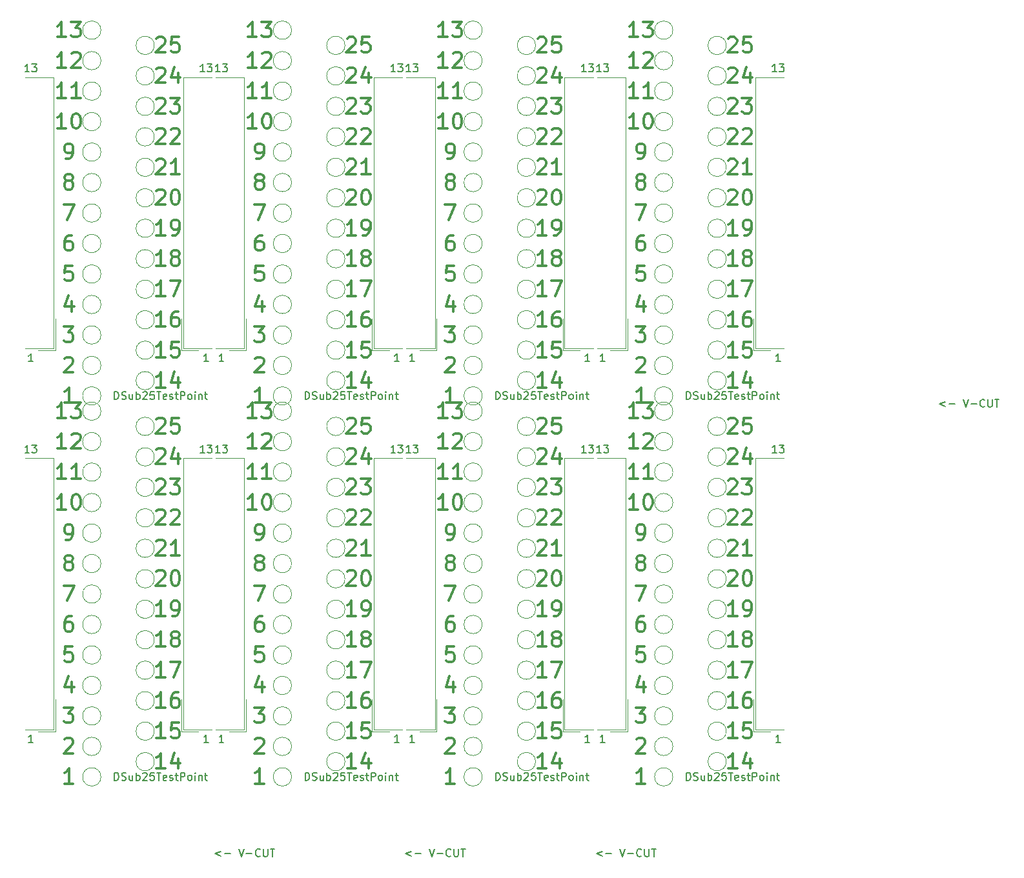
<source format=gto>
G04 #@! TF.GenerationSoftware,KiCad,Pcbnew,(5.1.5)-3*
G04 #@! TF.CreationDate,2021-03-24T18:55:27+09:00*
G04 #@! TF.ProjectId,DSub25TestPoint(2x4),44537562-3235-4546-9573-74506f696e74,rev?*
G04 #@! TF.SameCoordinates,Original*
G04 #@! TF.FileFunction,Legend,Top*
G04 #@! TF.FilePolarity,Positive*
%FSLAX46Y46*%
G04 Gerber Fmt 4.6, Leading zero omitted, Abs format (unit mm)*
G04 Created by KiCad (PCBNEW (5.1.5)-3) date 2021-03-24 18:55:27*
%MOMM*%
%LPD*%
G04 APERTURE LIST*
%ADD10C,0.150000*%
%ADD11C,0.120000*%
%ADD12C,0.300000*%
G04 APERTURE END LIST*
D10*
X150928571Y-79785714D02*
X150166666Y-80071428D01*
X150928571Y-80357142D01*
X151404761Y-80071428D02*
X152166666Y-80071428D01*
X153261904Y-79452380D02*
X153595238Y-80452380D01*
X153928571Y-79452380D01*
X154261904Y-80071428D02*
X155023809Y-80071428D01*
X156071428Y-80357142D02*
X156023809Y-80404761D01*
X155880952Y-80452380D01*
X155785714Y-80452380D01*
X155642857Y-80404761D01*
X155547619Y-80309523D01*
X155500000Y-80214285D01*
X155452380Y-80023809D01*
X155452380Y-79880952D01*
X155500000Y-79690476D01*
X155547619Y-79595238D01*
X155642857Y-79500000D01*
X155785714Y-79452380D01*
X155880952Y-79452380D01*
X156023809Y-79500000D01*
X156071428Y-79547619D01*
X156500000Y-79452380D02*
X156500000Y-80261904D01*
X156547619Y-80357142D01*
X156595238Y-80404761D01*
X156690476Y-80452380D01*
X156880952Y-80452380D01*
X156976190Y-80404761D01*
X157023809Y-80357142D01*
X157071428Y-80261904D01*
X157071428Y-79452380D01*
X157404761Y-79452380D02*
X157976190Y-79452380D01*
X157690476Y-80452380D02*
X157690476Y-79452380D01*
X105928571Y-138785714D02*
X105166666Y-139071428D01*
X105928571Y-139357142D01*
X106404761Y-139071428D02*
X107166666Y-139071428D01*
X108261904Y-138452380D02*
X108595238Y-139452380D01*
X108928571Y-138452380D01*
X109261904Y-139071428D02*
X110023809Y-139071428D01*
X111071428Y-139357142D02*
X111023809Y-139404761D01*
X110880952Y-139452380D01*
X110785714Y-139452380D01*
X110642857Y-139404761D01*
X110547619Y-139309523D01*
X110500000Y-139214285D01*
X110452380Y-139023809D01*
X110452380Y-138880952D01*
X110500000Y-138690476D01*
X110547619Y-138595238D01*
X110642857Y-138500000D01*
X110785714Y-138452380D01*
X110880952Y-138452380D01*
X111023809Y-138500000D01*
X111071428Y-138547619D01*
X111500000Y-138452380D02*
X111500000Y-139261904D01*
X111547619Y-139357142D01*
X111595238Y-139404761D01*
X111690476Y-139452380D01*
X111880952Y-139452380D01*
X111976190Y-139404761D01*
X112023809Y-139357142D01*
X112071428Y-139261904D01*
X112071428Y-138452380D01*
X112404761Y-138452380D02*
X112976190Y-138452380D01*
X112690476Y-139452380D02*
X112690476Y-138452380D01*
X80928571Y-138785714D02*
X80166666Y-139071428D01*
X80928571Y-139357142D01*
X81404761Y-139071428D02*
X82166666Y-139071428D01*
X83261904Y-138452380D02*
X83595238Y-139452380D01*
X83928571Y-138452380D01*
X84261904Y-139071428D02*
X85023809Y-139071428D01*
X86071428Y-139357142D02*
X86023809Y-139404761D01*
X85880952Y-139452380D01*
X85785714Y-139452380D01*
X85642857Y-139404761D01*
X85547619Y-139309523D01*
X85500000Y-139214285D01*
X85452380Y-139023809D01*
X85452380Y-138880952D01*
X85500000Y-138690476D01*
X85547619Y-138595238D01*
X85642857Y-138500000D01*
X85785714Y-138452380D01*
X85880952Y-138452380D01*
X86023809Y-138500000D01*
X86071428Y-138547619D01*
X86500000Y-138452380D02*
X86500000Y-139261904D01*
X86547619Y-139357142D01*
X86595238Y-139404761D01*
X86690476Y-139452380D01*
X86880952Y-139452380D01*
X86976190Y-139404761D01*
X87023809Y-139357142D01*
X87071428Y-139261904D01*
X87071428Y-138452380D01*
X87404761Y-138452380D02*
X87976190Y-138452380D01*
X87690476Y-139452380D02*
X87690476Y-138452380D01*
X55928571Y-138785714D02*
X55166666Y-139071428D01*
X55928571Y-139357142D01*
X56404761Y-139071428D02*
X57166666Y-139071428D01*
X58261904Y-138452380D02*
X58595238Y-139452380D01*
X58928571Y-138452380D01*
X59261904Y-139071428D02*
X60023809Y-139071428D01*
X61071428Y-139357142D02*
X61023809Y-139404761D01*
X60880952Y-139452380D01*
X60785714Y-139452380D01*
X60642857Y-139404761D01*
X60547619Y-139309523D01*
X60500000Y-139214285D01*
X60452380Y-139023809D01*
X60452380Y-138880952D01*
X60500000Y-138690476D01*
X60547619Y-138595238D01*
X60642857Y-138500000D01*
X60785714Y-138452380D01*
X60880952Y-138452380D01*
X61023809Y-138500000D01*
X61071428Y-138547619D01*
X61500000Y-138452380D02*
X61500000Y-139261904D01*
X61547619Y-139357142D01*
X61595238Y-139404761D01*
X61690476Y-139452380D01*
X61880952Y-139452380D01*
X61976190Y-139404761D01*
X62023809Y-139357142D01*
X62071428Y-139261904D01*
X62071428Y-138452380D01*
X62404761Y-138452380D02*
X62976190Y-138452380D01*
X62690476Y-139452380D02*
X62690476Y-138452380D01*
X105809523Y-36452380D02*
X105238095Y-36452380D01*
X105523809Y-36452380D02*
X105523809Y-35452380D01*
X105428571Y-35595238D01*
X105333333Y-35690476D01*
X105238095Y-35738095D01*
X106142857Y-35452380D02*
X106761904Y-35452380D01*
X106428571Y-35833333D01*
X106571428Y-35833333D01*
X106666666Y-35880952D01*
X106714285Y-35928571D01*
X106761904Y-36023809D01*
X106761904Y-36261904D01*
X106714285Y-36357142D01*
X106666666Y-36404761D01*
X106571428Y-36452380D01*
X106285714Y-36452380D01*
X106190476Y-36404761D01*
X106142857Y-36357142D01*
X129285714Y-124452380D02*
X128714285Y-124452380D01*
X129000000Y-124452380D02*
X129000000Y-123452380D01*
X128904761Y-123595238D01*
X128809523Y-123690476D01*
X128714285Y-123738095D01*
X128809523Y-36452380D02*
X128238095Y-36452380D01*
X128523809Y-36452380D02*
X128523809Y-35452380D01*
X128428571Y-35595238D01*
X128333333Y-35690476D01*
X128238095Y-35738095D01*
X129142857Y-35452380D02*
X129761904Y-35452380D01*
X129428571Y-35833333D01*
X129571428Y-35833333D01*
X129666666Y-35880952D01*
X129714285Y-35928571D01*
X129761904Y-36023809D01*
X129761904Y-36261904D01*
X129714285Y-36357142D01*
X129666666Y-36404761D01*
X129571428Y-36452380D01*
X129285714Y-36452380D01*
X129190476Y-36404761D01*
X129142857Y-36357142D01*
X129285714Y-74452380D02*
X128714285Y-74452380D01*
X129000000Y-74452380D02*
X129000000Y-73452380D01*
X128904761Y-73595238D01*
X128809523Y-73690476D01*
X128714285Y-73738095D01*
X105809523Y-86452380D02*
X105238095Y-86452380D01*
X105523809Y-86452380D02*
X105523809Y-85452380D01*
X105428571Y-85595238D01*
X105333333Y-85690476D01*
X105238095Y-85738095D01*
X106142857Y-85452380D02*
X106761904Y-85452380D01*
X106428571Y-85833333D01*
X106571428Y-85833333D01*
X106666666Y-85880952D01*
X106714285Y-85928571D01*
X106761904Y-86023809D01*
X106761904Y-86261904D01*
X106714285Y-86357142D01*
X106666666Y-86404761D01*
X106571428Y-86452380D01*
X106285714Y-86452380D01*
X106190476Y-86404761D01*
X106142857Y-86357142D01*
X106285714Y-124452380D02*
X105714285Y-124452380D01*
X106000000Y-124452380D02*
X106000000Y-123452380D01*
X105904761Y-123595238D01*
X105809523Y-123690476D01*
X105714285Y-123738095D01*
X116976190Y-129452380D02*
X116976190Y-128452380D01*
X117214285Y-128452380D01*
X117357142Y-128500000D01*
X117452380Y-128595238D01*
X117500000Y-128690476D01*
X117547619Y-128880952D01*
X117547619Y-129023809D01*
X117500000Y-129214285D01*
X117452380Y-129309523D01*
X117357142Y-129404761D01*
X117214285Y-129452380D01*
X116976190Y-129452380D01*
X117928571Y-129404761D02*
X118071428Y-129452380D01*
X118309523Y-129452380D01*
X118404761Y-129404761D01*
X118452380Y-129357142D01*
X118500000Y-129261904D01*
X118500000Y-129166666D01*
X118452380Y-129071428D01*
X118404761Y-129023809D01*
X118309523Y-128976190D01*
X118119047Y-128928571D01*
X118023809Y-128880952D01*
X117976190Y-128833333D01*
X117928571Y-128738095D01*
X117928571Y-128642857D01*
X117976190Y-128547619D01*
X118023809Y-128500000D01*
X118119047Y-128452380D01*
X118357142Y-128452380D01*
X118500000Y-128500000D01*
X119357142Y-128785714D02*
X119357142Y-129452380D01*
X118928571Y-128785714D02*
X118928571Y-129309523D01*
X118976190Y-129404761D01*
X119071428Y-129452380D01*
X119214285Y-129452380D01*
X119309523Y-129404761D01*
X119357142Y-129357142D01*
X119833333Y-129452380D02*
X119833333Y-128452380D01*
X119833333Y-128833333D02*
X119928571Y-128785714D01*
X120119047Y-128785714D01*
X120214285Y-128833333D01*
X120261904Y-128880952D01*
X120309523Y-128976190D01*
X120309523Y-129261904D01*
X120261904Y-129357142D01*
X120214285Y-129404761D01*
X120119047Y-129452380D01*
X119928571Y-129452380D01*
X119833333Y-129404761D01*
X120690476Y-128547619D02*
X120738095Y-128500000D01*
X120833333Y-128452380D01*
X121071428Y-128452380D01*
X121166666Y-128500000D01*
X121214285Y-128547619D01*
X121261904Y-128642857D01*
X121261904Y-128738095D01*
X121214285Y-128880952D01*
X120642857Y-129452380D01*
X121261904Y-129452380D01*
X122166666Y-128452380D02*
X121690476Y-128452380D01*
X121642857Y-128928571D01*
X121690476Y-128880952D01*
X121785714Y-128833333D01*
X122023809Y-128833333D01*
X122119047Y-128880952D01*
X122166666Y-128928571D01*
X122214285Y-129023809D01*
X122214285Y-129261904D01*
X122166666Y-129357142D01*
X122119047Y-129404761D01*
X122023809Y-129452380D01*
X121785714Y-129452380D01*
X121690476Y-129404761D01*
X121642857Y-129357142D01*
X122500000Y-128452380D02*
X123071428Y-128452380D01*
X122785714Y-129452380D02*
X122785714Y-128452380D01*
X123785714Y-129404761D02*
X123690476Y-129452380D01*
X123500000Y-129452380D01*
X123404761Y-129404761D01*
X123357142Y-129309523D01*
X123357142Y-128928571D01*
X123404761Y-128833333D01*
X123500000Y-128785714D01*
X123690476Y-128785714D01*
X123785714Y-128833333D01*
X123833333Y-128928571D01*
X123833333Y-129023809D01*
X123357142Y-129119047D01*
X124214285Y-129404761D02*
X124309523Y-129452380D01*
X124500000Y-129452380D01*
X124595238Y-129404761D01*
X124642857Y-129309523D01*
X124642857Y-129261904D01*
X124595238Y-129166666D01*
X124500000Y-129119047D01*
X124357142Y-129119047D01*
X124261904Y-129071428D01*
X124214285Y-128976190D01*
X124214285Y-128928571D01*
X124261904Y-128833333D01*
X124357142Y-128785714D01*
X124500000Y-128785714D01*
X124595238Y-128833333D01*
X124928571Y-128785714D02*
X125309523Y-128785714D01*
X125071428Y-128452380D02*
X125071428Y-129309523D01*
X125119047Y-129404761D01*
X125214285Y-129452380D01*
X125309523Y-129452380D01*
X125642857Y-129452380D02*
X125642857Y-128452380D01*
X126023809Y-128452380D01*
X126119047Y-128500000D01*
X126166666Y-128547619D01*
X126214285Y-128642857D01*
X126214285Y-128785714D01*
X126166666Y-128880952D01*
X126119047Y-128928571D01*
X126023809Y-128976190D01*
X125642857Y-128976190D01*
X126785714Y-129452380D02*
X126690476Y-129404761D01*
X126642857Y-129357142D01*
X126595238Y-129261904D01*
X126595238Y-128976190D01*
X126642857Y-128880952D01*
X126690476Y-128833333D01*
X126785714Y-128785714D01*
X126928571Y-128785714D01*
X127023809Y-128833333D01*
X127071428Y-128880952D01*
X127119047Y-128976190D01*
X127119047Y-129261904D01*
X127071428Y-129357142D01*
X127023809Y-129404761D01*
X126928571Y-129452380D01*
X126785714Y-129452380D01*
X127547619Y-129452380D02*
X127547619Y-128785714D01*
X127547619Y-128452380D02*
X127500000Y-128500000D01*
X127547619Y-128547619D01*
X127595238Y-128500000D01*
X127547619Y-128452380D01*
X127547619Y-128547619D01*
X128023809Y-128785714D02*
X128023809Y-129452380D01*
X128023809Y-128880952D02*
X128071428Y-128833333D01*
X128166666Y-128785714D01*
X128309523Y-128785714D01*
X128404761Y-128833333D01*
X128452380Y-128928571D01*
X128452380Y-129452380D01*
X128785714Y-128785714D02*
X129166666Y-128785714D01*
X128928571Y-128452380D02*
X128928571Y-129309523D01*
X128976190Y-129404761D01*
X129071428Y-129452380D01*
X129166666Y-129452380D01*
X128809523Y-86452380D02*
X128238095Y-86452380D01*
X128523809Y-86452380D02*
X128523809Y-85452380D01*
X128428571Y-85595238D01*
X128333333Y-85690476D01*
X128238095Y-85738095D01*
X129142857Y-85452380D02*
X129761904Y-85452380D01*
X129428571Y-85833333D01*
X129571428Y-85833333D01*
X129666666Y-85880952D01*
X129714285Y-85928571D01*
X129761904Y-86023809D01*
X129761904Y-86261904D01*
X129714285Y-86357142D01*
X129666666Y-86404761D01*
X129571428Y-86452380D01*
X129285714Y-86452380D01*
X129190476Y-86404761D01*
X129142857Y-86357142D01*
X116976190Y-79452380D02*
X116976190Y-78452380D01*
X117214285Y-78452380D01*
X117357142Y-78500000D01*
X117452380Y-78595238D01*
X117500000Y-78690476D01*
X117547619Y-78880952D01*
X117547619Y-79023809D01*
X117500000Y-79214285D01*
X117452380Y-79309523D01*
X117357142Y-79404761D01*
X117214285Y-79452380D01*
X116976190Y-79452380D01*
X117928571Y-79404761D02*
X118071428Y-79452380D01*
X118309523Y-79452380D01*
X118404761Y-79404761D01*
X118452380Y-79357142D01*
X118500000Y-79261904D01*
X118500000Y-79166666D01*
X118452380Y-79071428D01*
X118404761Y-79023809D01*
X118309523Y-78976190D01*
X118119047Y-78928571D01*
X118023809Y-78880952D01*
X117976190Y-78833333D01*
X117928571Y-78738095D01*
X117928571Y-78642857D01*
X117976190Y-78547619D01*
X118023809Y-78500000D01*
X118119047Y-78452380D01*
X118357142Y-78452380D01*
X118500000Y-78500000D01*
X119357142Y-78785714D02*
X119357142Y-79452380D01*
X118928571Y-78785714D02*
X118928571Y-79309523D01*
X118976190Y-79404761D01*
X119071428Y-79452380D01*
X119214285Y-79452380D01*
X119309523Y-79404761D01*
X119357142Y-79357142D01*
X119833333Y-79452380D02*
X119833333Y-78452380D01*
X119833333Y-78833333D02*
X119928571Y-78785714D01*
X120119047Y-78785714D01*
X120214285Y-78833333D01*
X120261904Y-78880952D01*
X120309523Y-78976190D01*
X120309523Y-79261904D01*
X120261904Y-79357142D01*
X120214285Y-79404761D01*
X120119047Y-79452380D01*
X119928571Y-79452380D01*
X119833333Y-79404761D01*
X120690476Y-78547619D02*
X120738095Y-78500000D01*
X120833333Y-78452380D01*
X121071428Y-78452380D01*
X121166666Y-78500000D01*
X121214285Y-78547619D01*
X121261904Y-78642857D01*
X121261904Y-78738095D01*
X121214285Y-78880952D01*
X120642857Y-79452380D01*
X121261904Y-79452380D01*
X122166666Y-78452380D02*
X121690476Y-78452380D01*
X121642857Y-78928571D01*
X121690476Y-78880952D01*
X121785714Y-78833333D01*
X122023809Y-78833333D01*
X122119047Y-78880952D01*
X122166666Y-78928571D01*
X122214285Y-79023809D01*
X122214285Y-79261904D01*
X122166666Y-79357142D01*
X122119047Y-79404761D01*
X122023809Y-79452380D01*
X121785714Y-79452380D01*
X121690476Y-79404761D01*
X121642857Y-79357142D01*
X122500000Y-78452380D02*
X123071428Y-78452380D01*
X122785714Y-79452380D02*
X122785714Y-78452380D01*
X123785714Y-79404761D02*
X123690476Y-79452380D01*
X123500000Y-79452380D01*
X123404761Y-79404761D01*
X123357142Y-79309523D01*
X123357142Y-78928571D01*
X123404761Y-78833333D01*
X123500000Y-78785714D01*
X123690476Y-78785714D01*
X123785714Y-78833333D01*
X123833333Y-78928571D01*
X123833333Y-79023809D01*
X123357142Y-79119047D01*
X124214285Y-79404761D02*
X124309523Y-79452380D01*
X124500000Y-79452380D01*
X124595238Y-79404761D01*
X124642857Y-79309523D01*
X124642857Y-79261904D01*
X124595238Y-79166666D01*
X124500000Y-79119047D01*
X124357142Y-79119047D01*
X124261904Y-79071428D01*
X124214285Y-78976190D01*
X124214285Y-78928571D01*
X124261904Y-78833333D01*
X124357142Y-78785714D01*
X124500000Y-78785714D01*
X124595238Y-78833333D01*
X124928571Y-78785714D02*
X125309523Y-78785714D01*
X125071428Y-78452380D02*
X125071428Y-79309523D01*
X125119047Y-79404761D01*
X125214285Y-79452380D01*
X125309523Y-79452380D01*
X125642857Y-79452380D02*
X125642857Y-78452380D01*
X126023809Y-78452380D01*
X126119047Y-78500000D01*
X126166666Y-78547619D01*
X126214285Y-78642857D01*
X126214285Y-78785714D01*
X126166666Y-78880952D01*
X126119047Y-78928571D01*
X126023809Y-78976190D01*
X125642857Y-78976190D01*
X126785714Y-79452380D02*
X126690476Y-79404761D01*
X126642857Y-79357142D01*
X126595238Y-79261904D01*
X126595238Y-78976190D01*
X126642857Y-78880952D01*
X126690476Y-78833333D01*
X126785714Y-78785714D01*
X126928571Y-78785714D01*
X127023809Y-78833333D01*
X127071428Y-78880952D01*
X127119047Y-78976190D01*
X127119047Y-79261904D01*
X127071428Y-79357142D01*
X127023809Y-79404761D01*
X126928571Y-79452380D01*
X126785714Y-79452380D01*
X127547619Y-79452380D02*
X127547619Y-78785714D01*
X127547619Y-78452380D02*
X127500000Y-78500000D01*
X127547619Y-78547619D01*
X127595238Y-78500000D01*
X127547619Y-78452380D01*
X127547619Y-78547619D01*
X128023809Y-78785714D02*
X128023809Y-79452380D01*
X128023809Y-78880952D02*
X128071428Y-78833333D01*
X128166666Y-78785714D01*
X128309523Y-78785714D01*
X128404761Y-78833333D01*
X128452380Y-78928571D01*
X128452380Y-79452380D01*
X128785714Y-78785714D02*
X129166666Y-78785714D01*
X128928571Y-78452380D02*
X128928571Y-79309523D01*
X128976190Y-79404761D01*
X129071428Y-79452380D01*
X129166666Y-79452380D01*
X106285714Y-74452380D02*
X105714285Y-74452380D01*
X106000000Y-74452380D02*
X106000000Y-73452380D01*
X105904761Y-73595238D01*
X105809523Y-73690476D01*
X105714285Y-73738095D01*
X81285714Y-124452380D02*
X80714285Y-124452380D01*
X81000000Y-124452380D02*
X81000000Y-123452380D01*
X80904761Y-123595238D01*
X80809523Y-123690476D01*
X80714285Y-123738095D01*
X91976190Y-129452380D02*
X91976190Y-128452380D01*
X92214285Y-128452380D01*
X92357142Y-128500000D01*
X92452380Y-128595238D01*
X92500000Y-128690476D01*
X92547619Y-128880952D01*
X92547619Y-129023809D01*
X92500000Y-129214285D01*
X92452380Y-129309523D01*
X92357142Y-129404761D01*
X92214285Y-129452380D01*
X91976190Y-129452380D01*
X92928571Y-129404761D02*
X93071428Y-129452380D01*
X93309523Y-129452380D01*
X93404761Y-129404761D01*
X93452380Y-129357142D01*
X93500000Y-129261904D01*
X93500000Y-129166666D01*
X93452380Y-129071428D01*
X93404761Y-129023809D01*
X93309523Y-128976190D01*
X93119047Y-128928571D01*
X93023809Y-128880952D01*
X92976190Y-128833333D01*
X92928571Y-128738095D01*
X92928571Y-128642857D01*
X92976190Y-128547619D01*
X93023809Y-128500000D01*
X93119047Y-128452380D01*
X93357142Y-128452380D01*
X93500000Y-128500000D01*
X94357142Y-128785714D02*
X94357142Y-129452380D01*
X93928571Y-128785714D02*
X93928571Y-129309523D01*
X93976190Y-129404761D01*
X94071428Y-129452380D01*
X94214285Y-129452380D01*
X94309523Y-129404761D01*
X94357142Y-129357142D01*
X94833333Y-129452380D02*
X94833333Y-128452380D01*
X94833333Y-128833333D02*
X94928571Y-128785714D01*
X95119047Y-128785714D01*
X95214285Y-128833333D01*
X95261904Y-128880952D01*
X95309523Y-128976190D01*
X95309523Y-129261904D01*
X95261904Y-129357142D01*
X95214285Y-129404761D01*
X95119047Y-129452380D01*
X94928571Y-129452380D01*
X94833333Y-129404761D01*
X95690476Y-128547619D02*
X95738095Y-128500000D01*
X95833333Y-128452380D01*
X96071428Y-128452380D01*
X96166666Y-128500000D01*
X96214285Y-128547619D01*
X96261904Y-128642857D01*
X96261904Y-128738095D01*
X96214285Y-128880952D01*
X95642857Y-129452380D01*
X96261904Y-129452380D01*
X97166666Y-128452380D02*
X96690476Y-128452380D01*
X96642857Y-128928571D01*
X96690476Y-128880952D01*
X96785714Y-128833333D01*
X97023809Y-128833333D01*
X97119047Y-128880952D01*
X97166666Y-128928571D01*
X97214285Y-129023809D01*
X97214285Y-129261904D01*
X97166666Y-129357142D01*
X97119047Y-129404761D01*
X97023809Y-129452380D01*
X96785714Y-129452380D01*
X96690476Y-129404761D01*
X96642857Y-129357142D01*
X97500000Y-128452380D02*
X98071428Y-128452380D01*
X97785714Y-129452380D02*
X97785714Y-128452380D01*
X98785714Y-129404761D02*
X98690476Y-129452380D01*
X98500000Y-129452380D01*
X98404761Y-129404761D01*
X98357142Y-129309523D01*
X98357142Y-128928571D01*
X98404761Y-128833333D01*
X98500000Y-128785714D01*
X98690476Y-128785714D01*
X98785714Y-128833333D01*
X98833333Y-128928571D01*
X98833333Y-129023809D01*
X98357142Y-129119047D01*
X99214285Y-129404761D02*
X99309523Y-129452380D01*
X99500000Y-129452380D01*
X99595238Y-129404761D01*
X99642857Y-129309523D01*
X99642857Y-129261904D01*
X99595238Y-129166666D01*
X99500000Y-129119047D01*
X99357142Y-129119047D01*
X99261904Y-129071428D01*
X99214285Y-128976190D01*
X99214285Y-128928571D01*
X99261904Y-128833333D01*
X99357142Y-128785714D01*
X99500000Y-128785714D01*
X99595238Y-128833333D01*
X99928571Y-128785714D02*
X100309523Y-128785714D01*
X100071428Y-128452380D02*
X100071428Y-129309523D01*
X100119047Y-129404761D01*
X100214285Y-129452380D01*
X100309523Y-129452380D01*
X100642857Y-129452380D02*
X100642857Y-128452380D01*
X101023809Y-128452380D01*
X101119047Y-128500000D01*
X101166666Y-128547619D01*
X101214285Y-128642857D01*
X101214285Y-128785714D01*
X101166666Y-128880952D01*
X101119047Y-128928571D01*
X101023809Y-128976190D01*
X100642857Y-128976190D01*
X101785714Y-129452380D02*
X101690476Y-129404761D01*
X101642857Y-129357142D01*
X101595238Y-129261904D01*
X101595238Y-128976190D01*
X101642857Y-128880952D01*
X101690476Y-128833333D01*
X101785714Y-128785714D01*
X101928571Y-128785714D01*
X102023809Y-128833333D01*
X102071428Y-128880952D01*
X102119047Y-128976190D01*
X102119047Y-129261904D01*
X102071428Y-129357142D01*
X102023809Y-129404761D01*
X101928571Y-129452380D01*
X101785714Y-129452380D01*
X102547619Y-129452380D02*
X102547619Y-128785714D01*
X102547619Y-128452380D02*
X102500000Y-128500000D01*
X102547619Y-128547619D01*
X102595238Y-128500000D01*
X102547619Y-128452380D01*
X102547619Y-128547619D01*
X103023809Y-128785714D02*
X103023809Y-129452380D01*
X103023809Y-128880952D02*
X103071428Y-128833333D01*
X103166666Y-128785714D01*
X103309523Y-128785714D01*
X103404761Y-128833333D01*
X103452380Y-128928571D01*
X103452380Y-129452380D01*
X103785714Y-128785714D02*
X104166666Y-128785714D01*
X103928571Y-128452380D02*
X103928571Y-129309523D01*
X103976190Y-129404761D01*
X104071428Y-129452380D01*
X104166666Y-129452380D01*
X103809523Y-86452380D02*
X103238095Y-86452380D01*
X103523809Y-86452380D02*
X103523809Y-85452380D01*
X103428571Y-85595238D01*
X103333333Y-85690476D01*
X103238095Y-85738095D01*
X104142857Y-85452380D02*
X104761904Y-85452380D01*
X104428571Y-85833333D01*
X104571428Y-85833333D01*
X104666666Y-85880952D01*
X104714285Y-85928571D01*
X104761904Y-86023809D01*
X104761904Y-86261904D01*
X104714285Y-86357142D01*
X104666666Y-86404761D01*
X104571428Y-86452380D01*
X104285714Y-86452380D01*
X104190476Y-86404761D01*
X104142857Y-86357142D01*
X104285714Y-124452380D02*
X103714285Y-124452380D01*
X104000000Y-124452380D02*
X104000000Y-123452380D01*
X103904761Y-123595238D01*
X103809523Y-123690476D01*
X103714285Y-123738095D01*
X80809523Y-86452380D02*
X80238095Y-86452380D01*
X80523809Y-86452380D02*
X80523809Y-85452380D01*
X80428571Y-85595238D01*
X80333333Y-85690476D01*
X80238095Y-85738095D01*
X81142857Y-85452380D02*
X81761904Y-85452380D01*
X81428571Y-85833333D01*
X81571428Y-85833333D01*
X81666666Y-85880952D01*
X81714285Y-85928571D01*
X81761904Y-86023809D01*
X81761904Y-86261904D01*
X81714285Y-86357142D01*
X81666666Y-86404761D01*
X81571428Y-86452380D01*
X81285714Y-86452380D01*
X81190476Y-86404761D01*
X81142857Y-86357142D01*
X103809523Y-36452380D02*
X103238095Y-36452380D01*
X103523809Y-36452380D02*
X103523809Y-35452380D01*
X103428571Y-35595238D01*
X103333333Y-35690476D01*
X103238095Y-35738095D01*
X104142857Y-35452380D02*
X104761904Y-35452380D01*
X104428571Y-35833333D01*
X104571428Y-35833333D01*
X104666666Y-35880952D01*
X104714285Y-35928571D01*
X104761904Y-36023809D01*
X104761904Y-36261904D01*
X104714285Y-36357142D01*
X104666666Y-36404761D01*
X104571428Y-36452380D01*
X104285714Y-36452380D01*
X104190476Y-36404761D01*
X104142857Y-36357142D01*
X80809523Y-36452380D02*
X80238095Y-36452380D01*
X80523809Y-36452380D02*
X80523809Y-35452380D01*
X80428571Y-35595238D01*
X80333333Y-35690476D01*
X80238095Y-35738095D01*
X81142857Y-35452380D02*
X81761904Y-35452380D01*
X81428571Y-35833333D01*
X81571428Y-35833333D01*
X81666666Y-35880952D01*
X81714285Y-35928571D01*
X81761904Y-36023809D01*
X81761904Y-36261904D01*
X81714285Y-36357142D01*
X81666666Y-36404761D01*
X81571428Y-36452380D01*
X81285714Y-36452380D01*
X81190476Y-36404761D01*
X81142857Y-36357142D01*
X104285714Y-74452380D02*
X103714285Y-74452380D01*
X104000000Y-74452380D02*
X104000000Y-73452380D01*
X103904761Y-73595238D01*
X103809523Y-73690476D01*
X103714285Y-73738095D01*
X81285714Y-74452380D02*
X80714285Y-74452380D01*
X81000000Y-74452380D02*
X81000000Y-73452380D01*
X80904761Y-73595238D01*
X80809523Y-73690476D01*
X80714285Y-73738095D01*
X91976190Y-79452380D02*
X91976190Y-78452380D01*
X92214285Y-78452380D01*
X92357142Y-78500000D01*
X92452380Y-78595238D01*
X92500000Y-78690476D01*
X92547619Y-78880952D01*
X92547619Y-79023809D01*
X92500000Y-79214285D01*
X92452380Y-79309523D01*
X92357142Y-79404761D01*
X92214285Y-79452380D01*
X91976190Y-79452380D01*
X92928571Y-79404761D02*
X93071428Y-79452380D01*
X93309523Y-79452380D01*
X93404761Y-79404761D01*
X93452380Y-79357142D01*
X93500000Y-79261904D01*
X93500000Y-79166666D01*
X93452380Y-79071428D01*
X93404761Y-79023809D01*
X93309523Y-78976190D01*
X93119047Y-78928571D01*
X93023809Y-78880952D01*
X92976190Y-78833333D01*
X92928571Y-78738095D01*
X92928571Y-78642857D01*
X92976190Y-78547619D01*
X93023809Y-78500000D01*
X93119047Y-78452380D01*
X93357142Y-78452380D01*
X93500000Y-78500000D01*
X94357142Y-78785714D02*
X94357142Y-79452380D01*
X93928571Y-78785714D02*
X93928571Y-79309523D01*
X93976190Y-79404761D01*
X94071428Y-79452380D01*
X94214285Y-79452380D01*
X94309523Y-79404761D01*
X94357142Y-79357142D01*
X94833333Y-79452380D02*
X94833333Y-78452380D01*
X94833333Y-78833333D02*
X94928571Y-78785714D01*
X95119047Y-78785714D01*
X95214285Y-78833333D01*
X95261904Y-78880952D01*
X95309523Y-78976190D01*
X95309523Y-79261904D01*
X95261904Y-79357142D01*
X95214285Y-79404761D01*
X95119047Y-79452380D01*
X94928571Y-79452380D01*
X94833333Y-79404761D01*
X95690476Y-78547619D02*
X95738095Y-78500000D01*
X95833333Y-78452380D01*
X96071428Y-78452380D01*
X96166666Y-78500000D01*
X96214285Y-78547619D01*
X96261904Y-78642857D01*
X96261904Y-78738095D01*
X96214285Y-78880952D01*
X95642857Y-79452380D01*
X96261904Y-79452380D01*
X97166666Y-78452380D02*
X96690476Y-78452380D01*
X96642857Y-78928571D01*
X96690476Y-78880952D01*
X96785714Y-78833333D01*
X97023809Y-78833333D01*
X97119047Y-78880952D01*
X97166666Y-78928571D01*
X97214285Y-79023809D01*
X97214285Y-79261904D01*
X97166666Y-79357142D01*
X97119047Y-79404761D01*
X97023809Y-79452380D01*
X96785714Y-79452380D01*
X96690476Y-79404761D01*
X96642857Y-79357142D01*
X97500000Y-78452380D02*
X98071428Y-78452380D01*
X97785714Y-79452380D02*
X97785714Y-78452380D01*
X98785714Y-79404761D02*
X98690476Y-79452380D01*
X98500000Y-79452380D01*
X98404761Y-79404761D01*
X98357142Y-79309523D01*
X98357142Y-78928571D01*
X98404761Y-78833333D01*
X98500000Y-78785714D01*
X98690476Y-78785714D01*
X98785714Y-78833333D01*
X98833333Y-78928571D01*
X98833333Y-79023809D01*
X98357142Y-79119047D01*
X99214285Y-79404761D02*
X99309523Y-79452380D01*
X99500000Y-79452380D01*
X99595238Y-79404761D01*
X99642857Y-79309523D01*
X99642857Y-79261904D01*
X99595238Y-79166666D01*
X99500000Y-79119047D01*
X99357142Y-79119047D01*
X99261904Y-79071428D01*
X99214285Y-78976190D01*
X99214285Y-78928571D01*
X99261904Y-78833333D01*
X99357142Y-78785714D01*
X99500000Y-78785714D01*
X99595238Y-78833333D01*
X99928571Y-78785714D02*
X100309523Y-78785714D01*
X100071428Y-78452380D02*
X100071428Y-79309523D01*
X100119047Y-79404761D01*
X100214285Y-79452380D01*
X100309523Y-79452380D01*
X100642857Y-79452380D02*
X100642857Y-78452380D01*
X101023809Y-78452380D01*
X101119047Y-78500000D01*
X101166666Y-78547619D01*
X101214285Y-78642857D01*
X101214285Y-78785714D01*
X101166666Y-78880952D01*
X101119047Y-78928571D01*
X101023809Y-78976190D01*
X100642857Y-78976190D01*
X101785714Y-79452380D02*
X101690476Y-79404761D01*
X101642857Y-79357142D01*
X101595238Y-79261904D01*
X101595238Y-78976190D01*
X101642857Y-78880952D01*
X101690476Y-78833333D01*
X101785714Y-78785714D01*
X101928571Y-78785714D01*
X102023809Y-78833333D01*
X102071428Y-78880952D01*
X102119047Y-78976190D01*
X102119047Y-79261904D01*
X102071428Y-79357142D01*
X102023809Y-79404761D01*
X101928571Y-79452380D01*
X101785714Y-79452380D01*
X102547619Y-79452380D02*
X102547619Y-78785714D01*
X102547619Y-78452380D02*
X102500000Y-78500000D01*
X102547619Y-78547619D01*
X102595238Y-78500000D01*
X102547619Y-78452380D01*
X102547619Y-78547619D01*
X103023809Y-78785714D02*
X103023809Y-79452380D01*
X103023809Y-78880952D02*
X103071428Y-78833333D01*
X103166666Y-78785714D01*
X103309523Y-78785714D01*
X103404761Y-78833333D01*
X103452380Y-78928571D01*
X103452380Y-79452380D01*
X103785714Y-78785714D02*
X104166666Y-78785714D01*
X103928571Y-78452380D02*
X103928571Y-79309523D01*
X103976190Y-79404761D01*
X104071428Y-79452380D01*
X104166666Y-79452380D01*
X56285714Y-124452380D02*
X55714285Y-124452380D01*
X56000000Y-124452380D02*
X56000000Y-123452380D01*
X55904761Y-123595238D01*
X55809523Y-123690476D01*
X55714285Y-123738095D01*
X66976190Y-129452380D02*
X66976190Y-128452380D01*
X67214285Y-128452380D01*
X67357142Y-128500000D01*
X67452380Y-128595238D01*
X67500000Y-128690476D01*
X67547619Y-128880952D01*
X67547619Y-129023809D01*
X67500000Y-129214285D01*
X67452380Y-129309523D01*
X67357142Y-129404761D01*
X67214285Y-129452380D01*
X66976190Y-129452380D01*
X67928571Y-129404761D02*
X68071428Y-129452380D01*
X68309523Y-129452380D01*
X68404761Y-129404761D01*
X68452380Y-129357142D01*
X68500000Y-129261904D01*
X68500000Y-129166666D01*
X68452380Y-129071428D01*
X68404761Y-129023809D01*
X68309523Y-128976190D01*
X68119047Y-128928571D01*
X68023809Y-128880952D01*
X67976190Y-128833333D01*
X67928571Y-128738095D01*
X67928571Y-128642857D01*
X67976190Y-128547619D01*
X68023809Y-128500000D01*
X68119047Y-128452380D01*
X68357142Y-128452380D01*
X68500000Y-128500000D01*
X69357142Y-128785714D02*
X69357142Y-129452380D01*
X68928571Y-128785714D02*
X68928571Y-129309523D01*
X68976190Y-129404761D01*
X69071428Y-129452380D01*
X69214285Y-129452380D01*
X69309523Y-129404761D01*
X69357142Y-129357142D01*
X69833333Y-129452380D02*
X69833333Y-128452380D01*
X69833333Y-128833333D02*
X69928571Y-128785714D01*
X70119047Y-128785714D01*
X70214285Y-128833333D01*
X70261904Y-128880952D01*
X70309523Y-128976190D01*
X70309523Y-129261904D01*
X70261904Y-129357142D01*
X70214285Y-129404761D01*
X70119047Y-129452380D01*
X69928571Y-129452380D01*
X69833333Y-129404761D01*
X70690476Y-128547619D02*
X70738095Y-128500000D01*
X70833333Y-128452380D01*
X71071428Y-128452380D01*
X71166666Y-128500000D01*
X71214285Y-128547619D01*
X71261904Y-128642857D01*
X71261904Y-128738095D01*
X71214285Y-128880952D01*
X70642857Y-129452380D01*
X71261904Y-129452380D01*
X72166666Y-128452380D02*
X71690476Y-128452380D01*
X71642857Y-128928571D01*
X71690476Y-128880952D01*
X71785714Y-128833333D01*
X72023809Y-128833333D01*
X72119047Y-128880952D01*
X72166666Y-128928571D01*
X72214285Y-129023809D01*
X72214285Y-129261904D01*
X72166666Y-129357142D01*
X72119047Y-129404761D01*
X72023809Y-129452380D01*
X71785714Y-129452380D01*
X71690476Y-129404761D01*
X71642857Y-129357142D01*
X72500000Y-128452380D02*
X73071428Y-128452380D01*
X72785714Y-129452380D02*
X72785714Y-128452380D01*
X73785714Y-129404761D02*
X73690476Y-129452380D01*
X73500000Y-129452380D01*
X73404761Y-129404761D01*
X73357142Y-129309523D01*
X73357142Y-128928571D01*
X73404761Y-128833333D01*
X73500000Y-128785714D01*
X73690476Y-128785714D01*
X73785714Y-128833333D01*
X73833333Y-128928571D01*
X73833333Y-129023809D01*
X73357142Y-129119047D01*
X74214285Y-129404761D02*
X74309523Y-129452380D01*
X74500000Y-129452380D01*
X74595238Y-129404761D01*
X74642857Y-129309523D01*
X74642857Y-129261904D01*
X74595238Y-129166666D01*
X74500000Y-129119047D01*
X74357142Y-129119047D01*
X74261904Y-129071428D01*
X74214285Y-128976190D01*
X74214285Y-128928571D01*
X74261904Y-128833333D01*
X74357142Y-128785714D01*
X74500000Y-128785714D01*
X74595238Y-128833333D01*
X74928571Y-128785714D02*
X75309523Y-128785714D01*
X75071428Y-128452380D02*
X75071428Y-129309523D01*
X75119047Y-129404761D01*
X75214285Y-129452380D01*
X75309523Y-129452380D01*
X75642857Y-129452380D02*
X75642857Y-128452380D01*
X76023809Y-128452380D01*
X76119047Y-128500000D01*
X76166666Y-128547619D01*
X76214285Y-128642857D01*
X76214285Y-128785714D01*
X76166666Y-128880952D01*
X76119047Y-128928571D01*
X76023809Y-128976190D01*
X75642857Y-128976190D01*
X76785714Y-129452380D02*
X76690476Y-129404761D01*
X76642857Y-129357142D01*
X76595238Y-129261904D01*
X76595238Y-128976190D01*
X76642857Y-128880952D01*
X76690476Y-128833333D01*
X76785714Y-128785714D01*
X76928571Y-128785714D01*
X77023809Y-128833333D01*
X77071428Y-128880952D01*
X77119047Y-128976190D01*
X77119047Y-129261904D01*
X77071428Y-129357142D01*
X77023809Y-129404761D01*
X76928571Y-129452380D01*
X76785714Y-129452380D01*
X77547619Y-129452380D02*
X77547619Y-128785714D01*
X77547619Y-128452380D02*
X77500000Y-128500000D01*
X77547619Y-128547619D01*
X77595238Y-128500000D01*
X77547619Y-128452380D01*
X77547619Y-128547619D01*
X78023809Y-128785714D02*
X78023809Y-129452380D01*
X78023809Y-128880952D02*
X78071428Y-128833333D01*
X78166666Y-128785714D01*
X78309523Y-128785714D01*
X78404761Y-128833333D01*
X78452380Y-128928571D01*
X78452380Y-129452380D01*
X78785714Y-128785714D02*
X79166666Y-128785714D01*
X78928571Y-128452380D02*
X78928571Y-129309523D01*
X78976190Y-129404761D01*
X79071428Y-129452380D01*
X79166666Y-129452380D01*
X78809523Y-86452380D02*
X78238095Y-86452380D01*
X78523809Y-86452380D02*
X78523809Y-85452380D01*
X78428571Y-85595238D01*
X78333333Y-85690476D01*
X78238095Y-85738095D01*
X79142857Y-85452380D02*
X79761904Y-85452380D01*
X79428571Y-85833333D01*
X79571428Y-85833333D01*
X79666666Y-85880952D01*
X79714285Y-85928571D01*
X79761904Y-86023809D01*
X79761904Y-86261904D01*
X79714285Y-86357142D01*
X79666666Y-86404761D01*
X79571428Y-86452380D01*
X79285714Y-86452380D01*
X79190476Y-86404761D01*
X79142857Y-86357142D01*
X79285714Y-124452380D02*
X78714285Y-124452380D01*
X79000000Y-124452380D02*
X79000000Y-123452380D01*
X78904761Y-123595238D01*
X78809523Y-123690476D01*
X78714285Y-123738095D01*
X55809523Y-86452380D02*
X55238095Y-86452380D01*
X55523809Y-86452380D02*
X55523809Y-85452380D01*
X55428571Y-85595238D01*
X55333333Y-85690476D01*
X55238095Y-85738095D01*
X56142857Y-85452380D02*
X56761904Y-85452380D01*
X56428571Y-85833333D01*
X56571428Y-85833333D01*
X56666666Y-85880952D01*
X56714285Y-85928571D01*
X56761904Y-86023809D01*
X56761904Y-86261904D01*
X56714285Y-86357142D01*
X56666666Y-86404761D01*
X56571428Y-86452380D01*
X56285714Y-86452380D01*
X56190476Y-86404761D01*
X56142857Y-86357142D01*
X78809523Y-36452380D02*
X78238095Y-36452380D01*
X78523809Y-36452380D02*
X78523809Y-35452380D01*
X78428571Y-35595238D01*
X78333333Y-35690476D01*
X78238095Y-35738095D01*
X79142857Y-35452380D02*
X79761904Y-35452380D01*
X79428571Y-35833333D01*
X79571428Y-35833333D01*
X79666666Y-35880952D01*
X79714285Y-35928571D01*
X79761904Y-36023809D01*
X79761904Y-36261904D01*
X79714285Y-36357142D01*
X79666666Y-36404761D01*
X79571428Y-36452380D01*
X79285714Y-36452380D01*
X79190476Y-36404761D01*
X79142857Y-36357142D01*
X55809523Y-36452380D02*
X55238095Y-36452380D01*
X55523809Y-36452380D02*
X55523809Y-35452380D01*
X55428571Y-35595238D01*
X55333333Y-35690476D01*
X55238095Y-35738095D01*
X56142857Y-35452380D02*
X56761904Y-35452380D01*
X56428571Y-35833333D01*
X56571428Y-35833333D01*
X56666666Y-35880952D01*
X56714285Y-35928571D01*
X56761904Y-36023809D01*
X56761904Y-36261904D01*
X56714285Y-36357142D01*
X56666666Y-36404761D01*
X56571428Y-36452380D01*
X56285714Y-36452380D01*
X56190476Y-36404761D01*
X56142857Y-36357142D01*
X79285714Y-74452380D02*
X78714285Y-74452380D01*
X79000000Y-74452380D02*
X79000000Y-73452380D01*
X78904761Y-73595238D01*
X78809523Y-73690476D01*
X78714285Y-73738095D01*
X56285714Y-74452380D02*
X55714285Y-74452380D01*
X56000000Y-74452380D02*
X56000000Y-73452380D01*
X55904761Y-73595238D01*
X55809523Y-73690476D01*
X55714285Y-73738095D01*
X66976190Y-79452380D02*
X66976190Y-78452380D01*
X67214285Y-78452380D01*
X67357142Y-78500000D01*
X67452380Y-78595238D01*
X67500000Y-78690476D01*
X67547619Y-78880952D01*
X67547619Y-79023809D01*
X67500000Y-79214285D01*
X67452380Y-79309523D01*
X67357142Y-79404761D01*
X67214285Y-79452380D01*
X66976190Y-79452380D01*
X67928571Y-79404761D02*
X68071428Y-79452380D01*
X68309523Y-79452380D01*
X68404761Y-79404761D01*
X68452380Y-79357142D01*
X68500000Y-79261904D01*
X68500000Y-79166666D01*
X68452380Y-79071428D01*
X68404761Y-79023809D01*
X68309523Y-78976190D01*
X68119047Y-78928571D01*
X68023809Y-78880952D01*
X67976190Y-78833333D01*
X67928571Y-78738095D01*
X67928571Y-78642857D01*
X67976190Y-78547619D01*
X68023809Y-78500000D01*
X68119047Y-78452380D01*
X68357142Y-78452380D01*
X68500000Y-78500000D01*
X69357142Y-78785714D02*
X69357142Y-79452380D01*
X68928571Y-78785714D02*
X68928571Y-79309523D01*
X68976190Y-79404761D01*
X69071428Y-79452380D01*
X69214285Y-79452380D01*
X69309523Y-79404761D01*
X69357142Y-79357142D01*
X69833333Y-79452380D02*
X69833333Y-78452380D01*
X69833333Y-78833333D02*
X69928571Y-78785714D01*
X70119047Y-78785714D01*
X70214285Y-78833333D01*
X70261904Y-78880952D01*
X70309523Y-78976190D01*
X70309523Y-79261904D01*
X70261904Y-79357142D01*
X70214285Y-79404761D01*
X70119047Y-79452380D01*
X69928571Y-79452380D01*
X69833333Y-79404761D01*
X70690476Y-78547619D02*
X70738095Y-78500000D01*
X70833333Y-78452380D01*
X71071428Y-78452380D01*
X71166666Y-78500000D01*
X71214285Y-78547619D01*
X71261904Y-78642857D01*
X71261904Y-78738095D01*
X71214285Y-78880952D01*
X70642857Y-79452380D01*
X71261904Y-79452380D01*
X72166666Y-78452380D02*
X71690476Y-78452380D01*
X71642857Y-78928571D01*
X71690476Y-78880952D01*
X71785714Y-78833333D01*
X72023809Y-78833333D01*
X72119047Y-78880952D01*
X72166666Y-78928571D01*
X72214285Y-79023809D01*
X72214285Y-79261904D01*
X72166666Y-79357142D01*
X72119047Y-79404761D01*
X72023809Y-79452380D01*
X71785714Y-79452380D01*
X71690476Y-79404761D01*
X71642857Y-79357142D01*
X72500000Y-78452380D02*
X73071428Y-78452380D01*
X72785714Y-79452380D02*
X72785714Y-78452380D01*
X73785714Y-79404761D02*
X73690476Y-79452380D01*
X73500000Y-79452380D01*
X73404761Y-79404761D01*
X73357142Y-79309523D01*
X73357142Y-78928571D01*
X73404761Y-78833333D01*
X73500000Y-78785714D01*
X73690476Y-78785714D01*
X73785714Y-78833333D01*
X73833333Y-78928571D01*
X73833333Y-79023809D01*
X73357142Y-79119047D01*
X74214285Y-79404761D02*
X74309523Y-79452380D01*
X74500000Y-79452380D01*
X74595238Y-79404761D01*
X74642857Y-79309523D01*
X74642857Y-79261904D01*
X74595238Y-79166666D01*
X74500000Y-79119047D01*
X74357142Y-79119047D01*
X74261904Y-79071428D01*
X74214285Y-78976190D01*
X74214285Y-78928571D01*
X74261904Y-78833333D01*
X74357142Y-78785714D01*
X74500000Y-78785714D01*
X74595238Y-78833333D01*
X74928571Y-78785714D02*
X75309523Y-78785714D01*
X75071428Y-78452380D02*
X75071428Y-79309523D01*
X75119047Y-79404761D01*
X75214285Y-79452380D01*
X75309523Y-79452380D01*
X75642857Y-79452380D02*
X75642857Y-78452380D01*
X76023809Y-78452380D01*
X76119047Y-78500000D01*
X76166666Y-78547619D01*
X76214285Y-78642857D01*
X76214285Y-78785714D01*
X76166666Y-78880952D01*
X76119047Y-78928571D01*
X76023809Y-78976190D01*
X75642857Y-78976190D01*
X76785714Y-79452380D02*
X76690476Y-79404761D01*
X76642857Y-79357142D01*
X76595238Y-79261904D01*
X76595238Y-78976190D01*
X76642857Y-78880952D01*
X76690476Y-78833333D01*
X76785714Y-78785714D01*
X76928571Y-78785714D01*
X77023809Y-78833333D01*
X77071428Y-78880952D01*
X77119047Y-78976190D01*
X77119047Y-79261904D01*
X77071428Y-79357142D01*
X77023809Y-79404761D01*
X76928571Y-79452380D01*
X76785714Y-79452380D01*
X77547619Y-79452380D02*
X77547619Y-78785714D01*
X77547619Y-78452380D02*
X77500000Y-78500000D01*
X77547619Y-78547619D01*
X77595238Y-78500000D01*
X77547619Y-78452380D01*
X77547619Y-78547619D01*
X78023809Y-78785714D02*
X78023809Y-79452380D01*
X78023809Y-78880952D02*
X78071428Y-78833333D01*
X78166666Y-78785714D01*
X78309523Y-78785714D01*
X78404761Y-78833333D01*
X78452380Y-78928571D01*
X78452380Y-79452380D01*
X78785714Y-78785714D02*
X79166666Y-78785714D01*
X78928571Y-78452380D02*
X78928571Y-79309523D01*
X78976190Y-79404761D01*
X79071428Y-79452380D01*
X79166666Y-79452380D01*
X41976190Y-79452380D02*
X41976190Y-78452380D01*
X42214285Y-78452380D01*
X42357142Y-78500000D01*
X42452380Y-78595238D01*
X42500000Y-78690476D01*
X42547619Y-78880952D01*
X42547619Y-79023809D01*
X42500000Y-79214285D01*
X42452380Y-79309523D01*
X42357142Y-79404761D01*
X42214285Y-79452380D01*
X41976190Y-79452380D01*
X42928571Y-79404761D02*
X43071428Y-79452380D01*
X43309523Y-79452380D01*
X43404761Y-79404761D01*
X43452380Y-79357142D01*
X43500000Y-79261904D01*
X43500000Y-79166666D01*
X43452380Y-79071428D01*
X43404761Y-79023809D01*
X43309523Y-78976190D01*
X43119047Y-78928571D01*
X43023809Y-78880952D01*
X42976190Y-78833333D01*
X42928571Y-78738095D01*
X42928571Y-78642857D01*
X42976190Y-78547619D01*
X43023809Y-78500000D01*
X43119047Y-78452380D01*
X43357142Y-78452380D01*
X43500000Y-78500000D01*
X44357142Y-78785714D02*
X44357142Y-79452380D01*
X43928571Y-78785714D02*
X43928571Y-79309523D01*
X43976190Y-79404761D01*
X44071428Y-79452380D01*
X44214285Y-79452380D01*
X44309523Y-79404761D01*
X44357142Y-79357142D01*
X44833333Y-79452380D02*
X44833333Y-78452380D01*
X44833333Y-78833333D02*
X44928571Y-78785714D01*
X45119047Y-78785714D01*
X45214285Y-78833333D01*
X45261904Y-78880952D01*
X45309523Y-78976190D01*
X45309523Y-79261904D01*
X45261904Y-79357142D01*
X45214285Y-79404761D01*
X45119047Y-79452380D01*
X44928571Y-79452380D01*
X44833333Y-79404761D01*
X45690476Y-78547619D02*
X45738095Y-78500000D01*
X45833333Y-78452380D01*
X46071428Y-78452380D01*
X46166666Y-78500000D01*
X46214285Y-78547619D01*
X46261904Y-78642857D01*
X46261904Y-78738095D01*
X46214285Y-78880952D01*
X45642857Y-79452380D01*
X46261904Y-79452380D01*
X47166666Y-78452380D02*
X46690476Y-78452380D01*
X46642857Y-78928571D01*
X46690476Y-78880952D01*
X46785714Y-78833333D01*
X47023809Y-78833333D01*
X47119047Y-78880952D01*
X47166666Y-78928571D01*
X47214285Y-79023809D01*
X47214285Y-79261904D01*
X47166666Y-79357142D01*
X47119047Y-79404761D01*
X47023809Y-79452380D01*
X46785714Y-79452380D01*
X46690476Y-79404761D01*
X46642857Y-79357142D01*
X47500000Y-78452380D02*
X48071428Y-78452380D01*
X47785714Y-79452380D02*
X47785714Y-78452380D01*
X48785714Y-79404761D02*
X48690476Y-79452380D01*
X48500000Y-79452380D01*
X48404761Y-79404761D01*
X48357142Y-79309523D01*
X48357142Y-78928571D01*
X48404761Y-78833333D01*
X48500000Y-78785714D01*
X48690476Y-78785714D01*
X48785714Y-78833333D01*
X48833333Y-78928571D01*
X48833333Y-79023809D01*
X48357142Y-79119047D01*
X49214285Y-79404761D02*
X49309523Y-79452380D01*
X49500000Y-79452380D01*
X49595238Y-79404761D01*
X49642857Y-79309523D01*
X49642857Y-79261904D01*
X49595238Y-79166666D01*
X49500000Y-79119047D01*
X49357142Y-79119047D01*
X49261904Y-79071428D01*
X49214285Y-78976190D01*
X49214285Y-78928571D01*
X49261904Y-78833333D01*
X49357142Y-78785714D01*
X49500000Y-78785714D01*
X49595238Y-78833333D01*
X49928571Y-78785714D02*
X50309523Y-78785714D01*
X50071428Y-78452380D02*
X50071428Y-79309523D01*
X50119047Y-79404761D01*
X50214285Y-79452380D01*
X50309523Y-79452380D01*
X50642857Y-79452380D02*
X50642857Y-78452380D01*
X51023809Y-78452380D01*
X51119047Y-78500000D01*
X51166666Y-78547619D01*
X51214285Y-78642857D01*
X51214285Y-78785714D01*
X51166666Y-78880952D01*
X51119047Y-78928571D01*
X51023809Y-78976190D01*
X50642857Y-78976190D01*
X51785714Y-79452380D02*
X51690476Y-79404761D01*
X51642857Y-79357142D01*
X51595238Y-79261904D01*
X51595238Y-78976190D01*
X51642857Y-78880952D01*
X51690476Y-78833333D01*
X51785714Y-78785714D01*
X51928571Y-78785714D01*
X52023809Y-78833333D01*
X52071428Y-78880952D01*
X52119047Y-78976190D01*
X52119047Y-79261904D01*
X52071428Y-79357142D01*
X52023809Y-79404761D01*
X51928571Y-79452380D01*
X51785714Y-79452380D01*
X52547619Y-79452380D02*
X52547619Y-78785714D01*
X52547619Y-78452380D02*
X52500000Y-78500000D01*
X52547619Y-78547619D01*
X52595238Y-78500000D01*
X52547619Y-78452380D01*
X52547619Y-78547619D01*
X53023809Y-78785714D02*
X53023809Y-79452380D01*
X53023809Y-78880952D02*
X53071428Y-78833333D01*
X53166666Y-78785714D01*
X53309523Y-78785714D01*
X53404761Y-78833333D01*
X53452380Y-78928571D01*
X53452380Y-79452380D01*
X53785714Y-78785714D02*
X54166666Y-78785714D01*
X53928571Y-78452380D02*
X53928571Y-79309523D01*
X53976190Y-79404761D01*
X54071428Y-79452380D01*
X54166666Y-79452380D01*
X53809523Y-36452380D02*
X53238095Y-36452380D01*
X53523809Y-36452380D02*
X53523809Y-35452380D01*
X53428571Y-35595238D01*
X53333333Y-35690476D01*
X53238095Y-35738095D01*
X54142857Y-35452380D02*
X54761904Y-35452380D01*
X54428571Y-35833333D01*
X54571428Y-35833333D01*
X54666666Y-35880952D01*
X54714285Y-35928571D01*
X54761904Y-36023809D01*
X54761904Y-36261904D01*
X54714285Y-36357142D01*
X54666666Y-36404761D01*
X54571428Y-36452380D01*
X54285714Y-36452380D01*
X54190476Y-36404761D01*
X54142857Y-36357142D01*
X30809523Y-36452380D02*
X30238095Y-36452380D01*
X30523809Y-36452380D02*
X30523809Y-35452380D01*
X30428571Y-35595238D01*
X30333333Y-35690476D01*
X30238095Y-35738095D01*
X31142857Y-35452380D02*
X31761904Y-35452380D01*
X31428571Y-35833333D01*
X31571428Y-35833333D01*
X31666666Y-35880952D01*
X31714285Y-35928571D01*
X31761904Y-36023809D01*
X31761904Y-36261904D01*
X31714285Y-36357142D01*
X31666666Y-36404761D01*
X31571428Y-36452380D01*
X31285714Y-36452380D01*
X31190476Y-36404761D01*
X31142857Y-36357142D01*
X54285714Y-74452380D02*
X53714285Y-74452380D01*
X54000000Y-74452380D02*
X54000000Y-73452380D01*
X53904761Y-73595238D01*
X53809523Y-73690476D01*
X53714285Y-73738095D01*
X31285714Y-74452380D02*
X30714285Y-74452380D01*
X31000000Y-74452380D02*
X31000000Y-73452380D01*
X30904761Y-73595238D01*
X30809523Y-73690476D01*
X30714285Y-73738095D01*
X41976190Y-129452380D02*
X41976190Y-128452380D01*
X42214285Y-128452380D01*
X42357142Y-128500000D01*
X42452380Y-128595238D01*
X42500000Y-128690476D01*
X42547619Y-128880952D01*
X42547619Y-129023809D01*
X42500000Y-129214285D01*
X42452380Y-129309523D01*
X42357142Y-129404761D01*
X42214285Y-129452380D01*
X41976190Y-129452380D01*
X42928571Y-129404761D02*
X43071428Y-129452380D01*
X43309523Y-129452380D01*
X43404761Y-129404761D01*
X43452380Y-129357142D01*
X43500000Y-129261904D01*
X43500000Y-129166666D01*
X43452380Y-129071428D01*
X43404761Y-129023809D01*
X43309523Y-128976190D01*
X43119047Y-128928571D01*
X43023809Y-128880952D01*
X42976190Y-128833333D01*
X42928571Y-128738095D01*
X42928571Y-128642857D01*
X42976190Y-128547619D01*
X43023809Y-128500000D01*
X43119047Y-128452380D01*
X43357142Y-128452380D01*
X43500000Y-128500000D01*
X44357142Y-128785714D02*
X44357142Y-129452380D01*
X43928571Y-128785714D02*
X43928571Y-129309523D01*
X43976190Y-129404761D01*
X44071428Y-129452380D01*
X44214285Y-129452380D01*
X44309523Y-129404761D01*
X44357142Y-129357142D01*
X44833333Y-129452380D02*
X44833333Y-128452380D01*
X44833333Y-128833333D02*
X44928571Y-128785714D01*
X45119047Y-128785714D01*
X45214285Y-128833333D01*
X45261904Y-128880952D01*
X45309523Y-128976190D01*
X45309523Y-129261904D01*
X45261904Y-129357142D01*
X45214285Y-129404761D01*
X45119047Y-129452380D01*
X44928571Y-129452380D01*
X44833333Y-129404761D01*
X45690476Y-128547619D02*
X45738095Y-128500000D01*
X45833333Y-128452380D01*
X46071428Y-128452380D01*
X46166666Y-128500000D01*
X46214285Y-128547619D01*
X46261904Y-128642857D01*
X46261904Y-128738095D01*
X46214285Y-128880952D01*
X45642857Y-129452380D01*
X46261904Y-129452380D01*
X47166666Y-128452380D02*
X46690476Y-128452380D01*
X46642857Y-128928571D01*
X46690476Y-128880952D01*
X46785714Y-128833333D01*
X47023809Y-128833333D01*
X47119047Y-128880952D01*
X47166666Y-128928571D01*
X47214285Y-129023809D01*
X47214285Y-129261904D01*
X47166666Y-129357142D01*
X47119047Y-129404761D01*
X47023809Y-129452380D01*
X46785714Y-129452380D01*
X46690476Y-129404761D01*
X46642857Y-129357142D01*
X47500000Y-128452380D02*
X48071428Y-128452380D01*
X47785714Y-129452380D02*
X47785714Y-128452380D01*
X48785714Y-129404761D02*
X48690476Y-129452380D01*
X48500000Y-129452380D01*
X48404761Y-129404761D01*
X48357142Y-129309523D01*
X48357142Y-128928571D01*
X48404761Y-128833333D01*
X48500000Y-128785714D01*
X48690476Y-128785714D01*
X48785714Y-128833333D01*
X48833333Y-128928571D01*
X48833333Y-129023809D01*
X48357142Y-129119047D01*
X49214285Y-129404761D02*
X49309523Y-129452380D01*
X49500000Y-129452380D01*
X49595238Y-129404761D01*
X49642857Y-129309523D01*
X49642857Y-129261904D01*
X49595238Y-129166666D01*
X49500000Y-129119047D01*
X49357142Y-129119047D01*
X49261904Y-129071428D01*
X49214285Y-128976190D01*
X49214285Y-128928571D01*
X49261904Y-128833333D01*
X49357142Y-128785714D01*
X49500000Y-128785714D01*
X49595238Y-128833333D01*
X49928571Y-128785714D02*
X50309523Y-128785714D01*
X50071428Y-128452380D02*
X50071428Y-129309523D01*
X50119047Y-129404761D01*
X50214285Y-129452380D01*
X50309523Y-129452380D01*
X50642857Y-129452380D02*
X50642857Y-128452380D01*
X51023809Y-128452380D01*
X51119047Y-128500000D01*
X51166666Y-128547619D01*
X51214285Y-128642857D01*
X51214285Y-128785714D01*
X51166666Y-128880952D01*
X51119047Y-128928571D01*
X51023809Y-128976190D01*
X50642857Y-128976190D01*
X51785714Y-129452380D02*
X51690476Y-129404761D01*
X51642857Y-129357142D01*
X51595238Y-129261904D01*
X51595238Y-128976190D01*
X51642857Y-128880952D01*
X51690476Y-128833333D01*
X51785714Y-128785714D01*
X51928571Y-128785714D01*
X52023809Y-128833333D01*
X52071428Y-128880952D01*
X52119047Y-128976190D01*
X52119047Y-129261904D01*
X52071428Y-129357142D01*
X52023809Y-129404761D01*
X51928571Y-129452380D01*
X51785714Y-129452380D01*
X52547619Y-129452380D02*
X52547619Y-128785714D01*
X52547619Y-128452380D02*
X52500000Y-128500000D01*
X52547619Y-128547619D01*
X52595238Y-128500000D01*
X52547619Y-128452380D01*
X52547619Y-128547619D01*
X53023809Y-128785714D02*
X53023809Y-129452380D01*
X53023809Y-128880952D02*
X53071428Y-128833333D01*
X53166666Y-128785714D01*
X53309523Y-128785714D01*
X53404761Y-128833333D01*
X53452380Y-128928571D01*
X53452380Y-129452380D01*
X53785714Y-128785714D02*
X54166666Y-128785714D01*
X53928571Y-128452380D02*
X53928571Y-129309523D01*
X53976190Y-129404761D01*
X54071428Y-129452380D01*
X54166666Y-129452380D01*
X53809523Y-86452380D02*
X53238095Y-86452380D01*
X53523809Y-86452380D02*
X53523809Y-85452380D01*
X53428571Y-85595238D01*
X53333333Y-85690476D01*
X53238095Y-85738095D01*
X54142857Y-85452380D02*
X54761904Y-85452380D01*
X54428571Y-85833333D01*
X54571428Y-85833333D01*
X54666666Y-85880952D01*
X54714285Y-85928571D01*
X54761904Y-86023809D01*
X54761904Y-86261904D01*
X54714285Y-86357142D01*
X54666666Y-86404761D01*
X54571428Y-86452380D01*
X54285714Y-86452380D01*
X54190476Y-86404761D01*
X54142857Y-86357142D01*
X30809523Y-86452380D02*
X30238095Y-86452380D01*
X30523809Y-86452380D02*
X30523809Y-85452380D01*
X30428571Y-85595238D01*
X30333333Y-85690476D01*
X30238095Y-85738095D01*
X31142857Y-85452380D02*
X31761904Y-85452380D01*
X31428571Y-85833333D01*
X31571428Y-85833333D01*
X31666666Y-85880952D01*
X31714285Y-85928571D01*
X31761904Y-86023809D01*
X31761904Y-86261904D01*
X31714285Y-86357142D01*
X31666666Y-86404761D01*
X31571428Y-86452380D01*
X31285714Y-86452380D01*
X31190476Y-86404761D01*
X31142857Y-86357142D01*
X54285714Y-124452380D02*
X53714285Y-124452380D01*
X54000000Y-124452380D02*
X54000000Y-123452380D01*
X53904761Y-123595238D01*
X53809523Y-123690476D01*
X53714285Y-123738095D01*
X31285714Y-124452380D02*
X30714285Y-124452380D01*
X31000000Y-124452380D02*
X31000000Y-123452380D01*
X30904761Y-123595238D01*
X30809523Y-123690476D01*
X30714285Y-123738095D01*
D11*
X122200000Y-99000000D02*
G75*
G03X122200000Y-99000000I-1200000J0D01*
G01*
X115200000Y-101000000D02*
G75*
G03X115200000Y-101000000I-1200000J0D01*
G01*
X122200000Y-127000000D02*
G75*
G03X122200000Y-127000000I-1200000J0D01*
G01*
X122200000Y-115000000D02*
G75*
G03X122200000Y-115000000I-1200000J0D01*
G01*
X122200000Y-103000000D02*
G75*
G03X122200000Y-103000000I-1200000J0D01*
G01*
X122200000Y-119000000D02*
G75*
G03X122200000Y-119000000I-1200000J0D01*
G01*
X115200000Y-89000000D02*
G75*
G03X115200000Y-89000000I-1200000J0D01*
G01*
X122200000Y-111000000D02*
G75*
G03X122200000Y-111000000I-1200000J0D01*
G01*
X122200000Y-83000000D02*
G75*
G03X122200000Y-83000000I-1200000J0D01*
G01*
X115200000Y-85000000D02*
G75*
G03X115200000Y-85000000I-1200000J0D01*
G01*
X115200000Y-81000000D02*
G75*
G03X115200000Y-81000000I-1200000J0D01*
G01*
X122200000Y-107000000D02*
G75*
G03X122200000Y-107000000I-1200000J0D01*
G01*
X122200000Y-123000000D02*
G75*
G03X122200000Y-123000000I-1200000J0D01*
G01*
X115200000Y-97000000D02*
G75*
G03X115200000Y-97000000I-1200000J0D01*
G01*
X115200000Y-93000000D02*
G75*
G03X115200000Y-93000000I-1200000J0D01*
G01*
X122200000Y-87000000D02*
G75*
G03X122200000Y-87000000I-1200000J0D01*
G01*
X122200000Y-91000000D02*
G75*
G03X122200000Y-91000000I-1200000J0D01*
G01*
X122200000Y-95000000D02*
G75*
G03X122200000Y-95000000I-1200000J0D01*
G01*
X122200000Y-61000000D02*
G75*
G03X122200000Y-61000000I-1200000J0D01*
G01*
X115200000Y-109000000D02*
G75*
G03X115200000Y-109000000I-1200000J0D01*
G01*
X122200000Y-41000000D02*
G75*
G03X122200000Y-41000000I-1200000J0D01*
G01*
X115200000Y-129000000D02*
G75*
G03X115200000Y-129000000I-1200000J0D01*
G01*
X115200000Y-117000000D02*
G75*
G03X115200000Y-117000000I-1200000J0D01*
G01*
X122200000Y-69000000D02*
G75*
G03X122200000Y-69000000I-1200000J0D01*
G01*
X129740000Y-87196667D02*
X126000000Y-87196667D01*
X126000000Y-87196667D02*
X126000000Y-122803333D01*
X126000000Y-122803333D02*
X129740000Y-122803333D01*
X128000000Y-123043333D02*
X125760000Y-123043333D01*
X125760000Y-123043333D02*
X125760000Y-118850000D01*
X115200000Y-31000000D02*
G75*
G03X115200000Y-31000000I-1200000J0D01*
G01*
X105260000Y-122803333D02*
X109000000Y-122803333D01*
X109000000Y-122803333D02*
X109000000Y-87196667D01*
X109000000Y-87196667D02*
X105260000Y-87196667D01*
X107000000Y-123043333D02*
X109240000Y-123043333D01*
X109240000Y-123043333D02*
X109240000Y-118850000D01*
X115200000Y-113000000D02*
G75*
G03X115200000Y-113000000I-1200000J0D01*
G01*
X115200000Y-121000000D02*
G75*
G03X115200000Y-121000000I-1200000J0D01*
G01*
X122200000Y-37000000D02*
G75*
G03X122200000Y-37000000I-1200000J0D01*
G01*
X122200000Y-73000000D02*
G75*
G03X122200000Y-73000000I-1200000J0D01*
G01*
X122200000Y-53000000D02*
G75*
G03X122200000Y-53000000I-1200000J0D01*
G01*
X122200000Y-65000000D02*
G75*
G03X122200000Y-65000000I-1200000J0D01*
G01*
X115200000Y-125000000D02*
G75*
G03X115200000Y-125000000I-1200000J0D01*
G01*
X115200000Y-105000000D02*
G75*
G03X115200000Y-105000000I-1200000J0D01*
G01*
X115200000Y-51000000D02*
G75*
G03X115200000Y-51000000I-1200000J0D01*
G01*
X115200000Y-47000000D02*
G75*
G03X115200000Y-47000000I-1200000J0D01*
G01*
X129740000Y-37196667D02*
X126000000Y-37196667D01*
X126000000Y-37196667D02*
X126000000Y-72803333D01*
X126000000Y-72803333D02*
X129740000Y-72803333D01*
X128000000Y-73043333D02*
X125760000Y-73043333D01*
X125760000Y-73043333D02*
X125760000Y-68850000D01*
X122200000Y-77000000D02*
G75*
G03X122200000Y-77000000I-1200000J0D01*
G01*
X115200000Y-43000000D02*
G75*
G03X115200000Y-43000000I-1200000J0D01*
G01*
X115200000Y-39000000D02*
G75*
G03X115200000Y-39000000I-1200000J0D01*
G01*
X122200000Y-57000000D02*
G75*
G03X122200000Y-57000000I-1200000J0D01*
G01*
X105260000Y-72803333D02*
X109000000Y-72803333D01*
X109000000Y-72803333D02*
X109000000Y-37196667D01*
X109000000Y-37196667D02*
X105260000Y-37196667D01*
X107000000Y-73043333D02*
X109240000Y-73043333D01*
X109240000Y-73043333D02*
X109240000Y-68850000D01*
X115200000Y-63000000D02*
G75*
G03X115200000Y-63000000I-1200000J0D01*
G01*
X122200000Y-49000000D02*
G75*
G03X122200000Y-49000000I-1200000J0D01*
G01*
X115200000Y-35000000D02*
G75*
G03X115200000Y-35000000I-1200000J0D01*
G01*
X115200000Y-59000000D02*
G75*
G03X115200000Y-59000000I-1200000J0D01*
G01*
X115200000Y-71000000D02*
G75*
G03X115200000Y-71000000I-1200000J0D01*
G01*
X115200000Y-67000000D02*
G75*
G03X115200000Y-67000000I-1200000J0D01*
G01*
X122200000Y-33000000D02*
G75*
G03X122200000Y-33000000I-1200000J0D01*
G01*
X122200000Y-45000000D02*
G75*
G03X122200000Y-45000000I-1200000J0D01*
G01*
X115200000Y-55000000D02*
G75*
G03X115200000Y-55000000I-1200000J0D01*
G01*
X115200000Y-79000000D02*
G75*
G03X115200000Y-79000000I-1200000J0D01*
G01*
X115200000Y-75000000D02*
G75*
G03X115200000Y-75000000I-1200000J0D01*
G01*
X97200000Y-99000000D02*
G75*
G03X97200000Y-99000000I-1200000J0D01*
G01*
X97200000Y-111000000D02*
G75*
G03X97200000Y-111000000I-1200000J0D01*
G01*
X90200000Y-89000000D02*
G75*
G03X90200000Y-89000000I-1200000J0D01*
G01*
X97200000Y-83000000D02*
G75*
G03X97200000Y-83000000I-1200000J0D01*
G01*
X97200000Y-87000000D02*
G75*
G03X97200000Y-87000000I-1200000J0D01*
G01*
X97200000Y-115000000D02*
G75*
G03X97200000Y-115000000I-1200000J0D01*
G01*
X97200000Y-91000000D02*
G75*
G03X97200000Y-91000000I-1200000J0D01*
G01*
X97200000Y-95000000D02*
G75*
G03X97200000Y-95000000I-1200000J0D01*
G01*
X97200000Y-103000000D02*
G75*
G03X97200000Y-103000000I-1200000J0D01*
G01*
X97200000Y-107000000D02*
G75*
G03X97200000Y-107000000I-1200000J0D01*
G01*
X90200000Y-85000000D02*
G75*
G03X90200000Y-85000000I-1200000J0D01*
G01*
X90200000Y-93000000D02*
G75*
G03X90200000Y-93000000I-1200000J0D01*
G01*
X97200000Y-127000000D02*
G75*
G03X97200000Y-127000000I-1200000J0D01*
G01*
X97200000Y-119000000D02*
G75*
G03X97200000Y-119000000I-1200000J0D01*
G01*
X97200000Y-123000000D02*
G75*
G03X97200000Y-123000000I-1200000J0D01*
G01*
X90200000Y-81000000D02*
G75*
G03X90200000Y-81000000I-1200000J0D01*
G01*
X90200000Y-97000000D02*
G75*
G03X90200000Y-97000000I-1200000J0D01*
G01*
X90200000Y-101000000D02*
G75*
G03X90200000Y-101000000I-1200000J0D01*
G01*
X84240000Y-123043333D02*
X84240000Y-118850000D01*
X82000000Y-123043333D02*
X84240000Y-123043333D01*
X84000000Y-87196667D02*
X80260000Y-87196667D01*
X84000000Y-122803333D02*
X84000000Y-87196667D01*
X80260000Y-122803333D02*
X84000000Y-122803333D01*
X90200000Y-113000000D02*
G75*
G03X90200000Y-113000000I-1200000J0D01*
G01*
X90200000Y-125000000D02*
G75*
G03X90200000Y-125000000I-1200000J0D01*
G01*
X90200000Y-129000000D02*
G75*
G03X90200000Y-129000000I-1200000J0D01*
G01*
X90200000Y-105000000D02*
G75*
G03X90200000Y-105000000I-1200000J0D01*
G01*
X90200000Y-109000000D02*
G75*
G03X90200000Y-109000000I-1200000J0D01*
G01*
X90200000Y-121000000D02*
G75*
G03X90200000Y-121000000I-1200000J0D01*
G01*
X90200000Y-117000000D02*
G75*
G03X90200000Y-117000000I-1200000J0D01*
G01*
X100760000Y-123043333D02*
X100760000Y-118850000D01*
X103000000Y-123043333D02*
X100760000Y-123043333D01*
X101000000Y-122803333D02*
X104740000Y-122803333D01*
X101000000Y-87196667D02*
X101000000Y-122803333D01*
X104740000Y-87196667D02*
X101000000Y-87196667D01*
X97200000Y-69000000D02*
G75*
G03X97200000Y-69000000I-1200000J0D01*
G01*
X97200000Y-37000000D02*
G75*
G03X97200000Y-37000000I-1200000J0D01*
G01*
X97200000Y-65000000D02*
G75*
G03X97200000Y-65000000I-1200000J0D01*
G01*
X97200000Y-41000000D02*
G75*
G03X97200000Y-41000000I-1200000J0D01*
G01*
X97200000Y-73000000D02*
G75*
G03X97200000Y-73000000I-1200000J0D01*
G01*
X97200000Y-61000000D02*
G75*
G03X97200000Y-61000000I-1200000J0D01*
G01*
X97200000Y-53000000D02*
G75*
G03X97200000Y-53000000I-1200000J0D01*
G01*
X90200000Y-31000000D02*
G75*
G03X90200000Y-31000000I-1200000J0D01*
G01*
X90200000Y-51000000D02*
G75*
G03X90200000Y-51000000I-1200000J0D01*
G01*
X97200000Y-45000000D02*
G75*
G03X97200000Y-45000000I-1200000J0D01*
G01*
X90200000Y-43000000D02*
G75*
G03X90200000Y-43000000I-1200000J0D01*
G01*
X97200000Y-49000000D02*
G75*
G03X97200000Y-49000000I-1200000J0D01*
G01*
X90200000Y-39000000D02*
G75*
G03X90200000Y-39000000I-1200000J0D01*
G01*
X90200000Y-35000000D02*
G75*
G03X90200000Y-35000000I-1200000J0D01*
G01*
X90200000Y-47000000D02*
G75*
G03X90200000Y-47000000I-1200000J0D01*
G01*
X97200000Y-57000000D02*
G75*
G03X97200000Y-57000000I-1200000J0D01*
G01*
X97200000Y-33000000D02*
G75*
G03X97200000Y-33000000I-1200000J0D01*
G01*
X97200000Y-77000000D02*
G75*
G03X97200000Y-77000000I-1200000J0D01*
G01*
X90200000Y-55000000D02*
G75*
G03X90200000Y-55000000I-1200000J0D01*
G01*
X84240000Y-73043333D02*
X84240000Y-68850000D01*
X82000000Y-73043333D02*
X84240000Y-73043333D01*
X84000000Y-37196667D02*
X80260000Y-37196667D01*
X84000000Y-72803333D02*
X84000000Y-37196667D01*
X80260000Y-72803333D02*
X84000000Y-72803333D01*
X90200000Y-59000000D02*
G75*
G03X90200000Y-59000000I-1200000J0D01*
G01*
X90200000Y-63000000D02*
G75*
G03X90200000Y-63000000I-1200000J0D01*
G01*
X90200000Y-75000000D02*
G75*
G03X90200000Y-75000000I-1200000J0D01*
G01*
X90200000Y-71000000D02*
G75*
G03X90200000Y-71000000I-1200000J0D01*
G01*
X90200000Y-79000000D02*
G75*
G03X90200000Y-79000000I-1200000J0D01*
G01*
X100760000Y-73043333D02*
X100760000Y-68850000D01*
X103000000Y-73043333D02*
X100760000Y-73043333D01*
X101000000Y-72803333D02*
X104740000Y-72803333D01*
X101000000Y-37196667D02*
X101000000Y-72803333D01*
X104740000Y-37196667D02*
X101000000Y-37196667D01*
X90200000Y-67000000D02*
G75*
G03X90200000Y-67000000I-1200000J0D01*
G01*
X72200000Y-99000000D02*
G75*
G03X72200000Y-99000000I-1200000J0D01*
G01*
X72200000Y-111000000D02*
G75*
G03X72200000Y-111000000I-1200000J0D01*
G01*
X65200000Y-89000000D02*
G75*
G03X65200000Y-89000000I-1200000J0D01*
G01*
X72200000Y-83000000D02*
G75*
G03X72200000Y-83000000I-1200000J0D01*
G01*
X72200000Y-87000000D02*
G75*
G03X72200000Y-87000000I-1200000J0D01*
G01*
X72200000Y-115000000D02*
G75*
G03X72200000Y-115000000I-1200000J0D01*
G01*
X72200000Y-91000000D02*
G75*
G03X72200000Y-91000000I-1200000J0D01*
G01*
X72200000Y-95000000D02*
G75*
G03X72200000Y-95000000I-1200000J0D01*
G01*
X72200000Y-103000000D02*
G75*
G03X72200000Y-103000000I-1200000J0D01*
G01*
X72200000Y-107000000D02*
G75*
G03X72200000Y-107000000I-1200000J0D01*
G01*
X65200000Y-85000000D02*
G75*
G03X65200000Y-85000000I-1200000J0D01*
G01*
X65200000Y-93000000D02*
G75*
G03X65200000Y-93000000I-1200000J0D01*
G01*
X72200000Y-127000000D02*
G75*
G03X72200000Y-127000000I-1200000J0D01*
G01*
X72200000Y-119000000D02*
G75*
G03X72200000Y-119000000I-1200000J0D01*
G01*
X72200000Y-123000000D02*
G75*
G03X72200000Y-123000000I-1200000J0D01*
G01*
X65200000Y-81000000D02*
G75*
G03X65200000Y-81000000I-1200000J0D01*
G01*
X65200000Y-97000000D02*
G75*
G03X65200000Y-97000000I-1200000J0D01*
G01*
X65200000Y-101000000D02*
G75*
G03X65200000Y-101000000I-1200000J0D01*
G01*
X59240000Y-123043333D02*
X59240000Y-118850000D01*
X57000000Y-123043333D02*
X59240000Y-123043333D01*
X59000000Y-87196667D02*
X55260000Y-87196667D01*
X59000000Y-122803333D02*
X59000000Y-87196667D01*
X55260000Y-122803333D02*
X59000000Y-122803333D01*
X65200000Y-113000000D02*
G75*
G03X65200000Y-113000000I-1200000J0D01*
G01*
X65200000Y-125000000D02*
G75*
G03X65200000Y-125000000I-1200000J0D01*
G01*
X65200000Y-129000000D02*
G75*
G03X65200000Y-129000000I-1200000J0D01*
G01*
X65200000Y-105000000D02*
G75*
G03X65200000Y-105000000I-1200000J0D01*
G01*
X65200000Y-109000000D02*
G75*
G03X65200000Y-109000000I-1200000J0D01*
G01*
X65200000Y-121000000D02*
G75*
G03X65200000Y-121000000I-1200000J0D01*
G01*
X65200000Y-117000000D02*
G75*
G03X65200000Y-117000000I-1200000J0D01*
G01*
X75760000Y-123043333D02*
X75760000Y-118850000D01*
X78000000Y-123043333D02*
X75760000Y-123043333D01*
X76000000Y-122803333D02*
X79740000Y-122803333D01*
X76000000Y-87196667D02*
X76000000Y-122803333D01*
X79740000Y-87196667D02*
X76000000Y-87196667D01*
X72200000Y-69000000D02*
G75*
G03X72200000Y-69000000I-1200000J0D01*
G01*
X72200000Y-37000000D02*
G75*
G03X72200000Y-37000000I-1200000J0D01*
G01*
X72200000Y-65000000D02*
G75*
G03X72200000Y-65000000I-1200000J0D01*
G01*
X72200000Y-41000000D02*
G75*
G03X72200000Y-41000000I-1200000J0D01*
G01*
X72200000Y-73000000D02*
G75*
G03X72200000Y-73000000I-1200000J0D01*
G01*
X72200000Y-61000000D02*
G75*
G03X72200000Y-61000000I-1200000J0D01*
G01*
X72200000Y-53000000D02*
G75*
G03X72200000Y-53000000I-1200000J0D01*
G01*
X65200000Y-31000000D02*
G75*
G03X65200000Y-31000000I-1200000J0D01*
G01*
X65200000Y-51000000D02*
G75*
G03X65200000Y-51000000I-1200000J0D01*
G01*
X72200000Y-45000000D02*
G75*
G03X72200000Y-45000000I-1200000J0D01*
G01*
X65200000Y-43000000D02*
G75*
G03X65200000Y-43000000I-1200000J0D01*
G01*
X72200000Y-49000000D02*
G75*
G03X72200000Y-49000000I-1200000J0D01*
G01*
X65200000Y-39000000D02*
G75*
G03X65200000Y-39000000I-1200000J0D01*
G01*
X65200000Y-35000000D02*
G75*
G03X65200000Y-35000000I-1200000J0D01*
G01*
X65200000Y-47000000D02*
G75*
G03X65200000Y-47000000I-1200000J0D01*
G01*
X72200000Y-57000000D02*
G75*
G03X72200000Y-57000000I-1200000J0D01*
G01*
X72200000Y-33000000D02*
G75*
G03X72200000Y-33000000I-1200000J0D01*
G01*
X72200000Y-77000000D02*
G75*
G03X72200000Y-77000000I-1200000J0D01*
G01*
X65200000Y-55000000D02*
G75*
G03X65200000Y-55000000I-1200000J0D01*
G01*
X59240000Y-73043333D02*
X59240000Y-68850000D01*
X57000000Y-73043333D02*
X59240000Y-73043333D01*
X59000000Y-37196667D02*
X55260000Y-37196667D01*
X59000000Y-72803333D02*
X59000000Y-37196667D01*
X55260000Y-72803333D02*
X59000000Y-72803333D01*
X65200000Y-59000000D02*
G75*
G03X65200000Y-59000000I-1200000J0D01*
G01*
X65200000Y-63000000D02*
G75*
G03X65200000Y-63000000I-1200000J0D01*
G01*
X65200000Y-75000000D02*
G75*
G03X65200000Y-75000000I-1200000J0D01*
G01*
X65200000Y-71000000D02*
G75*
G03X65200000Y-71000000I-1200000J0D01*
G01*
X65200000Y-79000000D02*
G75*
G03X65200000Y-79000000I-1200000J0D01*
G01*
X75760000Y-73043333D02*
X75760000Y-68850000D01*
X78000000Y-73043333D02*
X75760000Y-73043333D01*
X76000000Y-72803333D02*
X79740000Y-72803333D01*
X76000000Y-37196667D02*
X76000000Y-72803333D01*
X79740000Y-37196667D02*
X76000000Y-37196667D01*
X65200000Y-67000000D02*
G75*
G03X65200000Y-67000000I-1200000J0D01*
G01*
X30260000Y-72803333D02*
X34000000Y-72803333D01*
X34000000Y-72803333D02*
X34000000Y-37196667D01*
X34000000Y-37196667D02*
X30260000Y-37196667D01*
X32000000Y-73043333D02*
X34240000Y-73043333D01*
X34240000Y-73043333D02*
X34240000Y-68850000D01*
X54740000Y-37196667D02*
X51000000Y-37196667D01*
X51000000Y-37196667D02*
X51000000Y-72803333D01*
X51000000Y-72803333D02*
X54740000Y-72803333D01*
X53000000Y-73043333D02*
X50760000Y-73043333D01*
X50760000Y-73043333D02*
X50760000Y-68850000D01*
X40200000Y-79000000D02*
G75*
G03X40200000Y-79000000I-1200000J0D01*
G01*
X40200000Y-75000000D02*
G75*
G03X40200000Y-75000000I-1200000J0D01*
G01*
X40200000Y-71000000D02*
G75*
G03X40200000Y-71000000I-1200000J0D01*
G01*
X40200000Y-67000000D02*
G75*
G03X40200000Y-67000000I-1200000J0D01*
G01*
X40200000Y-63000000D02*
G75*
G03X40200000Y-63000000I-1200000J0D01*
G01*
X40200000Y-59000000D02*
G75*
G03X40200000Y-59000000I-1200000J0D01*
G01*
X40200000Y-55000000D02*
G75*
G03X40200000Y-55000000I-1200000J0D01*
G01*
X40200000Y-51000000D02*
G75*
G03X40200000Y-51000000I-1200000J0D01*
G01*
X40200000Y-47000000D02*
G75*
G03X40200000Y-47000000I-1200000J0D01*
G01*
X40200000Y-43000000D02*
G75*
G03X40200000Y-43000000I-1200000J0D01*
G01*
X40200000Y-39000000D02*
G75*
G03X40200000Y-39000000I-1200000J0D01*
G01*
X40200000Y-35000000D02*
G75*
G03X40200000Y-35000000I-1200000J0D01*
G01*
X40200000Y-31000000D02*
G75*
G03X40200000Y-31000000I-1200000J0D01*
G01*
X47200000Y-77000000D02*
G75*
G03X47200000Y-77000000I-1200000J0D01*
G01*
X47200000Y-73000000D02*
G75*
G03X47200000Y-73000000I-1200000J0D01*
G01*
X47200000Y-69000000D02*
G75*
G03X47200000Y-69000000I-1200000J0D01*
G01*
X47200000Y-65000000D02*
G75*
G03X47200000Y-65000000I-1200000J0D01*
G01*
X47200000Y-61000000D02*
G75*
G03X47200000Y-61000000I-1200000J0D01*
G01*
X47200000Y-57000000D02*
G75*
G03X47200000Y-57000000I-1200000J0D01*
G01*
X47200000Y-53000000D02*
G75*
G03X47200000Y-53000000I-1200000J0D01*
G01*
X47200000Y-49000000D02*
G75*
G03X47200000Y-49000000I-1200000J0D01*
G01*
X47200000Y-45000000D02*
G75*
G03X47200000Y-45000000I-1200000J0D01*
G01*
X47200000Y-41000000D02*
G75*
G03X47200000Y-41000000I-1200000J0D01*
G01*
X47200000Y-37000000D02*
G75*
G03X47200000Y-37000000I-1200000J0D01*
G01*
X47200000Y-33000000D02*
G75*
G03X47200000Y-33000000I-1200000J0D01*
G01*
X30260000Y-122803333D02*
X34000000Y-122803333D01*
X34000000Y-122803333D02*
X34000000Y-87196667D01*
X34000000Y-87196667D02*
X30260000Y-87196667D01*
X32000000Y-123043333D02*
X34240000Y-123043333D01*
X34240000Y-123043333D02*
X34240000Y-118850000D01*
X54740000Y-87196667D02*
X51000000Y-87196667D01*
X51000000Y-87196667D02*
X51000000Y-122803333D01*
X51000000Y-122803333D02*
X54740000Y-122803333D01*
X53000000Y-123043333D02*
X50760000Y-123043333D01*
X50760000Y-123043333D02*
X50760000Y-118850000D01*
X40200000Y-129000000D02*
G75*
G03X40200000Y-129000000I-1200000J0D01*
G01*
X40200000Y-125000000D02*
G75*
G03X40200000Y-125000000I-1200000J0D01*
G01*
X40200000Y-121000000D02*
G75*
G03X40200000Y-121000000I-1200000J0D01*
G01*
X40200000Y-117000000D02*
G75*
G03X40200000Y-117000000I-1200000J0D01*
G01*
X40200000Y-113000000D02*
G75*
G03X40200000Y-113000000I-1200000J0D01*
G01*
X40200000Y-109000000D02*
G75*
G03X40200000Y-109000000I-1200000J0D01*
G01*
X40200000Y-105000000D02*
G75*
G03X40200000Y-105000000I-1200000J0D01*
G01*
X40200000Y-101000000D02*
G75*
G03X40200000Y-101000000I-1200000J0D01*
G01*
X40200000Y-97000000D02*
G75*
G03X40200000Y-97000000I-1200000J0D01*
G01*
X40200000Y-93000000D02*
G75*
G03X40200000Y-93000000I-1200000J0D01*
G01*
X40200000Y-89000000D02*
G75*
G03X40200000Y-89000000I-1200000J0D01*
G01*
X40200000Y-85000000D02*
G75*
G03X40200000Y-85000000I-1200000J0D01*
G01*
X40200000Y-81000000D02*
G75*
G03X40200000Y-81000000I-1200000J0D01*
G01*
X47200000Y-127000000D02*
G75*
G03X47200000Y-127000000I-1200000J0D01*
G01*
X47200000Y-123000000D02*
G75*
G03X47200000Y-123000000I-1200000J0D01*
G01*
X47200000Y-119000000D02*
G75*
G03X47200000Y-119000000I-1200000J0D01*
G01*
X47200000Y-115000000D02*
G75*
G03X47200000Y-115000000I-1200000J0D01*
G01*
X47200000Y-111000000D02*
G75*
G03X47200000Y-111000000I-1200000J0D01*
G01*
X47200000Y-107000000D02*
G75*
G03X47200000Y-107000000I-1200000J0D01*
G01*
X47200000Y-103000000D02*
G75*
G03X47200000Y-103000000I-1200000J0D01*
G01*
X47200000Y-99000000D02*
G75*
G03X47200000Y-99000000I-1200000J0D01*
G01*
X47200000Y-95000000D02*
G75*
G03X47200000Y-95000000I-1200000J0D01*
G01*
X47200000Y-91000000D02*
G75*
G03X47200000Y-91000000I-1200000J0D01*
G01*
X47200000Y-87000000D02*
G75*
G03X47200000Y-87000000I-1200000J0D01*
G01*
X47200000Y-83000000D02*
G75*
G03X47200000Y-83000000I-1200000J0D01*
G01*
D12*
X122476190Y-98095238D02*
X122571428Y-98000000D01*
X122761904Y-97904761D01*
X123238095Y-97904761D01*
X123428571Y-98000000D01*
X123523809Y-98095238D01*
X123619047Y-98285714D01*
X123619047Y-98476190D01*
X123523809Y-98761904D01*
X122380952Y-99904761D01*
X123619047Y-99904761D01*
X125523809Y-99904761D02*
X124380952Y-99904761D01*
X124952380Y-99904761D02*
X124952380Y-97904761D01*
X124761904Y-98190476D01*
X124571428Y-98380952D01*
X124380952Y-98476190D01*
X110809523Y-100761904D02*
X110619047Y-100666666D01*
X110523809Y-100571428D01*
X110428571Y-100380952D01*
X110428571Y-100285714D01*
X110523809Y-100095238D01*
X110619047Y-100000000D01*
X110809523Y-99904761D01*
X111190476Y-99904761D01*
X111380952Y-100000000D01*
X111476190Y-100095238D01*
X111571428Y-100285714D01*
X111571428Y-100380952D01*
X111476190Y-100571428D01*
X111380952Y-100666666D01*
X111190476Y-100761904D01*
X110809523Y-100761904D01*
X110619047Y-100857142D01*
X110523809Y-100952380D01*
X110428571Y-101142857D01*
X110428571Y-101523809D01*
X110523809Y-101714285D01*
X110619047Y-101809523D01*
X110809523Y-101904761D01*
X111190476Y-101904761D01*
X111380952Y-101809523D01*
X111476190Y-101714285D01*
X111571428Y-101523809D01*
X111571428Y-101142857D01*
X111476190Y-100952380D01*
X111380952Y-100857142D01*
X111190476Y-100761904D01*
X123619047Y-127904761D02*
X122476190Y-127904761D01*
X123047619Y-127904761D02*
X123047619Y-125904761D01*
X122857142Y-126190476D01*
X122666666Y-126380952D01*
X122476190Y-126476190D01*
X125333333Y-126571428D02*
X125333333Y-127904761D01*
X124857142Y-125809523D02*
X124380952Y-127238095D01*
X125619047Y-127238095D01*
X123619047Y-115904761D02*
X122476190Y-115904761D01*
X123047619Y-115904761D02*
X123047619Y-113904761D01*
X122857142Y-114190476D01*
X122666666Y-114380952D01*
X122476190Y-114476190D01*
X124285714Y-113904761D02*
X125619047Y-113904761D01*
X124761904Y-115904761D01*
X122476190Y-102095238D02*
X122571428Y-102000000D01*
X122761904Y-101904761D01*
X123238095Y-101904761D01*
X123428571Y-102000000D01*
X123523809Y-102095238D01*
X123619047Y-102285714D01*
X123619047Y-102476190D01*
X123523809Y-102761904D01*
X122380952Y-103904761D01*
X123619047Y-103904761D01*
X124857142Y-101904761D02*
X125047619Y-101904761D01*
X125238095Y-102000000D01*
X125333333Y-102095238D01*
X125428571Y-102285714D01*
X125523809Y-102666666D01*
X125523809Y-103142857D01*
X125428571Y-103523809D01*
X125333333Y-103714285D01*
X125238095Y-103809523D01*
X125047619Y-103904761D01*
X124857142Y-103904761D01*
X124666666Y-103809523D01*
X124571428Y-103714285D01*
X124476190Y-103523809D01*
X124380952Y-103142857D01*
X124380952Y-102666666D01*
X124476190Y-102285714D01*
X124571428Y-102095238D01*
X124666666Y-102000000D01*
X124857142Y-101904761D01*
X123619047Y-119904761D02*
X122476190Y-119904761D01*
X123047619Y-119904761D02*
X123047619Y-117904761D01*
X122857142Y-118190476D01*
X122666666Y-118380952D01*
X122476190Y-118476190D01*
X125333333Y-117904761D02*
X124952380Y-117904761D01*
X124761904Y-118000000D01*
X124666666Y-118095238D01*
X124476190Y-118380952D01*
X124380952Y-118761904D01*
X124380952Y-119523809D01*
X124476190Y-119714285D01*
X124571428Y-119809523D01*
X124761904Y-119904761D01*
X125142857Y-119904761D01*
X125333333Y-119809523D01*
X125428571Y-119714285D01*
X125523809Y-119523809D01*
X125523809Y-119047619D01*
X125428571Y-118857142D01*
X125333333Y-118761904D01*
X125142857Y-118666666D01*
X124761904Y-118666666D01*
X124571428Y-118761904D01*
X124476190Y-118857142D01*
X124380952Y-119047619D01*
X110619047Y-89904761D02*
X109476190Y-89904761D01*
X110047619Y-89904761D02*
X110047619Y-87904761D01*
X109857142Y-88190476D01*
X109666666Y-88380952D01*
X109476190Y-88476190D01*
X112523809Y-89904761D02*
X111380952Y-89904761D01*
X111952380Y-89904761D02*
X111952380Y-87904761D01*
X111761904Y-88190476D01*
X111571428Y-88380952D01*
X111380952Y-88476190D01*
X123619047Y-111904761D02*
X122476190Y-111904761D01*
X123047619Y-111904761D02*
X123047619Y-109904761D01*
X122857142Y-110190476D01*
X122666666Y-110380952D01*
X122476190Y-110476190D01*
X124761904Y-110761904D02*
X124571428Y-110666666D01*
X124476190Y-110571428D01*
X124380952Y-110380952D01*
X124380952Y-110285714D01*
X124476190Y-110095238D01*
X124571428Y-110000000D01*
X124761904Y-109904761D01*
X125142857Y-109904761D01*
X125333333Y-110000000D01*
X125428571Y-110095238D01*
X125523809Y-110285714D01*
X125523809Y-110380952D01*
X125428571Y-110571428D01*
X125333333Y-110666666D01*
X125142857Y-110761904D01*
X124761904Y-110761904D01*
X124571428Y-110857142D01*
X124476190Y-110952380D01*
X124380952Y-111142857D01*
X124380952Y-111523809D01*
X124476190Y-111714285D01*
X124571428Y-111809523D01*
X124761904Y-111904761D01*
X125142857Y-111904761D01*
X125333333Y-111809523D01*
X125428571Y-111714285D01*
X125523809Y-111523809D01*
X125523809Y-111142857D01*
X125428571Y-110952380D01*
X125333333Y-110857142D01*
X125142857Y-110761904D01*
X122476190Y-82095238D02*
X122571428Y-82000000D01*
X122761904Y-81904761D01*
X123238095Y-81904761D01*
X123428571Y-82000000D01*
X123523809Y-82095238D01*
X123619047Y-82285714D01*
X123619047Y-82476190D01*
X123523809Y-82761904D01*
X122380952Y-83904761D01*
X123619047Y-83904761D01*
X125428571Y-81904761D02*
X124476190Y-81904761D01*
X124380952Y-82857142D01*
X124476190Y-82761904D01*
X124666666Y-82666666D01*
X125142857Y-82666666D01*
X125333333Y-82761904D01*
X125428571Y-82857142D01*
X125523809Y-83047619D01*
X125523809Y-83523809D01*
X125428571Y-83714285D01*
X125333333Y-83809523D01*
X125142857Y-83904761D01*
X124666666Y-83904761D01*
X124476190Y-83809523D01*
X124380952Y-83714285D01*
X110619047Y-85904761D02*
X109476190Y-85904761D01*
X110047619Y-85904761D02*
X110047619Y-83904761D01*
X109857142Y-84190476D01*
X109666666Y-84380952D01*
X109476190Y-84476190D01*
X111380952Y-84095238D02*
X111476190Y-84000000D01*
X111666666Y-83904761D01*
X112142857Y-83904761D01*
X112333333Y-84000000D01*
X112428571Y-84095238D01*
X112523809Y-84285714D01*
X112523809Y-84476190D01*
X112428571Y-84761904D01*
X111285714Y-85904761D01*
X112523809Y-85904761D01*
X110619047Y-81904761D02*
X109476190Y-81904761D01*
X110047619Y-81904761D02*
X110047619Y-79904761D01*
X109857142Y-80190476D01*
X109666666Y-80380952D01*
X109476190Y-80476190D01*
X111285714Y-79904761D02*
X112523809Y-79904761D01*
X111857142Y-80666666D01*
X112142857Y-80666666D01*
X112333333Y-80761904D01*
X112428571Y-80857142D01*
X112523809Y-81047619D01*
X112523809Y-81523809D01*
X112428571Y-81714285D01*
X112333333Y-81809523D01*
X112142857Y-81904761D01*
X111571428Y-81904761D01*
X111380952Y-81809523D01*
X111285714Y-81714285D01*
X123619047Y-107904761D02*
X122476190Y-107904761D01*
X123047619Y-107904761D02*
X123047619Y-105904761D01*
X122857142Y-106190476D01*
X122666666Y-106380952D01*
X122476190Y-106476190D01*
X124571428Y-107904761D02*
X124952380Y-107904761D01*
X125142857Y-107809523D01*
X125238095Y-107714285D01*
X125428571Y-107428571D01*
X125523809Y-107047619D01*
X125523809Y-106285714D01*
X125428571Y-106095238D01*
X125333333Y-106000000D01*
X125142857Y-105904761D01*
X124761904Y-105904761D01*
X124571428Y-106000000D01*
X124476190Y-106095238D01*
X124380952Y-106285714D01*
X124380952Y-106761904D01*
X124476190Y-106952380D01*
X124571428Y-107047619D01*
X124761904Y-107142857D01*
X125142857Y-107142857D01*
X125333333Y-107047619D01*
X125428571Y-106952380D01*
X125523809Y-106761904D01*
X123619047Y-123904761D02*
X122476190Y-123904761D01*
X123047619Y-123904761D02*
X123047619Y-121904761D01*
X122857142Y-122190476D01*
X122666666Y-122380952D01*
X122476190Y-122476190D01*
X125428571Y-121904761D02*
X124476190Y-121904761D01*
X124380952Y-122857142D01*
X124476190Y-122761904D01*
X124666666Y-122666666D01*
X125142857Y-122666666D01*
X125333333Y-122761904D01*
X125428571Y-122857142D01*
X125523809Y-123047619D01*
X125523809Y-123523809D01*
X125428571Y-123714285D01*
X125333333Y-123809523D01*
X125142857Y-123904761D01*
X124666666Y-123904761D01*
X124476190Y-123809523D01*
X124380952Y-123714285D01*
X110619047Y-97904761D02*
X111000000Y-97904761D01*
X111190476Y-97809523D01*
X111285714Y-97714285D01*
X111476190Y-97428571D01*
X111571428Y-97047619D01*
X111571428Y-96285714D01*
X111476190Y-96095238D01*
X111380952Y-96000000D01*
X111190476Y-95904761D01*
X110809523Y-95904761D01*
X110619047Y-96000000D01*
X110523809Y-96095238D01*
X110428571Y-96285714D01*
X110428571Y-96761904D01*
X110523809Y-96952380D01*
X110619047Y-97047619D01*
X110809523Y-97142857D01*
X111190476Y-97142857D01*
X111380952Y-97047619D01*
X111476190Y-96952380D01*
X111571428Y-96761904D01*
X110619047Y-93904761D02*
X109476190Y-93904761D01*
X110047619Y-93904761D02*
X110047619Y-91904761D01*
X109857142Y-92190476D01*
X109666666Y-92380952D01*
X109476190Y-92476190D01*
X111857142Y-91904761D02*
X112047619Y-91904761D01*
X112238095Y-92000000D01*
X112333333Y-92095238D01*
X112428571Y-92285714D01*
X112523809Y-92666666D01*
X112523809Y-93142857D01*
X112428571Y-93523809D01*
X112333333Y-93714285D01*
X112238095Y-93809523D01*
X112047619Y-93904761D01*
X111857142Y-93904761D01*
X111666666Y-93809523D01*
X111571428Y-93714285D01*
X111476190Y-93523809D01*
X111380952Y-93142857D01*
X111380952Y-92666666D01*
X111476190Y-92285714D01*
X111571428Y-92095238D01*
X111666666Y-92000000D01*
X111857142Y-91904761D01*
X122476190Y-86095238D02*
X122571428Y-86000000D01*
X122761904Y-85904761D01*
X123238095Y-85904761D01*
X123428571Y-86000000D01*
X123523809Y-86095238D01*
X123619047Y-86285714D01*
X123619047Y-86476190D01*
X123523809Y-86761904D01*
X122380952Y-87904761D01*
X123619047Y-87904761D01*
X125333333Y-86571428D02*
X125333333Y-87904761D01*
X124857142Y-85809523D02*
X124380952Y-87238095D01*
X125619047Y-87238095D01*
X122476190Y-90095238D02*
X122571428Y-90000000D01*
X122761904Y-89904761D01*
X123238095Y-89904761D01*
X123428571Y-90000000D01*
X123523809Y-90095238D01*
X123619047Y-90285714D01*
X123619047Y-90476190D01*
X123523809Y-90761904D01*
X122380952Y-91904761D01*
X123619047Y-91904761D01*
X124285714Y-89904761D02*
X125523809Y-89904761D01*
X124857142Y-90666666D01*
X125142857Y-90666666D01*
X125333333Y-90761904D01*
X125428571Y-90857142D01*
X125523809Y-91047619D01*
X125523809Y-91523809D01*
X125428571Y-91714285D01*
X125333333Y-91809523D01*
X125142857Y-91904761D01*
X124571428Y-91904761D01*
X124380952Y-91809523D01*
X124285714Y-91714285D01*
X122476190Y-94095238D02*
X122571428Y-94000000D01*
X122761904Y-93904761D01*
X123238095Y-93904761D01*
X123428571Y-94000000D01*
X123523809Y-94095238D01*
X123619047Y-94285714D01*
X123619047Y-94476190D01*
X123523809Y-94761904D01*
X122380952Y-95904761D01*
X123619047Y-95904761D01*
X124380952Y-94095238D02*
X124476190Y-94000000D01*
X124666666Y-93904761D01*
X125142857Y-93904761D01*
X125333333Y-94000000D01*
X125428571Y-94095238D01*
X125523809Y-94285714D01*
X125523809Y-94476190D01*
X125428571Y-94761904D01*
X124285714Y-95904761D01*
X125523809Y-95904761D01*
X123619047Y-61904761D02*
X122476190Y-61904761D01*
X123047619Y-61904761D02*
X123047619Y-59904761D01*
X122857142Y-60190476D01*
X122666666Y-60380952D01*
X122476190Y-60476190D01*
X124761904Y-60761904D02*
X124571428Y-60666666D01*
X124476190Y-60571428D01*
X124380952Y-60380952D01*
X124380952Y-60285714D01*
X124476190Y-60095238D01*
X124571428Y-60000000D01*
X124761904Y-59904761D01*
X125142857Y-59904761D01*
X125333333Y-60000000D01*
X125428571Y-60095238D01*
X125523809Y-60285714D01*
X125523809Y-60380952D01*
X125428571Y-60571428D01*
X125333333Y-60666666D01*
X125142857Y-60761904D01*
X124761904Y-60761904D01*
X124571428Y-60857142D01*
X124476190Y-60952380D01*
X124380952Y-61142857D01*
X124380952Y-61523809D01*
X124476190Y-61714285D01*
X124571428Y-61809523D01*
X124761904Y-61904761D01*
X125142857Y-61904761D01*
X125333333Y-61809523D01*
X125428571Y-61714285D01*
X125523809Y-61523809D01*
X125523809Y-61142857D01*
X125428571Y-60952380D01*
X125333333Y-60857142D01*
X125142857Y-60761904D01*
X111380952Y-107904761D02*
X111000000Y-107904761D01*
X110809523Y-108000000D01*
X110714285Y-108095238D01*
X110523809Y-108380952D01*
X110428571Y-108761904D01*
X110428571Y-109523809D01*
X110523809Y-109714285D01*
X110619047Y-109809523D01*
X110809523Y-109904761D01*
X111190476Y-109904761D01*
X111380952Y-109809523D01*
X111476190Y-109714285D01*
X111571428Y-109523809D01*
X111571428Y-109047619D01*
X111476190Y-108857142D01*
X111380952Y-108761904D01*
X111190476Y-108666666D01*
X110809523Y-108666666D01*
X110619047Y-108761904D01*
X110523809Y-108857142D01*
X110428571Y-109047619D01*
X122476190Y-40095238D02*
X122571428Y-40000000D01*
X122761904Y-39904761D01*
X123238095Y-39904761D01*
X123428571Y-40000000D01*
X123523809Y-40095238D01*
X123619047Y-40285714D01*
X123619047Y-40476190D01*
X123523809Y-40761904D01*
X122380952Y-41904761D01*
X123619047Y-41904761D01*
X124285714Y-39904761D02*
X125523809Y-39904761D01*
X124857142Y-40666666D01*
X125142857Y-40666666D01*
X125333333Y-40761904D01*
X125428571Y-40857142D01*
X125523809Y-41047619D01*
X125523809Y-41523809D01*
X125428571Y-41714285D01*
X125333333Y-41809523D01*
X125142857Y-41904761D01*
X124571428Y-41904761D01*
X124380952Y-41809523D01*
X124285714Y-41714285D01*
X111571428Y-129904761D02*
X110428571Y-129904761D01*
X111000000Y-129904761D02*
X111000000Y-127904761D01*
X110809523Y-128190476D01*
X110619047Y-128380952D01*
X110428571Y-128476190D01*
X111380952Y-116571428D02*
X111380952Y-117904761D01*
X110904761Y-115809523D02*
X110428571Y-117238095D01*
X111666666Y-117238095D01*
X123619047Y-69904761D02*
X122476190Y-69904761D01*
X123047619Y-69904761D02*
X123047619Y-67904761D01*
X122857142Y-68190476D01*
X122666666Y-68380952D01*
X122476190Y-68476190D01*
X125333333Y-67904761D02*
X124952380Y-67904761D01*
X124761904Y-68000000D01*
X124666666Y-68095238D01*
X124476190Y-68380952D01*
X124380952Y-68761904D01*
X124380952Y-69523809D01*
X124476190Y-69714285D01*
X124571428Y-69809523D01*
X124761904Y-69904761D01*
X125142857Y-69904761D01*
X125333333Y-69809523D01*
X125428571Y-69714285D01*
X125523809Y-69523809D01*
X125523809Y-69047619D01*
X125428571Y-68857142D01*
X125333333Y-68761904D01*
X125142857Y-68666666D01*
X124761904Y-68666666D01*
X124571428Y-68761904D01*
X124476190Y-68857142D01*
X124380952Y-69047619D01*
X110619047Y-31904761D02*
X109476190Y-31904761D01*
X110047619Y-31904761D02*
X110047619Y-29904761D01*
X109857142Y-30190476D01*
X109666666Y-30380952D01*
X109476190Y-30476190D01*
X111285714Y-29904761D02*
X112523809Y-29904761D01*
X111857142Y-30666666D01*
X112142857Y-30666666D01*
X112333333Y-30761904D01*
X112428571Y-30857142D01*
X112523809Y-31047619D01*
X112523809Y-31523809D01*
X112428571Y-31714285D01*
X112333333Y-31809523D01*
X112142857Y-31904761D01*
X111571428Y-31904761D01*
X111380952Y-31809523D01*
X111285714Y-31714285D01*
X111476190Y-111904761D02*
X110523809Y-111904761D01*
X110428571Y-112857142D01*
X110523809Y-112761904D01*
X110714285Y-112666666D01*
X111190476Y-112666666D01*
X111380952Y-112761904D01*
X111476190Y-112857142D01*
X111571428Y-113047619D01*
X111571428Y-113523809D01*
X111476190Y-113714285D01*
X111380952Y-113809523D01*
X111190476Y-113904761D01*
X110714285Y-113904761D01*
X110523809Y-113809523D01*
X110428571Y-113714285D01*
X110333333Y-119904761D02*
X111571428Y-119904761D01*
X110904761Y-120666666D01*
X111190476Y-120666666D01*
X111380952Y-120761904D01*
X111476190Y-120857142D01*
X111571428Y-121047619D01*
X111571428Y-121523809D01*
X111476190Y-121714285D01*
X111380952Y-121809523D01*
X111190476Y-121904761D01*
X110619047Y-121904761D01*
X110428571Y-121809523D01*
X110333333Y-121714285D01*
X122476190Y-36095238D02*
X122571428Y-36000000D01*
X122761904Y-35904761D01*
X123238095Y-35904761D01*
X123428571Y-36000000D01*
X123523809Y-36095238D01*
X123619047Y-36285714D01*
X123619047Y-36476190D01*
X123523809Y-36761904D01*
X122380952Y-37904761D01*
X123619047Y-37904761D01*
X125333333Y-36571428D02*
X125333333Y-37904761D01*
X124857142Y-35809523D02*
X124380952Y-37238095D01*
X125619047Y-37238095D01*
X123619047Y-73904761D02*
X122476190Y-73904761D01*
X123047619Y-73904761D02*
X123047619Y-71904761D01*
X122857142Y-72190476D01*
X122666666Y-72380952D01*
X122476190Y-72476190D01*
X125428571Y-71904761D02*
X124476190Y-71904761D01*
X124380952Y-72857142D01*
X124476190Y-72761904D01*
X124666666Y-72666666D01*
X125142857Y-72666666D01*
X125333333Y-72761904D01*
X125428571Y-72857142D01*
X125523809Y-73047619D01*
X125523809Y-73523809D01*
X125428571Y-73714285D01*
X125333333Y-73809523D01*
X125142857Y-73904761D01*
X124666666Y-73904761D01*
X124476190Y-73809523D01*
X124380952Y-73714285D01*
X122476190Y-52095238D02*
X122571428Y-52000000D01*
X122761904Y-51904761D01*
X123238095Y-51904761D01*
X123428571Y-52000000D01*
X123523809Y-52095238D01*
X123619047Y-52285714D01*
X123619047Y-52476190D01*
X123523809Y-52761904D01*
X122380952Y-53904761D01*
X123619047Y-53904761D01*
X124857142Y-51904761D02*
X125047619Y-51904761D01*
X125238095Y-52000000D01*
X125333333Y-52095238D01*
X125428571Y-52285714D01*
X125523809Y-52666666D01*
X125523809Y-53142857D01*
X125428571Y-53523809D01*
X125333333Y-53714285D01*
X125238095Y-53809523D01*
X125047619Y-53904761D01*
X124857142Y-53904761D01*
X124666666Y-53809523D01*
X124571428Y-53714285D01*
X124476190Y-53523809D01*
X124380952Y-53142857D01*
X124380952Y-52666666D01*
X124476190Y-52285714D01*
X124571428Y-52095238D01*
X124666666Y-52000000D01*
X124857142Y-51904761D01*
X123619047Y-65904761D02*
X122476190Y-65904761D01*
X123047619Y-65904761D02*
X123047619Y-63904761D01*
X122857142Y-64190476D01*
X122666666Y-64380952D01*
X122476190Y-64476190D01*
X124285714Y-63904761D02*
X125619047Y-63904761D01*
X124761904Y-65904761D01*
X110428571Y-124095238D02*
X110523809Y-124000000D01*
X110714285Y-123904761D01*
X111190476Y-123904761D01*
X111380952Y-124000000D01*
X111476190Y-124095238D01*
X111571428Y-124285714D01*
X111571428Y-124476190D01*
X111476190Y-124761904D01*
X110333333Y-125904761D01*
X111571428Y-125904761D01*
X110333333Y-103904761D02*
X111666666Y-103904761D01*
X110809523Y-105904761D01*
X110809523Y-50761904D02*
X110619047Y-50666666D01*
X110523809Y-50571428D01*
X110428571Y-50380952D01*
X110428571Y-50285714D01*
X110523809Y-50095238D01*
X110619047Y-50000000D01*
X110809523Y-49904761D01*
X111190476Y-49904761D01*
X111380952Y-50000000D01*
X111476190Y-50095238D01*
X111571428Y-50285714D01*
X111571428Y-50380952D01*
X111476190Y-50571428D01*
X111380952Y-50666666D01*
X111190476Y-50761904D01*
X110809523Y-50761904D01*
X110619047Y-50857142D01*
X110523809Y-50952380D01*
X110428571Y-51142857D01*
X110428571Y-51523809D01*
X110523809Y-51714285D01*
X110619047Y-51809523D01*
X110809523Y-51904761D01*
X111190476Y-51904761D01*
X111380952Y-51809523D01*
X111476190Y-51714285D01*
X111571428Y-51523809D01*
X111571428Y-51142857D01*
X111476190Y-50952380D01*
X111380952Y-50857142D01*
X111190476Y-50761904D01*
X110619047Y-47904761D02*
X111000000Y-47904761D01*
X111190476Y-47809523D01*
X111285714Y-47714285D01*
X111476190Y-47428571D01*
X111571428Y-47047619D01*
X111571428Y-46285714D01*
X111476190Y-46095238D01*
X111380952Y-46000000D01*
X111190476Y-45904761D01*
X110809523Y-45904761D01*
X110619047Y-46000000D01*
X110523809Y-46095238D01*
X110428571Y-46285714D01*
X110428571Y-46761904D01*
X110523809Y-46952380D01*
X110619047Y-47047619D01*
X110809523Y-47142857D01*
X111190476Y-47142857D01*
X111380952Y-47047619D01*
X111476190Y-46952380D01*
X111571428Y-46761904D01*
X123619047Y-77904761D02*
X122476190Y-77904761D01*
X123047619Y-77904761D02*
X123047619Y-75904761D01*
X122857142Y-76190476D01*
X122666666Y-76380952D01*
X122476190Y-76476190D01*
X125333333Y-76571428D02*
X125333333Y-77904761D01*
X124857142Y-75809523D02*
X124380952Y-77238095D01*
X125619047Y-77238095D01*
X110619047Y-43904761D02*
X109476190Y-43904761D01*
X110047619Y-43904761D02*
X110047619Y-41904761D01*
X109857142Y-42190476D01*
X109666666Y-42380952D01*
X109476190Y-42476190D01*
X111857142Y-41904761D02*
X112047619Y-41904761D01*
X112238095Y-42000000D01*
X112333333Y-42095238D01*
X112428571Y-42285714D01*
X112523809Y-42666666D01*
X112523809Y-43142857D01*
X112428571Y-43523809D01*
X112333333Y-43714285D01*
X112238095Y-43809523D01*
X112047619Y-43904761D01*
X111857142Y-43904761D01*
X111666666Y-43809523D01*
X111571428Y-43714285D01*
X111476190Y-43523809D01*
X111380952Y-43142857D01*
X111380952Y-42666666D01*
X111476190Y-42285714D01*
X111571428Y-42095238D01*
X111666666Y-42000000D01*
X111857142Y-41904761D01*
X110619047Y-39904761D02*
X109476190Y-39904761D01*
X110047619Y-39904761D02*
X110047619Y-37904761D01*
X109857142Y-38190476D01*
X109666666Y-38380952D01*
X109476190Y-38476190D01*
X112523809Y-39904761D02*
X111380952Y-39904761D01*
X111952380Y-39904761D02*
X111952380Y-37904761D01*
X111761904Y-38190476D01*
X111571428Y-38380952D01*
X111380952Y-38476190D01*
X123619047Y-57904761D02*
X122476190Y-57904761D01*
X123047619Y-57904761D02*
X123047619Y-55904761D01*
X122857142Y-56190476D01*
X122666666Y-56380952D01*
X122476190Y-56476190D01*
X124571428Y-57904761D02*
X124952380Y-57904761D01*
X125142857Y-57809523D01*
X125238095Y-57714285D01*
X125428571Y-57428571D01*
X125523809Y-57047619D01*
X125523809Y-56285714D01*
X125428571Y-56095238D01*
X125333333Y-56000000D01*
X125142857Y-55904761D01*
X124761904Y-55904761D01*
X124571428Y-56000000D01*
X124476190Y-56095238D01*
X124380952Y-56285714D01*
X124380952Y-56761904D01*
X124476190Y-56952380D01*
X124571428Y-57047619D01*
X124761904Y-57142857D01*
X125142857Y-57142857D01*
X125333333Y-57047619D01*
X125428571Y-56952380D01*
X125523809Y-56761904D01*
X111476190Y-61904761D02*
X110523809Y-61904761D01*
X110428571Y-62857142D01*
X110523809Y-62761904D01*
X110714285Y-62666666D01*
X111190476Y-62666666D01*
X111380952Y-62761904D01*
X111476190Y-62857142D01*
X111571428Y-63047619D01*
X111571428Y-63523809D01*
X111476190Y-63714285D01*
X111380952Y-63809523D01*
X111190476Y-63904761D01*
X110714285Y-63904761D01*
X110523809Y-63809523D01*
X110428571Y-63714285D01*
X122476190Y-48095238D02*
X122571428Y-48000000D01*
X122761904Y-47904761D01*
X123238095Y-47904761D01*
X123428571Y-48000000D01*
X123523809Y-48095238D01*
X123619047Y-48285714D01*
X123619047Y-48476190D01*
X123523809Y-48761904D01*
X122380952Y-49904761D01*
X123619047Y-49904761D01*
X125523809Y-49904761D02*
X124380952Y-49904761D01*
X124952380Y-49904761D02*
X124952380Y-47904761D01*
X124761904Y-48190476D01*
X124571428Y-48380952D01*
X124380952Y-48476190D01*
X110619047Y-35904761D02*
X109476190Y-35904761D01*
X110047619Y-35904761D02*
X110047619Y-33904761D01*
X109857142Y-34190476D01*
X109666666Y-34380952D01*
X109476190Y-34476190D01*
X111380952Y-34095238D02*
X111476190Y-34000000D01*
X111666666Y-33904761D01*
X112142857Y-33904761D01*
X112333333Y-34000000D01*
X112428571Y-34095238D01*
X112523809Y-34285714D01*
X112523809Y-34476190D01*
X112428571Y-34761904D01*
X111285714Y-35904761D01*
X112523809Y-35904761D01*
X111380952Y-57904761D02*
X111000000Y-57904761D01*
X110809523Y-58000000D01*
X110714285Y-58095238D01*
X110523809Y-58380952D01*
X110428571Y-58761904D01*
X110428571Y-59523809D01*
X110523809Y-59714285D01*
X110619047Y-59809523D01*
X110809523Y-59904761D01*
X111190476Y-59904761D01*
X111380952Y-59809523D01*
X111476190Y-59714285D01*
X111571428Y-59523809D01*
X111571428Y-59047619D01*
X111476190Y-58857142D01*
X111380952Y-58761904D01*
X111190476Y-58666666D01*
X110809523Y-58666666D01*
X110619047Y-58761904D01*
X110523809Y-58857142D01*
X110428571Y-59047619D01*
X110333333Y-69904761D02*
X111571428Y-69904761D01*
X110904761Y-70666666D01*
X111190476Y-70666666D01*
X111380952Y-70761904D01*
X111476190Y-70857142D01*
X111571428Y-71047619D01*
X111571428Y-71523809D01*
X111476190Y-71714285D01*
X111380952Y-71809523D01*
X111190476Y-71904761D01*
X110619047Y-71904761D01*
X110428571Y-71809523D01*
X110333333Y-71714285D01*
X111380952Y-66571428D02*
X111380952Y-67904761D01*
X110904761Y-65809523D02*
X110428571Y-67238095D01*
X111666666Y-67238095D01*
X122476190Y-32095238D02*
X122571428Y-32000000D01*
X122761904Y-31904761D01*
X123238095Y-31904761D01*
X123428571Y-32000000D01*
X123523809Y-32095238D01*
X123619047Y-32285714D01*
X123619047Y-32476190D01*
X123523809Y-32761904D01*
X122380952Y-33904761D01*
X123619047Y-33904761D01*
X125428571Y-31904761D02*
X124476190Y-31904761D01*
X124380952Y-32857142D01*
X124476190Y-32761904D01*
X124666666Y-32666666D01*
X125142857Y-32666666D01*
X125333333Y-32761904D01*
X125428571Y-32857142D01*
X125523809Y-33047619D01*
X125523809Y-33523809D01*
X125428571Y-33714285D01*
X125333333Y-33809523D01*
X125142857Y-33904761D01*
X124666666Y-33904761D01*
X124476190Y-33809523D01*
X124380952Y-33714285D01*
X122476190Y-44095238D02*
X122571428Y-44000000D01*
X122761904Y-43904761D01*
X123238095Y-43904761D01*
X123428571Y-44000000D01*
X123523809Y-44095238D01*
X123619047Y-44285714D01*
X123619047Y-44476190D01*
X123523809Y-44761904D01*
X122380952Y-45904761D01*
X123619047Y-45904761D01*
X124380952Y-44095238D02*
X124476190Y-44000000D01*
X124666666Y-43904761D01*
X125142857Y-43904761D01*
X125333333Y-44000000D01*
X125428571Y-44095238D01*
X125523809Y-44285714D01*
X125523809Y-44476190D01*
X125428571Y-44761904D01*
X124285714Y-45904761D01*
X125523809Y-45904761D01*
X110333333Y-53904761D02*
X111666666Y-53904761D01*
X110809523Y-55904761D01*
X111571428Y-79904761D02*
X110428571Y-79904761D01*
X111000000Y-79904761D02*
X111000000Y-77904761D01*
X110809523Y-78190476D01*
X110619047Y-78380952D01*
X110428571Y-78476190D01*
X110428571Y-74095238D02*
X110523809Y-74000000D01*
X110714285Y-73904761D01*
X111190476Y-73904761D01*
X111380952Y-74000000D01*
X111476190Y-74095238D01*
X111571428Y-74285714D01*
X111571428Y-74476190D01*
X111476190Y-74761904D01*
X110333333Y-75904761D01*
X111571428Y-75904761D01*
X97476190Y-98095238D02*
X97571428Y-98000000D01*
X97761904Y-97904761D01*
X98238095Y-97904761D01*
X98428571Y-98000000D01*
X98523809Y-98095238D01*
X98619047Y-98285714D01*
X98619047Y-98476190D01*
X98523809Y-98761904D01*
X97380952Y-99904761D01*
X98619047Y-99904761D01*
X100523809Y-99904761D02*
X99380952Y-99904761D01*
X99952380Y-99904761D02*
X99952380Y-97904761D01*
X99761904Y-98190476D01*
X99571428Y-98380952D01*
X99380952Y-98476190D01*
X98619047Y-111904761D02*
X97476190Y-111904761D01*
X98047619Y-111904761D02*
X98047619Y-109904761D01*
X97857142Y-110190476D01*
X97666666Y-110380952D01*
X97476190Y-110476190D01*
X99761904Y-110761904D02*
X99571428Y-110666666D01*
X99476190Y-110571428D01*
X99380952Y-110380952D01*
X99380952Y-110285714D01*
X99476190Y-110095238D01*
X99571428Y-110000000D01*
X99761904Y-109904761D01*
X100142857Y-109904761D01*
X100333333Y-110000000D01*
X100428571Y-110095238D01*
X100523809Y-110285714D01*
X100523809Y-110380952D01*
X100428571Y-110571428D01*
X100333333Y-110666666D01*
X100142857Y-110761904D01*
X99761904Y-110761904D01*
X99571428Y-110857142D01*
X99476190Y-110952380D01*
X99380952Y-111142857D01*
X99380952Y-111523809D01*
X99476190Y-111714285D01*
X99571428Y-111809523D01*
X99761904Y-111904761D01*
X100142857Y-111904761D01*
X100333333Y-111809523D01*
X100428571Y-111714285D01*
X100523809Y-111523809D01*
X100523809Y-111142857D01*
X100428571Y-110952380D01*
X100333333Y-110857142D01*
X100142857Y-110761904D01*
X85619047Y-89904761D02*
X84476190Y-89904761D01*
X85047619Y-89904761D02*
X85047619Y-87904761D01*
X84857142Y-88190476D01*
X84666666Y-88380952D01*
X84476190Y-88476190D01*
X87523809Y-89904761D02*
X86380952Y-89904761D01*
X86952380Y-89904761D02*
X86952380Y-87904761D01*
X86761904Y-88190476D01*
X86571428Y-88380952D01*
X86380952Y-88476190D01*
X97476190Y-82095238D02*
X97571428Y-82000000D01*
X97761904Y-81904761D01*
X98238095Y-81904761D01*
X98428571Y-82000000D01*
X98523809Y-82095238D01*
X98619047Y-82285714D01*
X98619047Y-82476190D01*
X98523809Y-82761904D01*
X97380952Y-83904761D01*
X98619047Y-83904761D01*
X100428571Y-81904761D02*
X99476190Y-81904761D01*
X99380952Y-82857142D01*
X99476190Y-82761904D01*
X99666666Y-82666666D01*
X100142857Y-82666666D01*
X100333333Y-82761904D01*
X100428571Y-82857142D01*
X100523809Y-83047619D01*
X100523809Y-83523809D01*
X100428571Y-83714285D01*
X100333333Y-83809523D01*
X100142857Y-83904761D01*
X99666666Y-83904761D01*
X99476190Y-83809523D01*
X99380952Y-83714285D01*
X97476190Y-86095238D02*
X97571428Y-86000000D01*
X97761904Y-85904761D01*
X98238095Y-85904761D01*
X98428571Y-86000000D01*
X98523809Y-86095238D01*
X98619047Y-86285714D01*
X98619047Y-86476190D01*
X98523809Y-86761904D01*
X97380952Y-87904761D01*
X98619047Y-87904761D01*
X100333333Y-86571428D02*
X100333333Y-87904761D01*
X99857142Y-85809523D02*
X99380952Y-87238095D01*
X100619047Y-87238095D01*
X98619047Y-115904761D02*
X97476190Y-115904761D01*
X98047619Y-115904761D02*
X98047619Y-113904761D01*
X97857142Y-114190476D01*
X97666666Y-114380952D01*
X97476190Y-114476190D01*
X99285714Y-113904761D02*
X100619047Y-113904761D01*
X99761904Y-115904761D01*
X97476190Y-90095238D02*
X97571428Y-90000000D01*
X97761904Y-89904761D01*
X98238095Y-89904761D01*
X98428571Y-90000000D01*
X98523809Y-90095238D01*
X98619047Y-90285714D01*
X98619047Y-90476190D01*
X98523809Y-90761904D01*
X97380952Y-91904761D01*
X98619047Y-91904761D01*
X99285714Y-89904761D02*
X100523809Y-89904761D01*
X99857142Y-90666666D01*
X100142857Y-90666666D01*
X100333333Y-90761904D01*
X100428571Y-90857142D01*
X100523809Y-91047619D01*
X100523809Y-91523809D01*
X100428571Y-91714285D01*
X100333333Y-91809523D01*
X100142857Y-91904761D01*
X99571428Y-91904761D01*
X99380952Y-91809523D01*
X99285714Y-91714285D01*
X97476190Y-94095238D02*
X97571428Y-94000000D01*
X97761904Y-93904761D01*
X98238095Y-93904761D01*
X98428571Y-94000000D01*
X98523809Y-94095238D01*
X98619047Y-94285714D01*
X98619047Y-94476190D01*
X98523809Y-94761904D01*
X97380952Y-95904761D01*
X98619047Y-95904761D01*
X99380952Y-94095238D02*
X99476190Y-94000000D01*
X99666666Y-93904761D01*
X100142857Y-93904761D01*
X100333333Y-94000000D01*
X100428571Y-94095238D01*
X100523809Y-94285714D01*
X100523809Y-94476190D01*
X100428571Y-94761904D01*
X99285714Y-95904761D01*
X100523809Y-95904761D01*
X97476190Y-102095238D02*
X97571428Y-102000000D01*
X97761904Y-101904761D01*
X98238095Y-101904761D01*
X98428571Y-102000000D01*
X98523809Y-102095238D01*
X98619047Y-102285714D01*
X98619047Y-102476190D01*
X98523809Y-102761904D01*
X97380952Y-103904761D01*
X98619047Y-103904761D01*
X99857142Y-101904761D02*
X100047619Y-101904761D01*
X100238095Y-102000000D01*
X100333333Y-102095238D01*
X100428571Y-102285714D01*
X100523809Y-102666666D01*
X100523809Y-103142857D01*
X100428571Y-103523809D01*
X100333333Y-103714285D01*
X100238095Y-103809523D01*
X100047619Y-103904761D01*
X99857142Y-103904761D01*
X99666666Y-103809523D01*
X99571428Y-103714285D01*
X99476190Y-103523809D01*
X99380952Y-103142857D01*
X99380952Y-102666666D01*
X99476190Y-102285714D01*
X99571428Y-102095238D01*
X99666666Y-102000000D01*
X99857142Y-101904761D01*
X98619047Y-107904761D02*
X97476190Y-107904761D01*
X98047619Y-107904761D02*
X98047619Y-105904761D01*
X97857142Y-106190476D01*
X97666666Y-106380952D01*
X97476190Y-106476190D01*
X99571428Y-107904761D02*
X99952380Y-107904761D01*
X100142857Y-107809523D01*
X100238095Y-107714285D01*
X100428571Y-107428571D01*
X100523809Y-107047619D01*
X100523809Y-106285714D01*
X100428571Y-106095238D01*
X100333333Y-106000000D01*
X100142857Y-105904761D01*
X99761904Y-105904761D01*
X99571428Y-106000000D01*
X99476190Y-106095238D01*
X99380952Y-106285714D01*
X99380952Y-106761904D01*
X99476190Y-106952380D01*
X99571428Y-107047619D01*
X99761904Y-107142857D01*
X100142857Y-107142857D01*
X100333333Y-107047619D01*
X100428571Y-106952380D01*
X100523809Y-106761904D01*
X85619047Y-85904761D02*
X84476190Y-85904761D01*
X85047619Y-85904761D02*
X85047619Y-83904761D01*
X84857142Y-84190476D01*
X84666666Y-84380952D01*
X84476190Y-84476190D01*
X86380952Y-84095238D02*
X86476190Y-84000000D01*
X86666666Y-83904761D01*
X87142857Y-83904761D01*
X87333333Y-84000000D01*
X87428571Y-84095238D01*
X87523809Y-84285714D01*
X87523809Y-84476190D01*
X87428571Y-84761904D01*
X86285714Y-85904761D01*
X87523809Y-85904761D01*
X85619047Y-93904761D02*
X84476190Y-93904761D01*
X85047619Y-93904761D02*
X85047619Y-91904761D01*
X84857142Y-92190476D01*
X84666666Y-92380952D01*
X84476190Y-92476190D01*
X86857142Y-91904761D02*
X87047619Y-91904761D01*
X87238095Y-92000000D01*
X87333333Y-92095238D01*
X87428571Y-92285714D01*
X87523809Y-92666666D01*
X87523809Y-93142857D01*
X87428571Y-93523809D01*
X87333333Y-93714285D01*
X87238095Y-93809523D01*
X87047619Y-93904761D01*
X86857142Y-93904761D01*
X86666666Y-93809523D01*
X86571428Y-93714285D01*
X86476190Y-93523809D01*
X86380952Y-93142857D01*
X86380952Y-92666666D01*
X86476190Y-92285714D01*
X86571428Y-92095238D01*
X86666666Y-92000000D01*
X86857142Y-91904761D01*
X98619047Y-127904761D02*
X97476190Y-127904761D01*
X98047619Y-127904761D02*
X98047619Y-125904761D01*
X97857142Y-126190476D01*
X97666666Y-126380952D01*
X97476190Y-126476190D01*
X100333333Y-126571428D02*
X100333333Y-127904761D01*
X99857142Y-125809523D02*
X99380952Y-127238095D01*
X100619047Y-127238095D01*
X98619047Y-119904761D02*
X97476190Y-119904761D01*
X98047619Y-119904761D02*
X98047619Y-117904761D01*
X97857142Y-118190476D01*
X97666666Y-118380952D01*
X97476190Y-118476190D01*
X100333333Y-117904761D02*
X99952380Y-117904761D01*
X99761904Y-118000000D01*
X99666666Y-118095238D01*
X99476190Y-118380952D01*
X99380952Y-118761904D01*
X99380952Y-119523809D01*
X99476190Y-119714285D01*
X99571428Y-119809523D01*
X99761904Y-119904761D01*
X100142857Y-119904761D01*
X100333333Y-119809523D01*
X100428571Y-119714285D01*
X100523809Y-119523809D01*
X100523809Y-119047619D01*
X100428571Y-118857142D01*
X100333333Y-118761904D01*
X100142857Y-118666666D01*
X99761904Y-118666666D01*
X99571428Y-118761904D01*
X99476190Y-118857142D01*
X99380952Y-119047619D01*
X98619047Y-123904761D02*
X97476190Y-123904761D01*
X98047619Y-123904761D02*
X98047619Y-121904761D01*
X97857142Y-122190476D01*
X97666666Y-122380952D01*
X97476190Y-122476190D01*
X100428571Y-121904761D02*
X99476190Y-121904761D01*
X99380952Y-122857142D01*
X99476190Y-122761904D01*
X99666666Y-122666666D01*
X100142857Y-122666666D01*
X100333333Y-122761904D01*
X100428571Y-122857142D01*
X100523809Y-123047619D01*
X100523809Y-123523809D01*
X100428571Y-123714285D01*
X100333333Y-123809523D01*
X100142857Y-123904761D01*
X99666666Y-123904761D01*
X99476190Y-123809523D01*
X99380952Y-123714285D01*
X85619047Y-81904761D02*
X84476190Y-81904761D01*
X85047619Y-81904761D02*
X85047619Y-79904761D01*
X84857142Y-80190476D01*
X84666666Y-80380952D01*
X84476190Y-80476190D01*
X86285714Y-79904761D02*
X87523809Y-79904761D01*
X86857142Y-80666666D01*
X87142857Y-80666666D01*
X87333333Y-80761904D01*
X87428571Y-80857142D01*
X87523809Y-81047619D01*
X87523809Y-81523809D01*
X87428571Y-81714285D01*
X87333333Y-81809523D01*
X87142857Y-81904761D01*
X86571428Y-81904761D01*
X86380952Y-81809523D01*
X86285714Y-81714285D01*
X85619047Y-97904761D02*
X86000000Y-97904761D01*
X86190476Y-97809523D01*
X86285714Y-97714285D01*
X86476190Y-97428571D01*
X86571428Y-97047619D01*
X86571428Y-96285714D01*
X86476190Y-96095238D01*
X86380952Y-96000000D01*
X86190476Y-95904761D01*
X85809523Y-95904761D01*
X85619047Y-96000000D01*
X85523809Y-96095238D01*
X85428571Y-96285714D01*
X85428571Y-96761904D01*
X85523809Y-96952380D01*
X85619047Y-97047619D01*
X85809523Y-97142857D01*
X86190476Y-97142857D01*
X86380952Y-97047619D01*
X86476190Y-96952380D01*
X86571428Y-96761904D01*
X85809523Y-100761904D02*
X85619047Y-100666666D01*
X85523809Y-100571428D01*
X85428571Y-100380952D01*
X85428571Y-100285714D01*
X85523809Y-100095238D01*
X85619047Y-100000000D01*
X85809523Y-99904761D01*
X86190476Y-99904761D01*
X86380952Y-100000000D01*
X86476190Y-100095238D01*
X86571428Y-100285714D01*
X86571428Y-100380952D01*
X86476190Y-100571428D01*
X86380952Y-100666666D01*
X86190476Y-100761904D01*
X85809523Y-100761904D01*
X85619047Y-100857142D01*
X85523809Y-100952380D01*
X85428571Y-101142857D01*
X85428571Y-101523809D01*
X85523809Y-101714285D01*
X85619047Y-101809523D01*
X85809523Y-101904761D01*
X86190476Y-101904761D01*
X86380952Y-101809523D01*
X86476190Y-101714285D01*
X86571428Y-101523809D01*
X86571428Y-101142857D01*
X86476190Y-100952380D01*
X86380952Y-100857142D01*
X86190476Y-100761904D01*
X86476190Y-111904761D02*
X85523809Y-111904761D01*
X85428571Y-112857142D01*
X85523809Y-112761904D01*
X85714285Y-112666666D01*
X86190476Y-112666666D01*
X86380952Y-112761904D01*
X86476190Y-112857142D01*
X86571428Y-113047619D01*
X86571428Y-113523809D01*
X86476190Y-113714285D01*
X86380952Y-113809523D01*
X86190476Y-113904761D01*
X85714285Y-113904761D01*
X85523809Y-113809523D01*
X85428571Y-113714285D01*
X85428571Y-124095238D02*
X85523809Y-124000000D01*
X85714285Y-123904761D01*
X86190476Y-123904761D01*
X86380952Y-124000000D01*
X86476190Y-124095238D01*
X86571428Y-124285714D01*
X86571428Y-124476190D01*
X86476190Y-124761904D01*
X85333333Y-125904761D01*
X86571428Y-125904761D01*
X86571428Y-129904761D02*
X85428571Y-129904761D01*
X86000000Y-129904761D02*
X86000000Y-127904761D01*
X85809523Y-128190476D01*
X85619047Y-128380952D01*
X85428571Y-128476190D01*
X85333333Y-103904761D02*
X86666666Y-103904761D01*
X85809523Y-105904761D01*
X86380952Y-107904761D02*
X86000000Y-107904761D01*
X85809523Y-108000000D01*
X85714285Y-108095238D01*
X85523809Y-108380952D01*
X85428571Y-108761904D01*
X85428571Y-109523809D01*
X85523809Y-109714285D01*
X85619047Y-109809523D01*
X85809523Y-109904761D01*
X86190476Y-109904761D01*
X86380952Y-109809523D01*
X86476190Y-109714285D01*
X86571428Y-109523809D01*
X86571428Y-109047619D01*
X86476190Y-108857142D01*
X86380952Y-108761904D01*
X86190476Y-108666666D01*
X85809523Y-108666666D01*
X85619047Y-108761904D01*
X85523809Y-108857142D01*
X85428571Y-109047619D01*
X85333333Y-119904761D02*
X86571428Y-119904761D01*
X85904761Y-120666666D01*
X86190476Y-120666666D01*
X86380952Y-120761904D01*
X86476190Y-120857142D01*
X86571428Y-121047619D01*
X86571428Y-121523809D01*
X86476190Y-121714285D01*
X86380952Y-121809523D01*
X86190476Y-121904761D01*
X85619047Y-121904761D01*
X85428571Y-121809523D01*
X85333333Y-121714285D01*
X86380952Y-116571428D02*
X86380952Y-117904761D01*
X85904761Y-115809523D02*
X85428571Y-117238095D01*
X86666666Y-117238095D01*
X98619047Y-69904761D02*
X97476190Y-69904761D01*
X98047619Y-69904761D02*
X98047619Y-67904761D01*
X97857142Y-68190476D01*
X97666666Y-68380952D01*
X97476190Y-68476190D01*
X100333333Y-67904761D02*
X99952380Y-67904761D01*
X99761904Y-68000000D01*
X99666666Y-68095238D01*
X99476190Y-68380952D01*
X99380952Y-68761904D01*
X99380952Y-69523809D01*
X99476190Y-69714285D01*
X99571428Y-69809523D01*
X99761904Y-69904761D01*
X100142857Y-69904761D01*
X100333333Y-69809523D01*
X100428571Y-69714285D01*
X100523809Y-69523809D01*
X100523809Y-69047619D01*
X100428571Y-68857142D01*
X100333333Y-68761904D01*
X100142857Y-68666666D01*
X99761904Y-68666666D01*
X99571428Y-68761904D01*
X99476190Y-68857142D01*
X99380952Y-69047619D01*
X97476190Y-36095238D02*
X97571428Y-36000000D01*
X97761904Y-35904761D01*
X98238095Y-35904761D01*
X98428571Y-36000000D01*
X98523809Y-36095238D01*
X98619047Y-36285714D01*
X98619047Y-36476190D01*
X98523809Y-36761904D01*
X97380952Y-37904761D01*
X98619047Y-37904761D01*
X100333333Y-36571428D02*
X100333333Y-37904761D01*
X99857142Y-35809523D02*
X99380952Y-37238095D01*
X100619047Y-37238095D01*
X98619047Y-65904761D02*
X97476190Y-65904761D01*
X98047619Y-65904761D02*
X98047619Y-63904761D01*
X97857142Y-64190476D01*
X97666666Y-64380952D01*
X97476190Y-64476190D01*
X99285714Y-63904761D02*
X100619047Y-63904761D01*
X99761904Y-65904761D01*
X97476190Y-40095238D02*
X97571428Y-40000000D01*
X97761904Y-39904761D01*
X98238095Y-39904761D01*
X98428571Y-40000000D01*
X98523809Y-40095238D01*
X98619047Y-40285714D01*
X98619047Y-40476190D01*
X98523809Y-40761904D01*
X97380952Y-41904761D01*
X98619047Y-41904761D01*
X99285714Y-39904761D02*
X100523809Y-39904761D01*
X99857142Y-40666666D01*
X100142857Y-40666666D01*
X100333333Y-40761904D01*
X100428571Y-40857142D01*
X100523809Y-41047619D01*
X100523809Y-41523809D01*
X100428571Y-41714285D01*
X100333333Y-41809523D01*
X100142857Y-41904761D01*
X99571428Y-41904761D01*
X99380952Y-41809523D01*
X99285714Y-41714285D01*
X98619047Y-73904761D02*
X97476190Y-73904761D01*
X98047619Y-73904761D02*
X98047619Y-71904761D01*
X97857142Y-72190476D01*
X97666666Y-72380952D01*
X97476190Y-72476190D01*
X100428571Y-71904761D02*
X99476190Y-71904761D01*
X99380952Y-72857142D01*
X99476190Y-72761904D01*
X99666666Y-72666666D01*
X100142857Y-72666666D01*
X100333333Y-72761904D01*
X100428571Y-72857142D01*
X100523809Y-73047619D01*
X100523809Y-73523809D01*
X100428571Y-73714285D01*
X100333333Y-73809523D01*
X100142857Y-73904761D01*
X99666666Y-73904761D01*
X99476190Y-73809523D01*
X99380952Y-73714285D01*
X98619047Y-61904761D02*
X97476190Y-61904761D01*
X98047619Y-61904761D02*
X98047619Y-59904761D01*
X97857142Y-60190476D01*
X97666666Y-60380952D01*
X97476190Y-60476190D01*
X99761904Y-60761904D02*
X99571428Y-60666666D01*
X99476190Y-60571428D01*
X99380952Y-60380952D01*
X99380952Y-60285714D01*
X99476190Y-60095238D01*
X99571428Y-60000000D01*
X99761904Y-59904761D01*
X100142857Y-59904761D01*
X100333333Y-60000000D01*
X100428571Y-60095238D01*
X100523809Y-60285714D01*
X100523809Y-60380952D01*
X100428571Y-60571428D01*
X100333333Y-60666666D01*
X100142857Y-60761904D01*
X99761904Y-60761904D01*
X99571428Y-60857142D01*
X99476190Y-60952380D01*
X99380952Y-61142857D01*
X99380952Y-61523809D01*
X99476190Y-61714285D01*
X99571428Y-61809523D01*
X99761904Y-61904761D01*
X100142857Y-61904761D01*
X100333333Y-61809523D01*
X100428571Y-61714285D01*
X100523809Y-61523809D01*
X100523809Y-61142857D01*
X100428571Y-60952380D01*
X100333333Y-60857142D01*
X100142857Y-60761904D01*
X97476190Y-52095238D02*
X97571428Y-52000000D01*
X97761904Y-51904761D01*
X98238095Y-51904761D01*
X98428571Y-52000000D01*
X98523809Y-52095238D01*
X98619047Y-52285714D01*
X98619047Y-52476190D01*
X98523809Y-52761904D01*
X97380952Y-53904761D01*
X98619047Y-53904761D01*
X99857142Y-51904761D02*
X100047619Y-51904761D01*
X100238095Y-52000000D01*
X100333333Y-52095238D01*
X100428571Y-52285714D01*
X100523809Y-52666666D01*
X100523809Y-53142857D01*
X100428571Y-53523809D01*
X100333333Y-53714285D01*
X100238095Y-53809523D01*
X100047619Y-53904761D01*
X99857142Y-53904761D01*
X99666666Y-53809523D01*
X99571428Y-53714285D01*
X99476190Y-53523809D01*
X99380952Y-53142857D01*
X99380952Y-52666666D01*
X99476190Y-52285714D01*
X99571428Y-52095238D01*
X99666666Y-52000000D01*
X99857142Y-51904761D01*
X85619047Y-31904761D02*
X84476190Y-31904761D01*
X85047619Y-31904761D02*
X85047619Y-29904761D01*
X84857142Y-30190476D01*
X84666666Y-30380952D01*
X84476190Y-30476190D01*
X86285714Y-29904761D02*
X87523809Y-29904761D01*
X86857142Y-30666666D01*
X87142857Y-30666666D01*
X87333333Y-30761904D01*
X87428571Y-30857142D01*
X87523809Y-31047619D01*
X87523809Y-31523809D01*
X87428571Y-31714285D01*
X87333333Y-31809523D01*
X87142857Y-31904761D01*
X86571428Y-31904761D01*
X86380952Y-31809523D01*
X86285714Y-31714285D01*
X85809523Y-50761904D02*
X85619047Y-50666666D01*
X85523809Y-50571428D01*
X85428571Y-50380952D01*
X85428571Y-50285714D01*
X85523809Y-50095238D01*
X85619047Y-50000000D01*
X85809523Y-49904761D01*
X86190476Y-49904761D01*
X86380952Y-50000000D01*
X86476190Y-50095238D01*
X86571428Y-50285714D01*
X86571428Y-50380952D01*
X86476190Y-50571428D01*
X86380952Y-50666666D01*
X86190476Y-50761904D01*
X85809523Y-50761904D01*
X85619047Y-50857142D01*
X85523809Y-50952380D01*
X85428571Y-51142857D01*
X85428571Y-51523809D01*
X85523809Y-51714285D01*
X85619047Y-51809523D01*
X85809523Y-51904761D01*
X86190476Y-51904761D01*
X86380952Y-51809523D01*
X86476190Y-51714285D01*
X86571428Y-51523809D01*
X86571428Y-51142857D01*
X86476190Y-50952380D01*
X86380952Y-50857142D01*
X86190476Y-50761904D01*
X97476190Y-44095238D02*
X97571428Y-44000000D01*
X97761904Y-43904761D01*
X98238095Y-43904761D01*
X98428571Y-44000000D01*
X98523809Y-44095238D01*
X98619047Y-44285714D01*
X98619047Y-44476190D01*
X98523809Y-44761904D01*
X97380952Y-45904761D01*
X98619047Y-45904761D01*
X99380952Y-44095238D02*
X99476190Y-44000000D01*
X99666666Y-43904761D01*
X100142857Y-43904761D01*
X100333333Y-44000000D01*
X100428571Y-44095238D01*
X100523809Y-44285714D01*
X100523809Y-44476190D01*
X100428571Y-44761904D01*
X99285714Y-45904761D01*
X100523809Y-45904761D01*
X85619047Y-43904761D02*
X84476190Y-43904761D01*
X85047619Y-43904761D02*
X85047619Y-41904761D01*
X84857142Y-42190476D01*
X84666666Y-42380952D01*
X84476190Y-42476190D01*
X86857142Y-41904761D02*
X87047619Y-41904761D01*
X87238095Y-42000000D01*
X87333333Y-42095238D01*
X87428571Y-42285714D01*
X87523809Y-42666666D01*
X87523809Y-43142857D01*
X87428571Y-43523809D01*
X87333333Y-43714285D01*
X87238095Y-43809523D01*
X87047619Y-43904761D01*
X86857142Y-43904761D01*
X86666666Y-43809523D01*
X86571428Y-43714285D01*
X86476190Y-43523809D01*
X86380952Y-43142857D01*
X86380952Y-42666666D01*
X86476190Y-42285714D01*
X86571428Y-42095238D01*
X86666666Y-42000000D01*
X86857142Y-41904761D01*
X97476190Y-48095238D02*
X97571428Y-48000000D01*
X97761904Y-47904761D01*
X98238095Y-47904761D01*
X98428571Y-48000000D01*
X98523809Y-48095238D01*
X98619047Y-48285714D01*
X98619047Y-48476190D01*
X98523809Y-48761904D01*
X97380952Y-49904761D01*
X98619047Y-49904761D01*
X100523809Y-49904761D02*
X99380952Y-49904761D01*
X99952380Y-49904761D02*
X99952380Y-47904761D01*
X99761904Y-48190476D01*
X99571428Y-48380952D01*
X99380952Y-48476190D01*
X85619047Y-39904761D02*
X84476190Y-39904761D01*
X85047619Y-39904761D02*
X85047619Y-37904761D01*
X84857142Y-38190476D01*
X84666666Y-38380952D01*
X84476190Y-38476190D01*
X87523809Y-39904761D02*
X86380952Y-39904761D01*
X86952380Y-39904761D02*
X86952380Y-37904761D01*
X86761904Y-38190476D01*
X86571428Y-38380952D01*
X86380952Y-38476190D01*
X85619047Y-35904761D02*
X84476190Y-35904761D01*
X85047619Y-35904761D02*
X85047619Y-33904761D01*
X84857142Y-34190476D01*
X84666666Y-34380952D01*
X84476190Y-34476190D01*
X86380952Y-34095238D02*
X86476190Y-34000000D01*
X86666666Y-33904761D01*
X87142857Y-33904761D01*
X87333333Y-34000000D01*
X87428571Y-34095238D01*
X87523809Y-34285714D01*
X87523809Y-34476190D01*
X87428571Y-34761904D01*
X86285714Y-35904761D01*
X87523809Y-35904761D01*
X85619047Y-47904761D02*
X86000000Y-47904761D01*
X86190476Y-47809523D01*
X86285714Y-47714285D01*
X86476190Y-47428571D01*
X86571428Y-47047619D01*
X86571428Y-46285714D01*
X86476190Y-46095238D01*
X86380952Y-46000000D01*
X86190476Y-45904761D01*
X85809523Y-45904761D01*
X85619047Y-46000000D01*
X85523809Y-46095238D01*
X85428571Y-46285714D01*
X85428571Y-46761904D01*
X85523809Y-46952380D01*
X85619047Y-47047619D01*
X85809523Y-47142857D01*
X86190476Y-47142857D01*
X86380952Y-47047619D01*
X86476190Y-46952380D01*
X86571428Y-46761904D01*
X98619047Y-57904761D02*
X97476190Y-57904761D01*
X98047619Y-57904761D02*
X98047619Y-55904761D01*
X97857142Y-56190476D01*
X97666666Y-56380952D01*
X97476190Y-56476190D01*
X99571428Y-57904761D02*
X99952380Y-57904761D01*
X100142857Y-57809523D01*
X100238095Y-57714285D01*
X100428571Y-57428571D01*
X100523809Y-57047619D01*
X100523809Y-56285714D01*
X100428571Y-56095238D01*
X100333333Y-56000000D01*
X100142857Y-55904761D01*
X99761904Y-55904761D01*
X99571428Y-56000000D01*
X99476190Y-56095238D01*
X99380952Y-56285714D01*
X99380952Y-56761904D01*
X99476190Y-56952380D01*
X99571428Y-57047619D01*
X99761904Y-57142857D01*
X100142857Y-57142857D01*
X100333333Y-57047619D01*
X100428571Y-56952380D01*
X100523809Y-56761904D01*
X97476190Y-32095238D02*
X97571428Y-32000000D01*
X97761904Y-31904761D01*
X98238095Y-31904761D01*
X98428571Y-32000000D01*
X98523809Y-32095238D01*
X98619047Y-32285714D01*
X98619047Y-32476190D01*
X98523809Y-32761904D01*
X97380952Y-33904761D01*
X98619047Y-33904761D01*
X100428571Y-31904761D02*
X99476190Y-31904761D01*
X99380952Y-32857142D01*
X99476190Y-32761904D01*
X99666666Y-32666666D01*
X100142857Y-32666666D01*
X100333333Y-32761904D01*
X100428571Y-32857142D01*
X100523809Y-33047619D01*
X100523809Y-33523809D01*
X100428571Y-33714285D01*
X100333333Y-33809523D01*
X100142857Y-33904761D01*
X99666666Y-33904761D01*
X99476190Y-33809523D01*
X99380952Y-33714285D01*
X98619047Y-77904761D02*
X97476190Y-77904761D01*
X98047619Y-77904761D02*
X98047619Y-75904761D01*
X97857142Y-76190476D01*
X97666666Y-76380952D01*
X97476190Y-76476190D01*
X100333333Y-76571428D02*
X100333333Y-77904761D01*
X99857142Y-75809523D02*
X99380952Y-77238095D01*
X100619047Y-77238095D01*
X85333333Y-53904761D02*
X86666666Y-53904761D01*
X85809523Y-55904761D01*
X86380952Y-57904761D02*
X86000000Y-57904761D01*
X85809523Y-58000000D01*
X85714285Y-58095238D01*
X85523809Y-58380952D01*
X85428571Y-58761904D01*
X85428571Y-59523809D01*
X85523809Y-59714285D01*
X85619047Y-59809523D01*
X85809523Y-59904761D01*
X86190476Y-59904761D01*
X86380952Y-59809523D01*
X86476190Y-59714285D01*
X86571428Y-59523809D01*
X86571428Y-59047619D01*
X86476190Y-58857142D01*
X86380952Y-58761904D01*
X86190476Y-58666666D01*
X85809523Y-58666666D01*
X85619047Y-58761904D01*
X85523809Y-58857142D01*
X85428571Y-59047619D01*
X86476190Y-61904761D02*
X85523809Y-61904761D01*
X85428571Y-62857142D01*
X85523809Y-62761904D01*
X85714285Y-62666666D01*
X86190476Y-62666666D01*
X86380952Y-62761904D01*
X86476190Y-62857142D01*
X86571428Y-63047619D01*
X86571428Y-63523809D01*
X86476190Y-63714285D01*
X86380952Y-63809523D01*
X86190476Y-63904761D01*
X85714285Y-63904761D01*
X85523809Y-63809523D01*
X85428571Y-63714285D01*
X85428571Y-74095238D02*
X85523809Y-74000000D01*
X85714285Y-73904761D01*
X86190476Y-73904761D01*
X86380952Y-74000000D01*
X86476190Y-74095238D01*
X86571428Y-74285714D01*
X86571428Y-74476190D01*
X86476190Y-74761904D01*
X85333333Y-75904761D01*
X86571428Y-75904761D01*
X85333333Y-69904761D02*
X86571428Y-69904761D01*
X85904761Y-70666666D01*
X86190476Y-70666666D01*
X86380952Y-70761904D01*
X86476190Y-70857142D01*
X86571428Y-71047619D01*
X86571428Y-71523809D01*
X86476190Y-71714285D01*
X86380952Y-71809523D01*
X86190476Y-71904761D01*
X85619047Y-71904761D01*
X85428571Y-71809523D01*
X85333333Y-71714285D01*
X86571428Y-79904761D02*
X85428571Y-79904761D01*
X86000000Y-79904761D02*
X86000000Y-77904761D01*
X85809523Y-78190476D01*
X85619047Y-78380952D01*
X85428571Y-78476190D01*
X86380952Y-66571428D02*
X86380952Y-67904761D01*
X85904761Y-65809523D02*
X85428571Y-67238095D01*
X86666666Y-67238095D01*
X72476190Y-98095238D02*
X72571428Y-98000000D01*
X72761904Y-97904761D01*
X73238095Y-97904761D01*
X73428571Y-98000000D01*
X73523809Y-98095238D01*
X73619047Y-98285714D01*
X73619047Y-98476190D01*
X73523809Y-98761904D01*
X72380952Y-99904761D01*
X73619047Y-99904761D01*
X75523809Y-99904761D02*
X74380952Y-99904761D01*
X74952380Y-99904761D02*
X74952380Y-97904761D01*
X74761904Y-98190476D01*
X74571428Y-98380952D01*
X74380952Y-98476190D01*
X73619047Y-111904761D02*
X72476190Y-111904761D01*
X73047619Y-111904761D02*
X73047619Y-109904761D01*
X72857142Y-110190476D01*
X72666666Y-110380952D01*
X72476190Y-110476190D01*
X74761904Y-110761904D02*
X74571428Y-110666666D01*
X74476190Y-110571428D01*
X74380952Y-110380952D01*
X74380952Y-110285714D01*
X74476190Y-110095238D01*
X74571428Y-110000000D01*
X74761904Y-109904761D01*
X75142857Y-109904761D01*
X75333333Y-110000000D01*
X75428571Y-110095238D01*
X75523809Y-110285714D01*
X75523809Y-110380952D01*
X75428571Y-110571428D01*
X75333333Y-110666666D01*
X75142857Y-110761904D01*
X74761904Y-110761904D01*
X74571428Y-110857142D01*
X74476190Y-110952380D01*
X74380952Y-111142857D01*
X74380952Y-111523809D01*
X74476190Y-111714285D01*
X74571428Y-111809523D01*
X74761904Y-111904761D01*
X75142857Y-111904761D01*
X75333333Y-111809523D01*
X75428571Y-111714285D01*
X75523809Y-111523809D01*
X75523809Y-111142857D01*
X75428571Y-110952380D01*
X75333333Y-110857142D01*
X75142857Y-110761904D01*
X60619047Y-89904761D02*
X59476190Y-89904761D01*
X60047619Y-89904761D02*
X60047619Y-87904761D01*
X59857142Y-88190476D01*
X59666666Y-88380952D01*
X59476190Y-88476190D01*
X62523809Y-89904761D02*
X61380952Y-89904761D01*
X61952380Y-89904761D02*
X61952380Y-87904761D01*
X61761904Y-88190476D01*
X61571428Y-88380952D01*
X61380952Y-88476190D01*
X72476190Y-82095238D02*
X72571428Y-82000000D01*
X72761904Y-81904761D01*
X73238095Y-81904761D01*
X73428571Y-82000000D01*
X73523809Y-82095238D01*
X73619047Y-82285714D01*
X73619047Y-82476190D01*
X73523809Y-82761904D01*
X72380952Y-83904761D01*
X73619047Y-83904761D01*
X75428571Y-81904761D02*
X74476190Y-81904761D01*
X74380952Y-82857142D01*
X74476190Y-82761904D01*
X74666666Y-82666666D01*
X75142857Y-82666666D01*
X75333333Y-82761904D01*
X75428571Y-82857142D01*
X75523809Y-83047619D01*
X75523809Y-83523809D01*
X75428571Y-83714285D01*
X75333333Y-83809523D01*
X75142857Y-83904761D01*
X74666666Y-83904761D01*
X74476190Y-83809523D01*
X74380952Y-83714285D01*
X72476190Y-86095238D02*
X72571428Y-86000000D01*
X72761904Y-85904761D01*
X73238095Y-85904761D01*
X73428571Y-86000000D01*
X73523809Y-86095238D01*
X73619047Y-86285714D01*
X73619047Y-86476190D01*
X73523809Y-86761904D01*
X72380952Y-87904761D01*
X73619047Y-87904761D01*
X75333333Y-86571428D02*
X75333333Y-87904761D01*
X74857142Y-85809523D02*
X74380952Y-87238095D01*
X75619047Y-87238095D01*
X73619047Y-115904761D02*
X72476190Y-115904761D01*
X73047619Y-115904761D02*
X73047619Y-113904761D01*
X72857142Y-114190476D01*
X72666666Y-114380952D01*
X72476190Y-114476190D01*
X74285714Y-113904761D02*
X75619047Y-113904761D01*
X74761904Y-115904761D01*
X72476190Y-90095238D02*
X72571428Y-90000000D01*
X72761904Y-89904761D01*
X73238095Y-89904761D01*
X73428571Y-90000000D01*
X73523809Y-90095238D01*
X73619047Y-90285714D01*
X73619047Y-90476190D01*
X73523809Y-90761904D01*
X72380952Y-91904761D01*
X73619047Y-91904761D01*
X74285714Y-89904761D02*
X75523809Y-89904761D01*
X74857142Y-90666666D01*
X75142857Y-90666666D01*
X75333333Y-90761904D01*
X75428571Y-90857142D01*
X75523809Y-91047619D01*
X75523809Y-91523809D01*
X75428571Y-91714285D01*
X75333333Y-91809523D01*
X75142857Y-91904761D01*
X74571428Y-91904761D01*
X74380952Y-91809523D01*
X74285714Y-91714285D01*
X72476190Y-94095238D02*
X72571428Y-94000000D01*
X72761904Y-93904761D01*
X73238095Y-93904761D01*
X73428571Y-94000000D01*
X73523809Y-94095238D01*
X73619047Y-94285714D01*
X73619047Y-94476190D01*
X73523809Y-94761904D01*
X72380952Y-95904761D01*
X73619047Y-95904761D01*
X74380952Y-94095238D02*
X74476190Y-94000000D01*
X74666666Y-93904761D01*
X75142857Y-93904761D01*
X75333333Y-94000000D01*
X75428571Y-94095238D01*
X75523809Y-94285714D01*
X75523809Y-94476190D01*
X75428571Y-94761904D01*
X74285714Y-95904761D01*
X75523809Y-95904761D01*
X72476190Y-102095238D02*
X72571428Y-102000000D01*
X72761904Y-101904761D01*
X73238095Y-101904761D01*
X73428571Y-102000000D01*
X73523809Y-102095238D01*
X73619047Y-102285714D01*
X73619047Y-102476190D01*
X73523809Y-102761904D01*
X72380952Y-103904761D01*
X73619047Y-103904761D01*
X74857142Y-101904761D02*
X75047619Y-101904761D01*
X75238095Y-102000000D01*
X75333333Y-102095238D01*
X75428571Y-102285714D01*
X75523809Y-102666666D01*
X75523809Y-103142857D01*
X75428571Y-103523809D01*
X75333333Y-103714285D01*
X75238095Y-103809523D01*
X75047619Y-103904761D01*
X74857142Y-103904761D01*
X74666666Y-103809523D01*
X74571428Y-103714285D01*
X74476190Y-103523809D01*
X74380952Y-103142857D01*
X74380952Y-102666666D01*
X74476190Y-102285714D01*
X74571428Y-102095238D01*
X74666666Y-102000000D01*
X74857142Y-101904761D01*
X73619047Y-107904761D02*
X72476190Y-107904761D01*
X73047619Y-107904761D02*
X73047619Y-105904761D01*
X72857142Y-106190476D01*
X72666666Y-106380952D01*
X72476190Y-106476190D01*
X74571428Y-107904761D02*
X74952380Y-107904761D01*
X75142857Y-107809523D01*
X75238095Y-107714285D01*
X75428571Y-107428571D01*
X75523809Y-107047619D01*
X75523809Y-106285714D01*
X75428571Y-106095238D01*
X75333333Y-106000000D01*
X75142857Y-105904761D01*
X74761904Y-105904761D01*
X74571428Y-106000000D01*
X74476190Y-106095238D01*
X74380952Y-106285714D01*
X74380952Y-106761904D01*
X74476190Y-106952380D01*
X74571428Y-107047619D01*
X74761904Y-107142857D01*
X75142857Y-107142857D01*
X75333333Y-107047619D01*
X75428571Y-106952380D01*
X75523809Y-106761904D01*
X60619047Y-85904761D02*
X59476190Y-85904761D01*
X60047619Y-85904761D02*
X60047619Y-83904761D01*
X59857142Y-84190476D01*
X59666666Y-84380952D01*
X59476190Y-84476190D01*
X61380952Y-84095238D02*
X61476190Y-84000000D01*
X61666666Y-83904761D01*
X62142857Y-83904761D01*
X62333333Y-84000000D01*
X62428571Y-84095238D01*
X62523809Y-84285714D01*
X62523809Y-84476190D01*
X62428571Y-84761904D01*
X61285714Y-85904761D01*
X62523809Y-85904761D01*
X60619047Y-93904761D02*
X59476190Y-93904761D01*
X60047619Y-93904761D02*
X60047619Y-91904761D01*
X59857142Y-92190476D01*
X59666666Y-92380952D01*
X59476190Y-92476190D01*
X61857142Y-91904761D02*
X62047619Y-91904761D01*
X62238095Y-92000000D01*
X62333333Y-92095238D01*
X62428571Y-92285714D01*
X62523809Y-92666666D01*
X62523809Y-93142857D01*
X62428571Y-93523809D01*
X62333333Y-93714285D01*
X62238095Y-93809523D01*
X62047619Y-93904761D01*
X61857142Y-93904761D01*
X61666666Y-93809523D01*
X61571428Y-93714285D01*
X61476190Y-93523809D01*
X61380952Y-93142857D01*
X61380952Y-92666666D01*
X61476190Y-92285714D01*
X61571428Y-92095238D01*
X61666666Y-92000000D01*
X61857142Y-91904761D01*
X73619047Y-127904761D02*
X72476190Y-127904761D01*
X73047619Y-127904761D02*
X73047619Y-125904761D01*
X72857142Y-126190476D01*
X72666666Y-126380952D01*
X72476190Y-126476190D01*
X75333333Y-126571428D02*
X75333333Y-127904761D01*
X74857142Y-125809523D02*
X74380952Y-127238095D01*
X75619047Y-127238095D01*
X73619047Y-119904761D02*
X72476190Y-119904761D01*
X73047619Y-119904761D02*
X73047619Y-117904761D01*
X72857142Y-118190476D01*
X72666666Y-118380952D01*
X72476190Y-118476190D01*
X75333333Y-117904761D02*
X74952380Y-117904761D01*
X74761904Y-118000000D01*
X74666666Y-118095238D01*
X74476190Y-118380952D01*
X74380952Y-118761904D01*
X74380952Y-119523809D01*
X74476190Y-119714285D01*
X74571428Y-119809523D01*
X74761904Y-119904761D01*
X75142857Y-119904761D01*
X75333333Y-119809523D01*
X75428571Y-119714285D01*
X75523809Y-119523809D01*
X75523809Y-119047619D01*
X75428571Y-118857142D01*
X75333333Y-118761904D01*
X75142857Y-118666666D01*
X74761904Y-118666666D01*
X74571428Y-118761904D01*
X74476190Y-118857142D01*
X74380952Y-119047619D01*
X73619047Y-123904761D02*
X72476190Y-123904761D01*
X73047619Y-123904761D02*
X73047619Y-121904761D01*
X72857142Y-122190476D01*
X72666666Y-122380952D01*
X72476190Y-122476190D01*
X75428571Y-121904761D02*
X74476190Y-121904761D01*
X74380952Y-122857142D01*
X74476190Y-122761904D01*
X74666666Y-122666666D01*
X75142857Y-122666666D01*
X75333333Y-122761904D01*
X75428571Y-122857142D01*
X75523809Y-123047619D01*
X75523809Y-123523809D01*
X75428571Y-123714285D01*
X75333333Y-123809523D01*
X75142857Y-123904761D01*
X74666666Y-123904761D01*
X74476190Y-123809523D01*
X74380952Y-123714285D01*
X60619047Y-81904761D02*
X59476190Y-81904761D01*
X60047619Y-81904761D02*
X60047619Y-79904761D01*
X59857142Y-80190476D01*
X59666666Y-80380952D01*
X59476190Y-80476190D01*
X61285714Y-79904761D02*
X62523809Y-79904761D01*
X61857142Y-80666666D01*
X62142857Y-80666666D01*
X62333333Y-80761904D01*
X62428571Y-80857142D01*
X62523809Y-81047619D01*
X62523809Y-81523809D01*
X62428571Y-81714285D01*
X62333333Y-81809523D01*
X62142857Y-81904761D01*
X61571428Y-81904761D01*
X61380952Y-81809523D01*
X61285714Y-81714285D01*
X60619047Y-97904761D02*
X61000000Y-97904761D01*
X61190476Y-97809523D01*
X61285714Y-97714285D01*
X61476190Y-97428571D01*
X61571428Y-97047619D01*
X61571428Y-96285714D01*
X61476190Y-96095238D01*
X61380952Y-96000000D01*
X61190476Y-95904761D01*
X60809523Y-95904761D01*
X60619047Y-96000000D01*
X60523809Y-96095238D01*
X60428571Y-96285714D01*
X60428571Y-96761904D01*
X60523809Y-96952380D01*
X60619047Y-97047619D01*
X60809523Y-97142857D01*
X61190476Y-97142857D01*
X61380952Y-97047619D01*
X61476190Y-96952380D01*
X61571428Y-96761904D01*
X60809523Y-100761904D02*
X60619047Y-100666666D01*
X60523809Y-100571428D01*
X60428571Y-100380952D01*
X60428571Y-100285714D01*
X60523809Y-100095238D01*
X60619047Y-100000000D01*
X60809523Y-99904761D01*
X61190476Y-99904761D01*
X61380952Y-100000000D01*
X61476190Y-100095238D01*
X61571428Y-100285714D01*
X61571428Y-100380952D01*
X61476190Y-100571428D01*
X61380952Y-100666666D01*
X61190476Y-100761904D01*
X60809523Y-100761904D01*
X60619047Y-100857142D01*
X60523809Y-100952380D01*
X60428571Y-101142857D01*
X60428571Y-101523809D01*
X60523809Y-101714285D01*
X60619047Y-101809523D01*
X60809523Y-101904761D01*
X61190476Y-101904761D01*
X61380952Y-101809523D01*
X61476190Y-101714285D01*
X61571428Y-101523809D01*
X61571428Y-101142857D01*
X61476190Y-100952380D01*
X61380952Y-100857142D01*
X61190476Y-100761904D01*
X61476190Y-111904761D02*
X60523809Y-111904761D01*
X60428571Y-112857142D01*
X60523809Y-112761904D01*
X60714285Y-112666666D01*
X61190476Y-112666666D01*
X61380952Y-112761904D01*
X61476190Y-112857142D01*
X61571428Y-113047619D01*
X61571428Y-113523809D01*
X61476190Y-113714285D01*
X61380952Y-113809523D01*
X61190476Y-113904761D01*
X60714285Y-113904761D01*
X60523809Y-113809523D01*
X60428571Y-113714285D01*
X60428571Y-124095238D02*
X60523809Y-124000000D01*
X60714285Y-123904761D01*
X61190476Y-123904761D01*
X61380952Y-124000000D01*
X61476190Y-124095238D01*
X61571428Y-124285714D01*
X61571428Y-124476190D01*
X61476190Y-124761904D01*
X60333333Y-125904761D01*
X61571428Y-125904761D01*
X61571428Y-129904761D02*
X60428571Y-129904761D01*
X61000000Y-129904761D02*
X61000000Y-127904761D01*
X60809523Y-128190476D01*
X60619047Y-128380952D01*
X60428571Y-128476190D01*
X60333333Y-103904761D02*
X61666666Y-103904761D01*
X60809523Y-105904761D01*
X61380952Y-107904761D02*
X61000000Y-107904761D01*
X60809523Y-108000000D01*
X60714285Y-108095238D01*
X60523809Y-108380952D01*
X60428571Y-108761904D01*
X60428571Y-109523809D01*
X60523809Y-109714285D01*
X60619047Y-109809523D01*
X60809523Y-109904761D01*
X61190476Y-109904761D01*
X61380952Y-109809523D01*
X61476190Y-109714285D01*
X61571428Y-109523809D01*
X61571428Y-109047619D01*
X61476190Y-108857142D01*
X61380952Y-108761904D01*
X61190476Y-108666666D01*
X60809523Y-108666666D01*
X60619047Y-108761904D01*
X60523809Y-108857142D01*
X60428571Y-109047619D01*
X60333333Y-119904761D02*
X61571428Y-119904761D01*
X60904761Y-120666666D01*
X61190476Y-120666666D01*
X61380952Y-120761904D01*
X61476190Y-120857142D01*
X61571428Y-121047619D01*
X61571428Y-121523809D01*
X61476190Y-121714285D01*
X61380952Y-121809523D01*
X61190476Y-121904761D01*
X60619047Y-121904761D01*
X60428571Y-121809523D01*
X60333333Y-121714285D01*
X61380952Y-116571428D02*
X61380952Y-117904761D01*
X60904761Y-115809523D02*
X60428571Y-117238095D01*
X61666666Y-117238095D01*
X73619047Y-69904761D02*
X72476190Y-69904761D01*
X73047619Y-69904761D02*
X73047619Y-67904761D01*
X72857142Y-68190476D01*
X72666666Y-68380952D01*
X72476190Y-68476190D01*
X75333333Y-67904761D02*
X74952380Y-67904761D01*
X74761904Y-68000000D01*
X74666666Y-68095238D01*
X74476190Y-68380952D01*
X74380952Y-68761904D01*
X74380952Y-69523809D01*
X74476190Y-69714285D01*
X74571428Y-69809523D01*
X74761904Y-69904761D01*
X75142857Y-69904761D01*
X75333333Y-69809523D01*
X75428571Y-69714285D01*
X75523809Y-69523809D01*
X75523809Y-69047619D01*
X75428571Y-68857142D01*
X75333333Y-68761904D01*
X75142857Y-68666666D01*
X74761904Y-68666666D01*
X74571428Y-68761904D01*
X74476190Y-68857142D01*
X74380952Y-69047619D01*
X72476190Y-36095238D02*
X72571428Y-36000000D01*
X72761904Y-35904761D01*
X73238095Y-35904761D01*
X73428571Y-36000000D01*
X73523809Y-36095238D01*
X73619047Y-36285714D01*
X73619047Y-36476190D01*
X73523809Y-36761904D01*
X72380952Y-37904761D01*
X73619047Y-37904761D01*
X75333333Y-36571428D02*
X75333333Y-37904761D01*
X74857142Y-35809523D02*
X74380952Y-37238095D01*
X75619047Y-37238095D01*
X73619047Y-65904761D02*
X72476190Y-65904761D01*
X73047619Y-65904761D02*
X73047619Y-63904761D01*
X72857142Y-64190476D01*
X72666666Y-64380952D01*
X72476190Y-64476190D01*
X74285714Y-63904761D02*
X75619047Y-63904761D01*
X74761904Y-65904761D01*
X72476190Y-40095238D02*
X72571428Y-40000000D01*
X72761904Y-39904761D01*
X73238095Y-39904761D01*
X73428571Y-40000000D01*
X73523809Y-40095238D01*
X73619047Y-40285714D01*
X73619047Y-40476190D01*
X73523809Y-40761904D01*
X72380952Y-41904761D01*
X73619047Y-41904761D01*
X74285714Y-39904761D02*
X75523809Y-39904761D01*
X74857142Y-40666666D01*
X75142857Y-40666666D01*
X75333333Y-40761904D01*
X75428571Y-40857142D01*
X75523809Y-41047619D01*
X75523809Y-41523809D01*
X75428571Y-41714285D01*
X75333333Y-41809523D01*
X75142857Y-41904761D01*
X74571428Y-41904761D01*
X74380952Y-41809523D01*
X74285714Y-41714285D01*
X73619047Y-73904761D02*
X72476190Y-73904761D01*
X73047619Y-73904761D02*
X73047619Y-71904761D01*
X72857142Y-72190476D01*
X72666666Y-72380952D01*
X72476190Y-72476190D01*
X75428571Y-71904761D02*
X74476190Y-71904761D01*
X74380952Y-72857142D01*
X74476190Y-72761904D01*
X74666666Y-72666666D01*
X75142857Y-72666666D01*
X75333333Y-72761904D01*
X75428571Y-72857142D01*
X75523809Y-73047619D01*
X75523809Y-73523809D01*
X75428571Y-73714285D01*
X75333333Y-73809523D01*
X75142857Y-73904761D01*
X74666666Y-73904761D01*
X74476190Y-73809523D01*
X74380952Y-73714285D01*
X73619047Y-61904761D02*
X72476190Y-61904761D01*
X73047619Y-61904761D02*
X73047619Y-59904761D01*
X72857142Y-60190476D01*
X72666666Y-60380952D01*
X72476190Y-60476190D01*
X74761904Y-60761904D02*
X74571428Y-60666666D01*
X74476190Y-60571428D01*
X74380952Y-60380952D01*
X74380952Y-60285714D01*
X74476190Y-60095238D01*
X74571428Y-60000000D01*
X74761904Y-59904761D01*
X75142857Y-59904761D01*
X75333333Y-60000000D01*
X75428571Y-60095238D01*
X75523809Y-60285714D01*
X75523809Y-60380952D01*
X75428571Y-60571428D01*
X75333333Y-60666666D01*
X75142857Y-60761904D01*
X74761904Y-60761904D01*
X74571428Y-60857142D01*
X74476190Y-60952380D01*
X74380952Y-61142857D01*
X74380952Y-61523809D01*
X74476190Y-61714285D01*
X74571428Y-61809523D01*
X74761904Y-61904761D01*
X75142857Y-61904761D01*
X75333333Y-61809523D01*
X75428571Y-61714285D01*
X75523809Y-61523809D01*
X75523809Y-61142857D01*
X75428571Y-60952380D01*
X75333333Y-60857142D01*
X75142857Y-60761904D01*
X72476190Y-52095238D02*
X72571428Y-52000000D01*
X72761904Y-51904761D01*
X73238095Y-51904761D01*
X73428571Y-52000000D01*
X73523809Y-52095238D01*
X73619047Y-52285714D01*
X73619047Y-52476190D01*
X73523809Y-52761904D01*
X72380952Y-53904761D01*
X73619047Y-53904761D01*
X74857142Y-51904761D02*
X75047619Y-51904761D01*
X75238095Y-52000000D01*
X75333333Y-52095238D01*
X75428571Y-52285714D01*
X75523809Y-52666666D01*
X75523809Y-53142857D01*
X75428571Y-53523809D01*
X75333333Y-53714285D01*
X75238095Y-53809523D01*
X75047619Y-53904761D01*
X74857142Y-53904761D01*
X74666666Y-53809523D01*
X74571428Y-53714285D01*
X74476190Y-53523809D01*
X74380952Y-53142857D01*
X74380952Y-52666666D01*
X74476190Y-52285714D01*
X74571428Y-52095238D01*
X74666666Y-52000000D01*
X74857142Y-51904761D01*
X60619047Y-31904761D02*
X59476190Y-31904761D01*
X60047619Y-31904761D02*
X60047619Y-29904761D01*
X59857142Y-30190476D01*
X59666666Y-30380952D01*
X59476190Y-30476190D01*
X61285714Y-29904761D02*
X62523809Y-29904761D01*
X61857142Y-30666666D01*
X62142857Y-30666666D01*
X62333333Y-30761904D01*
X62428571Y-30857142D01*
X62523809Y-31047619D01*
X62523809Y-31523809D01*
X62428571Y-31714285D01*
X62333333Y-31809523D01*
X62142857Y-31904761D01*
X61571428Y-31904761D01*
X61380952Y-31809523D01*
X61285714Y-31714285D01*
X60809523Y-50761904D02*
X60619047Y-50666666D01*
X60523809Y-50571428D01*
X60428571Y-50380952D01*
X60428571Y-50285714D01*
X60523809Y-50095238D01*
X60619047Y-50000000D01*
X60809523Y-49904761D01*
X61190476Y-49904761D01*
X61380952Y-50000000D01*
X61476190Y-50095238D01*
X61571428Y-50285714D01*
X61571428Y-50380952D01*
X61476190Y-50571428D01*
X61380952Y-50666666D01*
X61190476Y-50761904D01*
X60809523Y-50761904D01*
X60619047Y-50857142D01*
X60523809Y-50952380D01*
X60428571Y-51142857D01*
X60428571Y-51523809D01*
X60523809Y-51714285D01*
X60619047Y-51809523D01*
X60809523Y-51904761D01*
X61190476Y-51904761D01*
X61380952Y-51809523D01*
X61476190Y-51714285D01*
X61571428Y-51523809D01*
X61571428Y-51142857D01*
X61476190Y-50952380D01*
X61380952Y-50857142D01*
X61190476Y-50761904D01*
X72476190Y-44095238D02*
X72571428Y-44000000D01*
X72761904Y-43904761D01*
X73238095Y-43904761D01*
X73428571Y-44000000D01*
X73523809Y-44095238D01*
X73619047Y-44285714D01*
X73619047Y-44476190D01*
X73523809Y-44761904D01*
X72380952Y-45904761D01*
X73619047Y-45904761D01*
X74380952Y-44095238D02*
X74476190Y-44000000D01*
X74666666Y-43904761D01*
X75142857Y-43904761D01*
X75333333Y-44000000D01*
X75428571Y-44095238D01*
X75523809Y-44285714D01*
X75523809Y-44476190D01*
X75428571Y-44761904D01*
X74285714Y-45904761D01*
X75523809Y-45904761D01*
X60619047Y-43904761D02*
X59476190Y-43904761D01*
X60047619Y-43904761D02*
X60047619Y-41904761D01*
X59857142Y-42190476D01*
X59666666Y-42380952D01*
X59476190Y-42476190D01*
X61857142Y-41904761D02*
X62047619Y-41904761D01*
X62238095Y-42000000D01*
X62333333Y-42095238D01*
X62428571Y-42285714D01*
X62523809Y-42666666D01*
X62523809Y-43142857D01*
X62428571Y-43523809D01*
X62333333Y-43714285D01*
X62238095Y-43809523D01*
X62047619Y-43904761D01*
X61857142Y-43904761D01*
X61666666Y-43809523D01*
X61571428Y-43714285D01*
X61476190Y-43523809D01*
X61380952Y-43142857D01*
X61380952Y-42666666D01*
X61476190Y-42285714D01*
X61571428Y-42095238D01*
X61666666Y-42000000D01*
X61857142Y-41904761D01*
X72476190Y-48095238D02*
X72571428Y-48000000D01*
X72761904Y-47904761D01*
X73238095Y-47904761D01*
X73428571Y-48000000D01*
X73523809Y-48095238D01*
X73619047Y-48285714D01*
X73619047Y-48476190D01*
X73523809Y-48761904D01*
X72380952Y-49904761D01*
X73619047Y-49904761D01*
X75523809Y-49904761D02*
X74380952Y-49904761D01*
X74952380Y-49904761D02*
X74952380Y-47904761D01*
X74761904Y-48190476D01*
X74571428Y-48380952D01*
X74380952Y-48476190D01*
X60619047Y-39904761D02*
X59476190Y-39904761D01*
X60047619Y-39904761D02*
X60047619Y-37904761D01*
X59857142Y-38190476D01*
X59666666Y-38380952D01*
X59476190Y-38476190D01*
X62523809Y-39904761D02*
X61380952Y-39904761D01*
X61952380Y-39904761D02*
X61952380Y-37904761D01*
X61761904Y-38190476D01*
X61571428Y-38380952D01*
X61380952Y-38476190D01*
X60619047Y-35904761D02*
X59476190Y-35904761D01*
X60047619Y-35904761D02*
X60047619Y-33904761D01*
X59857142Y-34190476D01*
X59666666Y-34380952D01*
X59476190Y-34476190D01*
X61380952Y-34095238D02*
X61476190Y-34000000D01*
X61666666Y-33904761D01*
X62142857Y-33904761D01*
X62333333Y-34000000D01*
X62428571Y-34095238D01*
X62523809Y-34285714D01*
X62523809Y-34476190D01*
X62428571Y-34761904D01*
X61285714Y-35904761D01*
X62523809Y-35904761D01*
X60619047Y-47904761D02*
X61000000Y-47904761D01*
X61190476Y-47809523D01*
X61285714Y-47714285D01*
X61476190Y-47428571D01*
X61571428Y-47047619D01*
X61571428Y-46285714D01*
X61476190Y-46095238D01*
X61380952Y-46000000D01*
X61190476Y-45904761D01*
X60809523Y-45904761D01*
X60619047Y-46000000D01*
X60523809Y-46095238D01*
X60428571Y-46285714D01*
X60428571Y-46761904D01*
X60523809Y-46952380D01*
X60619047Y-47047619D01*
X60809523Y-47142857D01*
X61190476Y-47142857D01*
X61380952Y-47047619D01*
X61476190Y-46952380D01*
X61571428Y-46761904D01*
X73619047Y-57904761D02*
X72476190Y-57904761D01*
X73047619Y-57904761D02*
X73047619Y-55904761D01*
X72857142Y-56190476D01*
X72666666Y-56380952D01*
X72476190Y-56476190D01*
X74571428Y-57904761D02*
X74952380Y-57904761D01*
X75142857Y-57809523D01*
X75238095Y-57714285D01*
X75428571Y-57428571D01*
X75523809Y-57047619D01*
X75523809Y-56285714D01*
X75428571Y-56095238D01*
X75333333Y-56000000D01*
X75142857Y-55904761D01*
X74761904Y-55904761D01*
X74571428Y-56000000D01*
X74476190Y-56095238D01*
X74380952Y-56285714D01*
X74380952Y-56761904D01*
X74476190Y-56952380D01*
X74571428Y-57047619D01*
X74761904Y-57142857D01*
X75142857Y-57142857D01*
X75333333Y-57047619D01*
X75428571Y-56952380D01*
X75523809Y-56761904D01*
X72476190Y-32095238D02*
X72571428Y-32000000D01*
X72761904Y-31904761D01*
X73238095Y-31904761D01*
X73428571Y-32000000D01*
X73523809Y-32095238D01*
X73619047Y-32285714D01*
X73619047Y-32476190D01*
X73523809Y-32761904D01*
X72380952Y-33904761D01*
X73619047Y-33904761D01*
X75428571Y-31904761D02*
X74476190Y-31904761D01*
X74380952Y-32857142D01*
X74476190Y-32761904D01*
X74666666Y-32666666D01*
X75142857Y-32666666D01*
X75333333Y-32761904D01*
X75428571Y-32857142D01*
X75523809Y-33047619D01*
X75523809Y-33523809D01*
X75428571Y-33714285D01*
X75333333Y-33809523D01*
X75142857Y-33904761D01*
X74666666Y-33904761D01*
X74476190Y-33809523D01*
X74380952Y-33714285D01*
X73619047Y-77904761D02*
X72476190Y-77904761D01*
X73047619Y-77904761D02*
X73047619Y-75904761D01*
X72857142Y-76190476D01*
X72666666Y-76380952D01*
X72476190Y-76476190D01*
X75333333Y-76571428D02*
X75333333Y-77904761D01*
X74857142Y-75809523D02*
X74380952Y-77238095D01*
X75619047Y-77238095D01*
X60333333Y-53904761D02*
X61666666Y-53904761D01*
X60809523Y-55904761D01*
X61380952Y-57904761D02*
X61000000Y-57904761D01*
X60809523Y-58000000D01*
X60714285Y-58095238D01*
X60523809Y-58380952D01*
X60428571Y-58761904D01*
X60428571Y-59523809D01*
X60523809Y-59714285D01*
X60619047Y-59809523D01*
X60809523Y-59904761D01*
X61190476Y-59904761D01*
X61380952Y-59809523D01*
X61476190Y-59714285D01*
X61571428Y-59523809D01*
X61571428Y-59047619D01*
X61476190Y-58857142D01*
X61380952Y-58761904D01*
X61190476Y-58666666D01*
X60809523Y-58666666D01*
X60619047Y-58761904D01*
X60523809Y-58857142D01*
X60428571Y-59047619D01*
X61476190Y-61904761D02*
X60523809Y-61904761D01*
X60428571Y-62857142D01*
X60523809Y-62761904D01*
X60714285Y-62666666D01*
X61190476Y-62666666D01*
X61380952Y-62761904D01*
X61476190Y-62857142D01*
X61571428Y-63047619D01*
X61571428Y-63523809D01*
X61476190Y-63714285D01*
X61380952Y-63809523D01*
X61190476Y-63904761D01*
X60714285Y-63904761D01*
X60523809Y-63809523D01*
X60428571Y-63714285D01*
X60428571Y-74095238D02*
X60523809Y-74000000D01*
X60714285Y-73904761D01*
X61190476Y-73904761D01*
X61380952Y-74000000D01*
X61476190Y-74095238D01*
X61571428Y-74285714D01*
X61571428Y-74476190D01*
X61476190Y-74761904D01*
X60333333Y-75904761D01*
X61571428Y-75904761D01*
X60333333Y-69904761D02*
X61571428Y-69904761D01*
X60904761Y-70666666D01*
X61190476Y-70666666D01*
X61380952Y-70761904D01*
X61476190Y-70857142D01*
X61571428Y-71047619D01*
X61571428Y-71523809D01*
X61476190Y-71714285D01*
X61380952Y-71809523D01*
X61190476Y-71904761D01*
X60619047Y-71904761D01*
X60428571Y-71809523D01*
X60333333Y-71714285D01*
X61571428Y-79904761D02*
X60428571Y-79904761D01*
X61000000Y-79904761D02*
X61000000Y-77904761D01*
X60809523Y-78190476D01*
X60619047Y-78380952D01*
X60428571Y-78476190D01*
X61380952Y-66571428D02*
X61380952Y-67904761D01*
X60904761Y-65809523D02*
X60428571Y-67238095D01*
X61666666Y-67238095D01*
X36571428Y-79904761D02*
X35428571Y-79904761D01*
X36000000Y-79904761D02*
X36000000Y-77904761D01*
X35809523Y-78190476D01*
X35619047Y-78380952D01*
X35428571Y-78476190D01*
X35428571Y-74095238D02*
X35523809Y-74000000D01*
X35714285Y-73904761D01*
X36190476Y-73904761D01*
X36380952Y-74000000D01*
X36476190Y-74095238D01*
X36571428Y-74285714D01*
X36571428Y-74476190D01*
X36476190Y-74761904D01*
X35333333Y-75904761D01*
X36571428Y-75904761D01*
X35333333Y-69904761D02*
X36571428Y-69904761D01*
X35904761Y-70666666D01*
X36190476Y-70666666D01*
X36380952Y-70761904D01*
X36476190Y-70857142D01*
X36571428Y-71047619D01*
X36571428Y-71523809D01*
X36476190Y-71714285D01*
X36380952Y-71809523D01*
X36190476Y-71904761D01*
X35619047Y-71904761D01*
X35428571Y-71809523D01*
X35333333Y-71714285D01*
X36380952Y-66571428D02*
X36380952Y-67904761D01*
X35904761Y-65809523D02*
X35428571Y-67238095D01*
X36666666Y-67238095D01*
X36476190Y-61904761D02*
X35523809Y-61904761D01*
X35428571Y-62857142D01*
X35523809Y-62761904D01*
X35714285Y-62666666D01*
X36190476Y-62666666D01*
X36380952Y-62761904D01*
X36476190Y-62857142D01*
X36571428Y-63047619D01*
X36571428Y-63523809D01*
X36476190Y-63714285D01*
X36380952Y-63809523D01*
X36190476Y-63904761D01*
X35714285Y-63904761D01*
X35523809Y-63809523D01*
X35428571Y-63714285D01*
X36380952Y-57904761D02*
X36000000Y-57904761D01*
X35809523Y-58000000D01*
X35714285Y-58095238D01*
X35523809Y-58380952D01*
X35428571Y-58761904D01*
X35428571Y-59523809D01*
X35523809Y-59714285D01*
X35619047Y-59809523D01*
X35809523Y-59904761D01*
X36190476Y-59904761D01*
X36380952Y-59809523D01*
X36476190Y-59714285D01*
X36571428Y-59523809D01*
X36571428Y-59047619D01*
X36476190Y-58857142D01*
X36380952Y-58761904D01*
X36190476Y-58666666D01*
X35809523Y-58666666D01*
X35619047Y-58761904D01*
X35523809Y-58857142D01*
X35428571Y-59047619D01*
X35333333Y-53904761D02*
X36666666Y-53904761D01*
X35809523Y-55904761D01*
X35809523Y-50761904D02*
X35619047Y-50666666D01*
X35523809Y-50571428D01*
X35428571Y-50380952D01*
X35428571Y-50285714D01*
X35523809Y-50095238D01*
X35619047Y-50000000D01*
X35809523Y-49904761D01*
X36190476Y-49904761D01*
X36380952Y-50000000D01*
X36476190Y-50095238D01*
X36571428Y-50285714D01*
X36571428Y-50380952D01*
X36476190Y-50571428D01*
X36380952Y-50666666D01*
X36190476Y-50761904D01*
X35809523Y-50761904D01*
X35619047Y-50857142D01*
X35523809Y-50952380D01*
X35428571Y-51142857D01*
X35428571Y-51523809D01*
X35523809Y-51714285D01*
X35619047Y-51809523D01*
X35809523Y-51904761D01*
X36190476Y-51904761D01*
X36380952Y-51809523D01*
X36476190Y-51714285D01*
X36571428Y-51523809D01*
X36571428Y-51142857D01*
X36476190Y-50952380D01*
X36380952Y-50857142D01*
X36190476Y-50761904D01*
X35619047Y-47904761D02*
X36000000Y-47904761D01*
X36190476Y-47809523D01*
X36285714Y-47714285D01*
X36476190Y-47428571D01*
X36571428Y-47047619D01*
X36571428Y-46285714D01*
X36476190Y-46095238D01*
X36380952Y-46000000D01*
X36190476Y-45904761D01*
X35809523Y-45904761D01*
X35619047Y-46000000D01*
X35523809Y-46095238D01*
X35428571Y-46285714D01*
X35428571Y-46761904D01*
X35523809Y-46952380D01*
X35619047Y-47047619D01*
X35809523Y-47142857D01*
X36190476Y-47142857D01*
X36380952Y-47047619D01*
X36476190Y-46952380D01*
X36571428Y-46761904D01*
X35619047Y-43904761D02*
X34476190Y-43904761D01*
X35047619Y-43904761D02*
X35047619Y-41904761D01*
X34857142Y-42190476D01*
X34666666Y-42380952D01*
X34476190Y-42476190D01*
X36857142Y-41904761D02*
X37047619Y-41904761D01*
X37238095Y-42000000D01*
X37333333Y-42095238D01*
X37428571Y-42285714D01*
X37523809Y-42666666D01*
X37523809Y-43142857D01*
X37428571Y-43523809D01*
X37333333Y-43714285D01*
X37238095Y-43809523D01*
X37047619Y-43904761D01*
X36857142Y-43904761D01*
X36666666Y-43809523D01*
X36571428Y-43714285D01*
X36476190Y-43523809D01*
X36380952Y-43142857D01*
X36380952Y-42666666D01*
X36476190Y-42285714D01*
X36571428Y-42095238D01*
X36666666Y-42000000D01*
X36857142Y-41904761D01*
X35619047Y-39904761D02*
X34476190Y-39904761D01*
X35047619Y-39904761D02*
X35047619Y-37904761D01*
X34857142Y-38190476D01*
X34666666Y-38380952D01*
X34476190Y-38476190D01*
X37523809Y-39904761D02*
X36380952Y-39904761D01*
X36952380Y-39904761D02*
X36952380Y-37904761D01*
X36761904Y-38190476D01*
X36571428Y-38380952D01*
X36380952Y-38476190D01*
X35619047Y-35904761D02*
X34476190Y-35904761D01*
X35047619Y-35904761D02*
X35047619Y-33904761D01*
X34857142Y-34190476D01*
X34666666Y-34380952D01*
X34476190Y-34476190D01*
X36380952Y-34095238D02*
X36476190Y-34000000D01*
X36666666Y-33904761D01*
X37142857Y-33904761D01*
X37333333Y-34000000D01*
X37428571Y-34095238D01*
X37523809Y-34285714D01*
X37523809Y-34476190D01*
X37428571Y-34761904D01*
X36285714Y-35904761D01*
X37523809Y-35904761D01*
X35619047Y-31904761D02*
X34476190Y-31904761D01*
X35047619Y-31904761D02*
X35047619Y-29904761D01*
X34857142Y-30190476D01*
X34666666Y-30380952D01*
X34476190Y-30476190D01*
X36285714Y-29904761D02*
X37523809Y-29904761D01*
X36857142Y-30666666D01*
X37142857Y-30666666D01*
X37333333Y-30761904D01*
X37428571Y-30857142D01*
X37523809Y-31047619D01*
X37523809Y-31523809D01*
X37428571Y-31714285D01*
X37333333Y-31809523D01*
X37142857Y-31904761D01*
X36571428Y-31904761D01*
X36380952Y-31809523D01*
X36285714Y-31714285D01*
X48619047Y-77904761D02*
X47476190Y-77904761D01*
X48047619Y-77904761D02*
X48047619Y-75904761D01*
X47857142Y-76190476D01*
X47666666Y-76380952D01*
X47476190Y-76476190D01*
X50333333Y-76571428D02*
X50333333Y-77904761D01*
X49857142Y-75809523D02*
X49380952Y-77238095D01*
X50619047Y-77238095D01*
X48619047Y-73904761D02*
X47476190Y-73904761D01*
X48047619Y-73904761D02*
X48047619Y-71904761D01*
X47857142Y-72190476D01*
X47666666Y-72380952D01*
X47476190Y-72476190D01*
X50428571Y-71904761D02*
X49476190Y-71904761D01*
X49380952Y-72857142D01*
X49476190Y-72761904D01*
X49666666Y-72666666D01*
X50142857Y-72666666D01*
X50333333Y-72761904D01*
X50428571Y-72857142D01*
X50523809Y-73047619D01*
X50523809Y-73523809D01*
X50428571Y-73714285D01*
X50333333Y-73809523D01*
X50142857Y-73904761D01*
X49666666Y-73904761D01*
X49476190Y-73809523D01*
X49380952Y-73714285D01*
X48619047Y-69904761D02*
X47476190Y-69904761D01*
X48047619Y-69904761D02*
X48047619Y-67904761D01*
X47857142Y-68190476D01*
X47666666Y-68380952D01*
X47476190Y-68476190D01*
X50333333Y-67904761D02*
X49952380Y-67904761D01*
X49761904Y-68000000D01*
X49666666Y-68095238D01*
X49476190Y-68380952D01*
X49380952Y-68761904D01*
X49380952Y-69523809D01*
X49476190Y-69714285D01*
X49571428Y-69809523D01*
X49761904Y-69904761D01*
X50142857Y-69904761D01*
X50333333Y-69809523D01*
X50428571Y-69714285D01*
X50523809Y-69523809D01*
X50523809Y-69047619D01*
X50428571Y-68857142D01*
X50333333Y-68761904D01*
X50142857Y-68666666D01*
X49761904Y-68666666D01*
X49571428Y-68761904D01*
X49476190Y-68857142D01*
X49380952Y-69047619D01*
X48619047Y-65904761D02*
X47476190Y-65904761D01*
X48047619Y-65904761D02*
X48047619Y-63904761D01*
X47857142Y-64190476D01*
X47666666Y-64380952D01*
X47476190Y-64476190D01*
X49285714Y-63904761D02*
X50619047Y-63904761D01*
X49761904Y-65904761D01*
X48619047Y-61904761D02*
X47476190Y-61904761D01*
X48047619Y-61904761D02*
X48047619Y-59904761D01*
X47857142Y-60190476D01*
X47666666Y-60380952D01*
X47476190Y-60476190D01*
X49761904Y-60761904D02*
X49571428Y-60666666D01*
X49476190Y-60571428D01*
X49380952Y-60380952D01*
X49380952Y-60285714D01*
X49476190Y-60095238D01*
X49571428Y-60000000D01*
X49761904Y-59904761D01*
X50142857Y-59904761D01*
X50333333Y-60000000D01*
X50428571Y-60095238D01*
X50523809Y-60285714D01*
X50523809Y-60380952D01*
X50428571Y-60571428D01*
X50333333Y-60666666D01*
X50142857Y-60761904D01*
X49761904Y-60761904D01*
X49571428Y-60857142D01*
X49476190Y-60952380D01*
X49380952Y-61142857D01*
X49380952Y-61523809D01*
X49476190Y-61714285D01*
X49571428Y-61809523D01*
X49761904Y-61904761D01*
X50142857Y-61904761D01*
X50333333Y-61809523D01*
X50428571Y-61714285D01*
X50523809Y-61523809D01*
X50523809Y-61142857D01*
X50428571Y-60952380D01*
X50333333Y-60857142D01*
X50142857Y-60761904D01*
X48619047Y-57904761D02*
X47476190Y-57904761D01*
X48047619Y-57904761D02*
X48047619Y-55904761D01*
X47857142Y-56190476D01*
X47666666Y-56380952D01*
X47476190Y-56476190D01*
X49571428Y-57904761D02*
X49952380Y-57904761D01*
X50142857Y-57809523D01*
X50238095Y-57714285D01*
X50428571Y-57428571D01*
X50523809Y-57047619D01*
X50523809Y-56285714D01*
X50428571Y-56095238D01*
X50333333Y-56000000D01*
X50142857Y-55904761D01*
X49761904Y-55904761D01*
X49571428Y-56000000D01*
X49476190Y-56095238D01*
X49380952Y-56285714D01*
X49380952Y-56761904D01*
X49476190Y-56952380D01*
X49571428Y-57047619D01*
X49761904Y-57142857D01*
X50142857Y-57142857D01*
X50333333Y-57047619D01*
X50428571Y-56952380D01*
X50523809Y-56761904D01*
X47476190Y-52095238D02*
X47571428Y-52000000D01*
X47761904Y-51904761D01*
X48238095Y-51904761D01*
X48428571Y-52000000D01*
X48523809Y-52095238D01*
X48619047Y-52285714D01*
X48619047Y-52476190D01*
X48523809Y-52761904D01*
X47380952Y-53904761D01*
X48619047Y-53904761D01*
X49857142Y-51904761D02*
X50047619Y-51904761D01*
X50238095Y-52000000D01*
X50333333Y-52095238D01*
X50428571Y-52285714D01*
X50523809Y-52666666D01*
X50523809Y-53142857D01*
X50428571Y-53523809D01*
X50333333Y-53714285D01*
X50238095Y-53809523D01*
X50047619Y-53904761D01*
X49857142Y-53904761D01*
X49666666Y-53809523D01*
X49571428Y-53714285D01*
X49476190Y-53523809D01*
X49380952Y-53142857D01*
X49380952Y-52666666D01*
X49476190Y-52285714D01*
X49571428Y-52095238D01*
X49666666Y-52000000D01*
X49857142Y-51904761D01*
X47476190Y-48095238D02*
X47571428Y-48000000D01*
X47761904Y-47904761D01*
X48238095Y-47904761D01*
X48428571Y-48000000D01*
X48523809Y-48095238D01*
X48619047Y-48285714D01*
X48619047Y-48476190D01*
X48523809Y-48761904D01*
X47380952Y-49904761D01*
X48619047Y-49904761D01*
X50523809Y-49904761D02*
X49380952Y-49904761D01*
X49952380Y-49904761D02*
X49952380Y-47904761D01*
X49761904Y-48190476D01*
X49571428Y-48380952D01*
X49380952Y-48476190D01*
X47476190Y-44095238D02*
X47571428Y-44000000D01*
X47761904Y-43904761D01*
X48238095Y-43904761D01*
X48428571Y-44000000D01*
X48523809Y-44095238D01*
X48619047Y-44285714D01*
X48619047Y-44476190D01*
X48523809Y-44761904D01*
X47380952Y-45904761D01*
X48619047Y-45904761D01*
X49380952Y-44095238D02*
X49476190Y-44000000D01*
X49666666Y-43904761D01*
X50142857Y-43904761D01*
X50333333Y-44000000D01*
X50428571Y-44095238D01*
X50523809Y-44285714D01*
X50523809Y-44476190D01*
X50428571Y-44761904D01*
X49285714Y-45904761D01*
X50523809Y-45904761D01*
X47476190Y-40095238D02*
X47571428Y-40000000D01*
X47761904Y-39904761D01*
X48238095Y-39904761D01*
X48428571Y-40000000D01*
X48523809Y-40095238D01*
X48619047Y-40285714D01*
X48619047Y-40476190D01*
X48523809Y-40761904D01*
X47380952Y-41904761D01*
X48619047Y-41904761D01*
X49285714Y-39904761D02*
X50523809Y-39904761D01*
X49857142Y-40666666D01*
X50142857Y-40666666D01*
X50333333Y-40761904D01*
X50428571Y-40857142D01*
X50523809Y-41047619D01*
X50523809Y-41523809D01*
X50428571Y-41714285D01*
X50333333Y-41809523D01*
X50142857Y-41904761D01*
X49571428Y-41904761D01*
X49380952Y-41809523D01*
X49285714Y-41714285D01*
X47476190Y-36095238D02*
X47571428Y-36000000D01*
X47761904Y-35904761D01*
X48238095Y-35904761D01*
X48428571Y-36000000D01*
X48523809Y-36095238D01*
X48619047Y-36285714D01*
X48619047Y-36476190D01*
X48523809Y-36761904D01*
X47380952Y-37904761D01*
X48619047Y-37904761D01*
X50333333Y-36571428D02*
X50333333Y-37904761D01*
X49857142Y-35809523D02*
X49380952Y-37238095D01*
X50619047Y-37238095D01*
X47476190Y-32095238D02*
X47571428Y-32000000D01*
X47761904Y-31904761D01*
X48238095Y-31904761D01*
X48428571Y-32000000D01*
X48523809Y-32095238D01*
X48619047Y-32285714D01*
X48619047Y-32476190D01*
X48523809Y-32761904D01*
X47380952Y-33904761D01*
X48619047Y-33904761D01*
X50428571Y-31904761D02*
X49476190Y-31904761D01*
X49380952Y-32857142D01*
X49476190Y-32761904D01*
X49666666Y-32666666D01*
X50142857Y-32666666D01*
X50333333Y-32761904D01*
X50428571Y-32857142D01*
X50523809Y-33047619D01*
X50523809Y-33523809D01*
X50428571Y-33714285D01*
X50333333Y-33809523D01*
X50142857Y-33904761D01*
X49666666Y-33904761D01*
X49476190Y-33809523D01*
X49380952Y-33714285D01*
X36571428Y-129904761D02*
X35428571Y-129904761D01*
X36000000Y-129904761D02*
X36000000Y-127904761D01*
X35809523Y-128190476D01*
X35619047Y-128380952D01*
X35428571Y-128476190D01*
X35428571Y-124095238D02*
X35523809Y-124000000D01*
X35714285Y-123904761D01*
X36190476Y-123904761D01*
X36380952Y-124000000D01*
X36476190Y-124095238D01*
X36571428Y-124285714D01*
X36571428Y-124476190D01*
X36476190Y-124761904D01*
X35333333Y-125904761D01*
X36571428Y-125904761D01*
X35333333Y-119904761D02*
X36571428Y-119904761D01*
X35904761Y-120666666D01*
X36190476Y-120666666D01*
X36380952Y-120761904D01*
X36476190Y-120857142D01*
X36571428Y-121047619D01*
X36571428Y-121523809D01*
X36476190Y-121714285D01*
X36380952Y-121809523D01*
X36190476Y-121904761D01*
X35619047Y-121904761D01*
X35428571Y-121809523D01*
X35333333Y-121714285D01*
X36380952Y-116571428D02*
X36380952Y-117904761D01*
X35904761Y-115809523D02*
X35428571Y-117238095D01*
X36666666Y-117238095D01*
X36476190Y-111904761D02*
X35523809Y-111904761D01*
X35428571Y-112857142D01*
X35523809Y-112761904D01*
X35714285Y-112666666D01*
X36190476Y-112666666D01*
X36380952Y-112761904D01*
X36476190Y-112857142D01*
X36571428Y-113047619D01*
X36571428Y-113523809D01*
X36476190Y-113714285D01*
X36380952Y-113809523D01*
X36190476Y-113904761D01*
X35714285Y-113904761D01*
X35523809Y-113809523D01*
X35428571Y-113714285D01*
X36380952Y-107904761D02*
X36000000Y-107904761D01*
X35809523Y-108000000D01*
X35714285Y-108095238D01*
X35523809Y-108380952D01*
X35428571Y-108761904D01*
X35428571Y-109523809D01*
X35523809Y-109714285D01*
X35619047Y-109809523D01*
X35809523Y-109904761D01*
X36190476Y-109904761D01*
X36380952Y-109809523D01*
X36476190Y-109714285D01*
X36571428Y-109523809D01*
X36571428Y-109047619D01*
X36476190Y-108857142D01*
X36380952Y-108761904D01*
X36190476Y-108666666D01*
X35809523Y-108666666D01*
X35619047Y-108761904D01*
X35523809Y-108857142D01*
X35428571Y-109047619D01*
X35333333Y-103904761D02*
X36666666Y-103904761D01*
X35809523Y-105904761D01*
X35809523Y-100761904D02*
X35619047Y-100666666D01*
X35523809Y-100571428D01*
X35428571Y-100380952D01*
X35428571Y-100285714D01*
X35523809Y-100095238D01*
X35619047Y-100000000D01*
X35809523Y-99904761D01*
X36190476Y-99904761D01*
X36380952Y-100000000D01*
X36476190Y-100095238D01*
X36571428Y-100285714D01*
X36571428Y-100380952D01*
X36476190Y-100571428D01*
X36380952Y-100666666D01*
X36190476Y-100761904D01*
X35809523Y-100761904D01*
X35619047Y-100857142D01*
X35523809Y-100952380D01*
X35428571Y-101142857D01*
X35428571Y-101523809D01*
X35523809Y-101714285D01*
X35619047Y-101809523D01*
X35809523Y-101904761D01*
X36190476Y-101904761D01*
X36380952Y-101809523D01*
X36476190Y-101714285D01*
X36571428Y-101523809D01*
X36571428Y-101142857D01*
X36476190Y-100952380D01*
X36380952Y-100857142D01*
X36190476Y-100761904D01*
X35619047Y-97904761D02*
X36000000Y-97904761D01*
X36190476Y-97809523D01*
X36285714Y-97714285D01*
X36476190Y-97428571D01*
X36571428Y-97047619D01*
X36571428Y-96285714D01*
X36476190Y-96095238D01*
X36380952Y-96000000D01*
X36190476Y-95904761D01*
X35809523Y-95904761D01*
X35619047Y-96000000D01*
X35523809Y-96095238D01*
X35428571Y-96285714D01*
X35428571Y-96761904D01*
X35523809Y-96952380D01*
X35619047Y-97047619D01*
X35809523Y-97142857D01*
X36190476Y-97142857D01*
X36380952Y-97047619D01*
X36476190Y-96952380D01*
X36571428Y-96761904D01*
X35619047Y-93904761D02*
X34476190Y-93904761D01*
X35047619Y-93904761D02*
X35047619Y-91904761D01*
X34857142Y-92190476D01*
X34666666Y-92380952D01*
X34476190Y-92476190D01*
X36857142Y-91904761D02*
X37047619Y-91904761D01*
X37238095Y-92000000D01*
X37333333Y-92095238D01*
X37428571Y-92285714D01*
X37523809Y-92666666D01*
X37523809Y-93142857D01*
X37428571Y-93523809D01*
X37333333Y-93714285D01*
X37238095Y-93809523D01*
X37047619Y-93904761D01*
X36857142Y-93904761D01*
X36666666Y-93809523D01*
X36571428Y-93714285D01*
X36476190Y-93523809D01*
X36380952Y-93142857D01*
X36380952Y-92666666D01*
X36476190Y-92285714D01*
X36571428Y-92095238D01*
X36666666Y-92000000D01*
X36857142Y-91904761D01*
X35619047Y-89904761D02*
X34476190Y-89904761D01*
X35047619Y-89904761D02*
X35047619Y-87904761D01*
X34857142Y-88190476D01*
X34666666Y-88380952D01*
X34476190Y-88476190D01*
X37523809Y-89904761D02*
X36380952Y-89904761D01*
X36952380Y-89904761D02*
X36952380Y-87904761D01*
X36761904Y-88190476D01*
X36571428Y-88380952D01*
X36380952Y-88476190D01*
X35619047Y-85904761D02*
X34476190Y-85904761D01*
X35047619Y-85904761D02*
X35047619Y-83904761D01*
X34857142Y-84190476D01*
X34666666Y-84380952D01*
X34476190Y-84476190D01*
X36380952Y-84095238D02*
X36476190Y-84000000D01*
X36666666Y-83904761D01*
X37142857Y-83904761D01*
X37333333Y-84000000D01*
X37428571Y-84095238D01*
X37523809Y-84285714D01*
X37523809Y-84476190D01*
X37428571Y-84761904D01*
X36285714Y-85904761D01*
X37523809Y-85904761D01*
X35619047Y-81904761D02*
X34476190Y-81904761D01*
X35047619Y-81904761D02*
X35047619Y-79904761D01*
X34857142Y-80190476D01*
X34666666Y-80380952D01*
X34476190Y-80476190D01*
X36285714Y-79904761D02*
X37523809Y-79904761D01*
X36857142Y-80666666D01*
X37142857Y-80666666D01*
X37333333Y-80761904D01*
X37428571Y-80857142D01*
X37523809Y-81047619D01*
X37523809Y-81523809D01*
X37428571Y-81714285D01*
X37333333Y-81809523D01*
X37142857Y-81904761D01*
X36571428Y-81904761D01*
X36380952Y-81809523D01*
X36285714Y-81714285D01*
X48619047Y-127904761D02*
X47476190Y-127904761D01*
X48047619Y-127904761D02*
X48047619Y-125904761D01*
X47857142Y-126190476D01*
X47666666Y-126380952D01*
X47476190Y-126476190D01*
X50333333Y-126571428D02*
X50333333Y-127904761D01*
X49857142Y-125809523D02*
X49380952Y-127238095D01*
X50619047Y-127238095D01*
X48619047Y-123904761D02*
X47476190Y-123904761D01*
X48047619Y-123904761D02*
X48047619Y-121904761D01*
X47857142Y-122190476D01*
X47666666Y-122380952D01*
X47476190Y-122476190D01*
X50428571Y-121904761D02*
X49476190Y-121904761D01*
X49380952Y-122857142D01*
X49476190Y-122761904D01*
X49666666Y-122666666D01*
X50142857Y-122666666D01*
X50333333Y-122761904D01*
X50428571Y-122857142D01*
X50523809Y-123047619D01*
X50523809Y-123523809D01*
X50428571Y-123714285D01*
X50333333Y-123809523D01*
X50142857Y-123904761D01*
X49666666Y-123904761D01*
X49476190Y-123809523D01*
X49380952Y-123714285D01*
X48619047Y-119904761D02*
X47476190Y-119904761D01*
X48047619Y-119904761D02*
X48047619Y-117904761D01*
X47857142Y-118190476D01*
X47666666Y-118380952D01*
X47476190Y-118476190D01*
X50333333Y-117904761D02*
X49952380Y-117904761D01*
X49761904Y-118000000D01*
X49666666Y-118095238D01*
X49476190Y-118380952D01*
X49380952Y-118761904D01*
X49380952Y-119523809D01*
X49476190Y-119714285D01*
X49571428Y-119809523D01*
X49761904Y-119904761D01*
X50142857Y-119904761D01*
X50333333Y-119809523D01*
X50428571Y-119714285D01*
X50523809Y-119523809D01*
X50523809Y-119047619D01*
X50428571Y-118857142D01*
X50333333Y-118761904D01*
X50142857Y-118666666D01*
X49761904Y-118666666D01*
X49571428Y-118761904D01*
X49476190Y-118857142D01*
X49380952Y-119047619D01*
X48619047Y-115904761D02*
X47476190Y-115904761D01*
X48047619Y-115904761D02*
X48047619Y-113904761D01*
X47857142Y-114190476D01*
X47666666Y-114380952D01*
X47476190Y-114476190D01*
X49285714Y-113904761D02*
X50619047Y-113904761D01*
X49761904Y-115904761D01*
X48619047Y-111904761D02*
X47476190Y-111904761D01*
X48047619Y-111904761D02*
X48047619Y-109904761D01*
X47857142Y-110190476D01*
X47666666Y-110380952D01*
X47476190Y-110476190D01*
X49761904Y-110761904D02*
X49571428Y-110666666D01*
X49476190Y-110571428D01*
X49380952Y-110380952D01*
X49380952Y-110285714D01*
X49476190Y-110095238D01*
X49571428Y-110000000D01*
X49761904Y-109904761D01*
X50142857Y-109904761D01*
X50333333Y-110000000D01*
X50428571Y-110095238D01*
X50523809Y-110285714D01*
X50523809Y-110380952D01*
X50428571Y-110571428D01*
X50333333Y-110666666D01*
X50142857Y-110761904D01*
X49761904Y-110761904D01*
X49571428Y-110857142D01*
X49476190Y-110952380D01*
X49380952Y-111142857D01*
X49380952Y-111523809D01*
X49476190Y-111714285D01*
X49571428Y-111809523D01*
X49761904Y-111904761D01*
X50142857Y-111904761D01*
X50333333Y-111809523D01*
X50428571Y-111714285D01*
X50523809Y-111523809D01*
X50523809Y-111142857D01*
X50428571Y-110952380D01*
X50333333Y-110857142D01*
X50142857Y-110761904D01*
X48619047Y-107904761D02*
X47476190Y-107904761D01*
X48047619Y-107904761D02*
X48047619Y-105904761D01*
X47857142Y-106190476D01*
X47666666Y-106380952D01*
X47476190Y-106476190D01*
X49571428Y-107904761D02*
X49952380Y-107904761D01*
X50142857Y-107809523D01*
X50238095Y-107714285D01*
X50428571Y-107428571D01*
X50523809Y-107047619D01*
X50523809Y-106285714D01*
X50428571Y-106095238D01*
X50333333Y-106000000D01*
X50142857Y-105904761D01*
X49761904Y-105904761D01*
X49571428Y-106000000D01*
X49476190Y-106095238D01*
X49380952Y-106285714D01*
X49380952Y-106761904D01*
X49476190Y-106952380D01*
X49571428Y-107047619D01*
X49761904Y-107142857D01*
X50142857Y-107142857D01*
X50333333Y-107047619D01*
X50428571Y-106952380D01*
X50523809Y-106761904D01*
X47476190Y-102095238D02*
X47571428Y-102000000D01*
X47761904Y-101904761D01*
X48238095Y-101904761D01*
X48428571Y-102000000D01*
X48523809Y-102095238D01*
X48619047Y-102285714D01*
X48619047Y-102476190D01*
X48523809Y-102761904D01*
X47380952Y-103904761D01*
X48619047Y-103904761D01*
X49857142Y-101904761D02*
X50047619Y-101904761D01*
X50238095Y-102000000D01*
X50333333Y-102095238D01*
X50428571Y-102285714D01*
X50523809Y-102666666D01*
X50523809Y-103142857D01*
X50428571Y-103523809D01*
X50333333Y-103714285D01*
X50238095Y-103809523D01*
X50047619Y-103904761D01*
X49857142Y-103904761D01*
X49666666Y-103809523D01*
X49571428Y-103714285D01*
X49476190Y-103523809D01*
X49380952Y-103142857D01*
X49380952Y-102666666D01*
X49476190Y-102285714D01*
X49571428Y-102095238D01*
X49666666Y-102000000D01*
X49857142Y-101904761D01*
X47476190Y-98095238D02*
X47571428Y-98000000D01*
X47761904Y-97904761D01*
X48238095Y-97904761D01*
X48428571Y-98000000D01*
X48523809Y-98095238D01*
X48619047Y-98285714D01*
X48619047Y-98476190D01*
X48523809Y-98761904D01*
X47380952Y-99904761D01*
X48619047Y-99904761D01*
X50523809Y-99904761D02*
X49380952Y-99904761D01*
X49952380Y-99904761D02*
X49952380Y-97904761D01*
X49761904Y-98190476D01*
X49571428Y-98380952D01*
X49380952Y-98476190D01*
X47476190Y-94095238D02*
X47571428Y-94000000D01*
X47761904Y-93904761D01*
X48238095Y-93904761D01*
X48428571Y-94000000D01*
X48523809Y-94095238D01*
X48619047Y-94285714D01*
X48619047Y-94476190D01*
X48523809Y-94761904D01*
X47380952Y-95904761D01*
X48619047Y-95904761D01*
X49380952Y-94095238D02*
X49476190Y-94000000D01*
X49666666Y-93904761D01*
X50142857Y-93904761D01*
X50333333Y-94000000D01*
X50428571Y-94095238D01*
X50523809Y-94285714D01*
X50523809Y-94476190D01*
X50428571Y-94761904D01*
X49285714Y-95904761D01*
X50523809Y-95904761D01*
X47476190Y-90095238D02*
X47571428Y-90000000D01*
X47761904Y-89904761D01*
X48238095Y-89904761D01*
X48428571Y-90000000D01*
X48523809Y-90095238D01*
X48619047Y-90285714D01*
X48619047Y-90476190D01*
X48523809Y-90761904D01*
X47380952Y-91904761D01*
X48619047Y-91904761D01*
X49285714Y-89904761D02*
X50523809Y-89904761D01*
X49857142Y-90666666D01*
X50142857Y-90666666D01*
X50333333Y-90761904D01*
X50428571Y-90857142D01*
X50523809Y-91047619D01*
X50523809Y-91523809D01*
X50428571Y-91714285D01*
X50333333Y-91809523D01*
X50142857Y-91904761D01*
X49571428Y-91904761D01*
X49380952Y-91809523D01*
X49285714Y-91714285D01*
X47476190Y-86095238D02*
X47571428Y-86000000D01*
X47761904Y-85904761D01*
X48238095Y-85904761D01*
X48428571Y-86000000D01*
X48523809Y-86095238D01*
X48619047Y-86285714D01*
X48619047Y-86476190D01*
X48523809Y-86761904D01*
X47380952Y-87904761D01*
X48619047Y-87904761D01*
X50333333Y-86571428D02*
X50333333Y-87904761D01*
X49857142Y-85809523D02*
X49380952Y-87238095D01*
X50619047Y-87238095D01*
X47476190Y-82095238D02*
X47571428Y-82000000D01*
X47761904Y-81904761D01*
X48238095Y-81904761D01*
X48428571Y-82000000D01*
X48523809Y-82095238D01*
X48619047Y-82285714D01*
X48619047Y-82476190D01*
X48523809Y-82761904D01*
X47380952Y-83904761D01*
X48619047Y-83904761D01*
X50428571Y-81904761D02*
X49476190Y-81904761D01*
X49380952Y-82857142D01*
X49476190Y-82761904D01*
X49666666Y-82666666D01*
X50142857Y-82666666D01*
X50333333Y-82761904D01*
X50428571Y-82857142D01*
X50523809Y-83047619D01*
X50523809Y-83523809D01*
X50428571Y-83714285D01*
X50333333Y-83809523D01*
X50142857Y-83904761D01*
X49666666Y-83904761D01*
X49476190Y-83809523D01*
X49380952Y-83714285D01*
M02*

</source>
